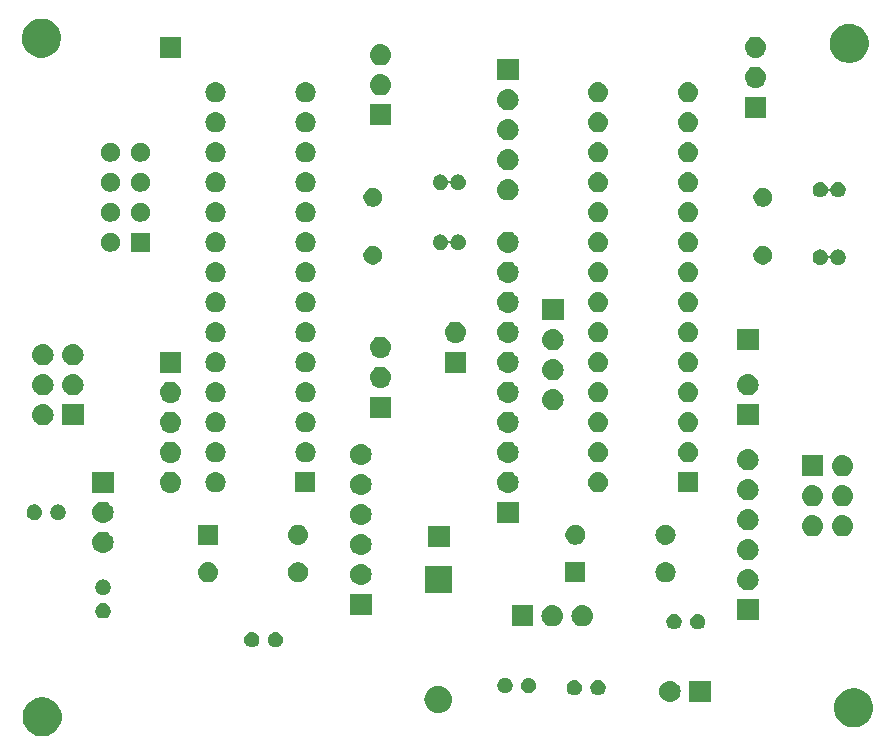
<source format=gts>
G04 #@! TF.GenerationSoftware,KiCad,Pcbnew,(5.1.4)-1*
G04 #@! TF.CreationDate,2020-08-26T09:44:50+02:00*
G04 #@! TF.ProjectId,flight_controler,666c6967-6874-45f6-936f-6e74726f6c65,rev?*
G04 #@! TF.SameCoordinates,Original*
G04 #@! TF.FileFunction,Soldermask,Top*
G04 #@! TF.FilePolarity,Negative*
%FSLAX46Y46*%
G04 Gerber Fmt 4.6, Leading zero omitted, Abs format (unit mm)*
G04 Created by KiCad (PCBNEW (5.1.4)-1) date 2020-08-26 09:44:50*
%MOMM*%
%LPD*%
G04 APERTURE LIST*
%ADD10C,0.100000*%
G04 APERTURE END LIST*
D10*
G36*
X168586756Y-135106798D02*
G01*
X168693079Y-135127947D01*
X168993542Y-135252403D01*
X169263951Y-135433085D01*
X169493915Y-135663049D01*
X169674597Y-135933458D01*
X169799053Y-136233921D01*
X169862500Y-136552891D01*
X169862500Y-136878109D01*
X169799053Y-137197079D01*
X169674597Y-137497542D01*
X169493915Y-137767951D01*
X169263951Y-137997915D01*
X168993542Y-138178597D01*
X168693079Y-138303053D01*
X168586756Y-138324202D01*
X168374111Y-138366500D01*
X168048889Y-138366500D01*
X167836244Y-138324202D01*
X167729921Y-138303053D01*
X167429458Y-138178597D01*
X167159049Y-137997915D01*
X166929085Y-137767951D01*
X166748403Y-137497542D01*
X166623947Y-137197079D01*
X166560500Y-136878109D01*
X166560500Y-136552891D01*
X166623947Y-136233921D01*
X166748403Y-135933458D01*
X166929085Y-135663049D01*
X167159049Y-135433085D01*
X167429458Y-135252403D01*
X167729921Y-135127947D01*
X167836244Y-135106798D01*
X168048889Y-135064500D01*
X168374111Y-135064500D01*
X168586756Y-135106798D01*
X168586756Y-135106798D01*
G37*
G36*
X237293756Y-134344798D02*
G01*
X237400079Y-134365947D01*
X237700542Y-134490403D01*
X237970951Y-134671085D01*
X238200915Y-134901049D01*
X238381597Y-135171458D01*
X238381598Y-135171460D01*
X238392047Y-135196686D01*
X238500080Y-135457500D01*
X238506053Y-135471922D01*
X238550944Y-135697600D01*
X238569500Y-135790891D01*
X238569500Y-136116109D01*
X238506053Y-136435079D01*
X238381597Y-136735542D01*
X238200915Y-137005951D01*
X237970951Y-137235915D01*
X237700542Y-137416597D01*
X237400079Y-137541053D01*
X237293756Y-137562202D01*
X237081111Y-137604500D01*
X236755889Y-137604500D01*
X236543244Y-137562202D01*
X236436921Y-137541053D01*
X236136458Y-137416597D01*
X235866049Y-137235915D01*
X235636085Y-137005951D01*
X235455403Y-136735542D01*
X235330947Y-136435079D01*
X235267500Y-136116109D01*
X235267500Y-135790891D01*
X235286057Y-135697600D01*
X235330947Y-135471922D01*
X235336921Y-135457500D01*
X235444953Y-135196686D01*
X235455402Y-135171460D01*
X235455403Y-135171458D01*
X235636085Y-134901049D01*
X235866049Y-134671085D01*
X236136458Y-134490403D01*
X236436921Y-134365947D01*
X236543244Y-134344798D01*
X236755889Y-134302500D01*
X237081111Y-134302500D01*
X237293756Y-134344798D01*
X237293756Y-134344798D01*
G37*
G36*
X201883544Y-134112618D02*
G01*
X201965135Y-134120654D01*
X202182100Y-134186470D01*
X202182102Y-134186471D01*
X202382055Y-134293347D01*
X202557318Y-134437182D01*
X202701153Y-134612445D01*
X202747684Y-134699500D01*
X202808030Y-134812400D01*
X202873846Y-135029365D01*
X202896069Y-135255000D01*
X202876125Y-135457500D01*
X202873846Y-135480634D01*
X202808029Y-135697602D01*
X202701153Y-135897555D01*
X202557318Y-136072818D01*
X202382055Y-136216653D01*
X202182102Y-136323529D01*
X202182100Y-136323530D01*
X201965135Y-136389346D01*
X201908771Y-136394897D01*
X201796045Y-136406000D01*
X201682955Y-136406000D01*
X201570229Y-136394897D01*
X201513865Y-136389346D01*
X201296900Y-136323530D01*
X201296898Y-136323529D01*
X201096945Y-136216653D01*
X200921682Y-136072818D01*
X200777847Y-135897555D01*
X200670971Y-135697602D01*
X200605154Y-135480634D01*
X200602876Y-135457500D01*
X200582931Y-135255000D01*
X200605154Y-135029365D01*
X200670970Y-134812400D01*
X200731316Y-134699500D01*
X200777847Y-134612445D01*
X200921682Y-134437182D01*
X201096945Y-134293347D01*
X201296898Y-134186471D01*
X201296900Y-134186470D01*
X201513865Y-134120654D01*
X201595456Y-134112618D01*
X201682955Y-134104000D01*
X201796045Y-134104000D01*
X201883544Y-134112618D01*
X201883544Y-134112618D01*
G37*
G36*
X221471442Y-133662018D02*
G01*
X221537627Y-133668537D01*
X221707466Y-133720057D01*
X221863991Y-133803722D01*
X221888714Y-133824012D01*
X222001186Y-133916314D01*
X222057046Y-133984381D01*
X222113778Y-134053509D01*
X222197443Y-134210034D01*
X222248963Y-134379873D01*
X222266359Y-134556500D01*
X222248963Y-134733127D01*
X222197443Y-134902966D01*
X222113778Y-135059491D01*
X222109667Y-135064500D01*
X222001186Y-135196686D01*
X221899729Y-135279948D01*
X221863991Y-135309278D01*
X221707466Y-135392943D01*
X221537627Y-135444463D01*
X221471442Y-135450982D01*
X221405260Y-135457500D01*
X221316740Y-135457500D01*
X221250558Y-135450982D01*
X221184373Y-135444463D01*
X221014534Y-135392943D01*
X220858009Y-135309278D01*
X220822271Y-135279948D01*
X220720814Y-135196686D01*
X220612333Y-135064500D01*
X220608222Y-135059491D01*
X220524557Y-134902966D01*
X220473037Y-134733127D01*
X220455641Y-134556500D01*
X220473037Y-134379873D01*
X220524557Y-134210034D01*
X220608222Y-134053509D01*
X220664954Y-133984381D01*
X220720814Y-133916314D01*
X220833286Y-133824012D01*
X220858009Y-133803722D01*
X221014534Y-133720057D01*
X221184373Y-133668537D01*
X221250558Y-133662018D01*
X221316740Y-133655500D01*
X221405260Y-133655500D01*
X221471442Y-133662018D01*
X221471442Y-133662018D01*
G37*
G36*
X224802000Y-135457500D02*
G01*
X223000000Y-135457500D01*
X223000000Y-133655500D01*
X224802000Y-133655500D01*
X224802000Y-135457500D01*
X224802000Y-135457500D01*
G37*
G36*
X215454890Y-133613017D02*
G01*
X215573364Y-133662091D01*
X215583011Y-133668537D01*
X215679988Y-133733335D01*
X215770665Y-133824012D01*
X215841910Y-133930638D01*
X215890983Y-134049110D01*
X215916000Y-134174881D01*
X215916000Y-134303119D01*
X215890983Y-134428890D01*
X215841909Y-134547364D01*
X215770665Y-134653988D01*
X215679988Y-134744665D01*
X215573364Y-134815909D01*
X215573363Y-134815910D01*
X215573362Y-134815910D01*
X215454890Y-134864983D01*
X215329119Y-134890000D01*
X215200881Y-134890000D01*
X215075110Y-134864983D01*
X214956638Y-134815910D01*
X214956637Y-134815910D01*
X214956636Y-134815909D01*
X214850012Y-134744665D01*
X214759335Y-134653988D01*
X214688091Y-134547364D01*
X214639017Y-134428890D01*
X214614000Y-134303119D01*
X214614000Y-134174881D01*
X214639017Y-134049110D01*
X214688090Y-133930638D01*
X214759335Y-133824012D01*
X214850012Y-133733335D01*
X214946989Y-133668537D01*
X214956636Y-133662091D01*
X215075110Y-133613017D01*
X215200881Y-133588000D01*
X215329119Y-133588000D01*
X215454890Y-133613017D01*
X215454890Y-133613017D01*
G37*
G36*
X213454890Y-133613017D02*
G01*
X213573364Y-133662091D01*
X213583011Y-133668537D01*
X213679988Y-133733335D01*
X213770665Y-133824012D01*
X213841910Y-133930638D01*
X213890983Y-134049110D01*
X213916000Y-134174881D01*
X213916000Y-134303119D01*
X213890983Y-134428890D01*
X213841909Y-134547364D01*
X213770665Y-134653988D01*
X213679988Y-134744665D01*
X213573364Y-134815909D01*
X213573363Y-134815910D01*
X213573362Y-134815910D01*
X213454890Y-134864983D01*
X213329119Y-134890000D01*
X213200881Y-134890000D01*
X213075110Y-134864983D01*
X212956638Y-134815910D01*
X212956637Y-134815910D01*
X212956636Y-134815909D01*
X212850012Y-134744665D01*
X212759335Y-134653988D01*
X212688091Y-134547364D01*
X212639017Y-134428890D01*
X212614000Y-134303119D01*
X212614000Y-134174881D01*
X212639017Y-134049110D01*
X212688090Y-133930638D01*
X212759335Y-133824012D01*
X212850012Y-133733335D01*
X212946989Y-133668537D01*
X212956636Y-133662091D01*
X213075110Y-133613017D01*
X213200881Y-133588000D01*
X213329119Y-133588000D01*
X213454890Y-133613017D01*
X213454890Y-133613017D01*
G37*
G36*
X207580890Y-133422517D02*
G01*
X207699364Y-133471591D01*
X207805988Y-133542835D01*
X207896665Y-133633512D01*
X207963365Y-133733335D01*
X207967910Y-133740138D01*
X208016983Y-133858610D01*
X208042000Y-133984381D01*
X208042000Y-134112619D01*
X208016983Y-134238390D01*
X207994219Y-134293348D01*
X207967909Y-134356864D01*
X207896665Y-134463488D01*
X207805988Y-134554165D01*
X207699364Y-134625409D01*
X207699363Y-134625410D01*
X207699362Y-134625410D01*
X207580890Y-134674483D01*
X207455119Y-134699500D01*
X207326881Y-134699500D01*
X207201110Y-134674483D01*
X207082638Y-134625410D01*
X207082637Y-134625410D01*
X207082636Y-134625409D01*
X206976012Y-134554165D01*
X206885335Y-134463488D01*
X206814091Y-134356864D01*
X206787782Y-134293348D01*
X206765017Y-134238390D01*
X206740000Y-134112619D01*
X206740000Y-133984381D01*
X206765017Y-133858610D01*
X206814090Y-133740138D01*
X206818636Y-133733335D01*
X206885335Y-133633512D01*
X206976012Y-133542835D01*
X207082636Y-133471591D01*
X207201110Y-133422517D01*
X207326881Y-133397500D01*
X207455119Y-133397500D01*
X207580890Y-133422517D01*
X207580890Y-133422517D01*
G37*
G36*
X209580890Y-133422517D02*
G01*
X209699364Y-133471591D01*
X209805988Y-133542835D01*
X209896665Y-133633512D01*
X209963365Y-133733335D01*
X209967910Y-133740138D01*
X210016983Y-133858610D01*
X210042000Y-133984381D01*
X210042000Y-134112619D01*
X210016983Y-134238390D01*
X209994219Y-134293348D01*
X209967909Y-134356864D01*
X209896665Y-134463488D01*
X209805988Y-134554165D01*
X209699364Y-134625409D01*
X209699363Y-134625410D01*
X209699362Y-134625410D01*
X209580890Y-134674483D01*
X209455119Y-134699500D01*
X209326881Y-134699500D01*
X209201110Y-134674483D01*
X209082638Y-134625410D01*
X209082637Y-134625410D01*
X209082636Y-134625409D01*
X208976012Y-134554165D01*
X208885335Y-134463488D01*
X208814091Y-134356864D01*
X208787782Y-134293348D01*
X208765017Y-134238390D01*
X208740000Y-134112619D01*
X208740000Y-133984381D01*
X208765017Y-133858610D01*
X208814090Y-133740138D01*
X208818636Y-133733335D01*
X208885335Y-133633512D01*
X208976012Y-133542835D01*
X209082636Y-133471591D01*
X209201110Y-133422517D01*
X209326881Y-133397500D01*
X209455119Y-133397500D01*
X209580890Y-133422517D01*
X209580890Y-133422517D01*
G37*
G36*
X186149890Y-129549017D02*
G01*
X186268364Y-129598091D01*
X186374988Y-129669335D01*
X186465665Y-129760012D01*
X186536909Y-129866636D01*
X186585983Y-129985110D01*
X186611000Y-130110882D01*
X186611000Y-130239118D01*
X186585983Y-130364890D01*
X186536909Y-130483364D01*
X186465665Y-130589988D01*
X186374988Y-130680665D01*
X186268364Y-130751909D01*
X186268363Y-130751910D01*
X186268362Y-130751910D01*
X186149890Y-130800983D01*
X186024119Y-130826000D01*
X185895881Y-130826000D01*
X185770110Y-130800983D01*
X185651638Y-130751910D01*
X185651637Y-130751910D01*
X185651636Y-130751909D01*
X185545012Y-130680665D01*
X185454335Y-130589988D01*
X185383091Y-130483364D01*
X185334017Y-130364890D01*
X185309000Y-130239118D01*
X185309000Y-130110882D01*
X185334017Y-129985110D01*
X185383091Y-129866636D01*
X185454335Y-129760012D01*
X185545012Y-129669335D01*
X185651636Y-129598091D01*
X185770110Y-129549017D01*
X185895881Y-129524000D01*
X186024119Y-129524000D01*
X186149890Y-129549017D01*
X186149890Y-129549017D01*
G37*
G36*
X188149890Y-129549017D02*
G01*
X188268364Y-129598091D01*
X188374988Y-129669335D01*
X188465665Y-129760012D01*
X188536909Y-129866636D01*
X188585983Y-129985110D01*
X188611000Y-130110882D01*
X188611000Y-130239118D01*
X188585983Y-130364890D01*
X188536909Y-130483364D01*
X188465665Y-130589988D01*
X188374988Y-130680665D01*
X188268364Y-130751909D01*
X188268363Y-130751910D01*
X188268362Y-130751910D01*
X188149890Y-130800983D01*
X188024119Y-130826000D01*
X187895881Y-130826000D01*
X187770110Y-130800983D01*
X187651638Y-130751910D01*
X187651637Y-130751910D01*
X187651636Y-130751909D01*
X187545012Y-130680665D01*
X187454335Y-130589988D01*
X187383091Y-130483364D01*
X187334017Y-130364890D01*
X187309000Y-130239118D01*
X187309000Y-130110882D01*
X187334017Y-129985110D01*
X187383091Y-129866636D01*
X187454335Y-129760012D01*
X187545012Y-129669335D01*
X187651636Y-129598091D01*
X187770110Y-129549017D01*
X187895881Y-129524000D01*
X188024119Y-129524000D01*
X188149890Y-129549017D01*
X188149890Y-129549017D01*
G37*
G36*
X221900390Y-128025017D02*
G01*
X222018864Y-128074091D01*
X222125488Y-128145335D01*
X222216165Y-128236012D01*
X222272034Y-128319625D01*
X222287410Y-128342638D01*
X222336483Y-128461110D01*
X222361500Y-128586881D01*
X222361500Y-128715119D01*
X222336483Y-128840890D01*
X222313748Y-128895778D01*
X222287409Y-128959364D01*
X222216165Y-129065988D01*
X222125488Y-129156665D01*
X222018864Y-129227909D01*
X222018863Y-129227910D01*
X222018862Y-129227910D01*
X221900390Y-129276983D01*
X221774619Y-129302000D01*
X221646381Y-129302000D01*
X221520610Y-129276983D01*
X221402138Y-129227910D01*
X221402137Y-129227910D01*
X221402136Y-129227909D01*
X221295512Y-129156665D01*
X221204835Y-129065988D01*
X221133591Y-128959364D01*
X221107253Y-128895778D01*
X221084517Y-128840890D01*
X221059500Y-128715119D01*
X221059500Y-128586881D01*
X221084517Y-128461110D01*
X221133590Y-128342638D01*
X221148967Y-128319625D01*
X221204835Y-128236012D01*
X221295512Y-128145335D01*
X221402136Y-128074091D01*
X221520610Y-128025017D01*
X221646381Y-128000000D01*
X221774619Y-128000000D01*
X221900390Y-128025017D01*
X221900390Y-128025017D01*
G37*
G36*
X223900390Y-128025017D02*
G01*
X224018864Y-128074091D01*
X224125488Y-128145335D01*
X224216165Y-128236012D01*
X224272034Y-128319625D01*
X224287410Y-128342638D01*
X224336483Y-128461110D01*
X224361500Y-128586881D01*
X224361500Y-128715119D01*
X224336483Y-128840890D01*
X224313748Y-128895778D01*
X224287409Y-128959364D01*
X224216165Y-129065988D01*
X224125488Y-129156665D01*
X224018864Y-129227909D01*
X224018863Y-129227910D01*
X224018862Y-129227910D01*
X223900390Y-129276983D01*
X223774619Y-129302000D01*
X223646381Y-129302000D01*
X223520610Y-129276983D01*
X223402138Y-129227910D01*
X223402137Y-129227910D01*
X223402136Y-129227909D01*
X223295512Y-129156665D01*
X223204835Y-129065988D01*
X223133591Y-128959364D01*
X223107253Y-128895778D01*
X223084517Y-128840890D01*
X223059500Y-128715119D01*
X223059500Y-128586881D01*
X223084517Y-128461110D01*
X223133590Y-128342638D01*
X223148967Y-128319625D01*
X223204835Y-128236012D01*
X223295512Y-128145335D01*
X223402136Y-128074091D01*
X223520610Y-128025017D01*
X223646381Y-128000000D01*
X223774619Y-128000000D01*
X223900390Y-128025017D01*
X223900390Y-128025017D01*
G37*
G36*
X209752500Y-129044000D02*
G01*
X207950500Y-129044000D01*
X207950500Y-127242000D01*
X209752500Y-127242000D01*
X209752500Y-129044000D01*
X209752500Y-129044000D01*
G37*
G36*
X214041943Y-127248519D02*
G01*
X214108127Y-127255037D01*
X214277966Y-127306557D01*
X214434491Y-127390222D01*
X214470229Y-127419552D01*
X214571686Y-127502814D01*
X214654948Y-127604271D01*
X214684278Y-127640009D01*
X214767943Y-127796534D01*
X214819463Y-127966373D01*
X214836859Y-128143000D01*
X214819463Y-128319627D01*
X214767943Y-128489466D01*
X214684278Y-128645991D01*
X214654948Y-128681729D01*
X214571686Y-128783186D01*
X214501372Y-128840890D01*
X214434491Y-128895778D01*
X214277966Y-128979443D01*
X214108127Y-129030963D01*
X214041942Y-129037482D01*
X213975760Y-129044000D01*
X213887240Y-129044000D01*
X213821058Y-129037482D01*
X213754873Y-129030963D01*
X213585034Y-128979443D01*
X213428509Y-128895778D01*
X213361628Y-128840890D01*
X213291314Y-128783186D01*
X213208052Y-128681729D01*
X213178722Y-128645991D01*
X213095057Y-128489466D01*
X213043537Y-128319627D01*
X213026141Y-128143000D01*
X213043537Y-127966373D01*
X213095057Y-127796534D01*
X213178722Y-127640009D01*
X213208052Y-127604271D01*
X213291314Y-127502814D01*
X213392771Y-127419552D01*
X213428509Y-127390222D01*
X213585034Y-127306557D01*
X213754873Y-127255037D01*
X213821057Y-127248519D01*
X213887240Y-127242000D01*
X213975760Y-127242000D01*
X214041943Y-127248519D01*
X214041943Y-127248519D01*
G37*
G36*
X211501943Y-127248519D02*
G01*
X211568127Y-127255037D01*
X211737966Y-127306557D01*
X211894491Y-127390222D01*
X211930229Y-127419552D01*
X212031686Y-127502814D01*
X212114948Y-127604271D01*
X212144278Y-127640009D01*
X212227943Y-127796534D01*
X212279463Y-127966373D01*
X212296859Y-128143000D01*
X212279463Y-128319627D01*
X212227943Y-128489466D01*
X212144278Y-128645991D01*
X212114948Y-128681729D01*
X212031686Y-128783186D01*
X211961372Y-128840890D01*
X211894491Y-128895778D01*
X211737966Y-128979443D01*
X211568127Y-129030963D01*
X211501942Y-129037482D01*
X211435760Y-129044000D01*
X211347240Y-129044000D01*
X211281058Y-129037482D01*
X211214873Y-129030963D01*
X211045034Y-128979443D01*
X210888509Y-128895778D01*
X210821628Y-128840890D01*
X210751314Y-128783186D01*
X210668052Y-128681729D01*
X210638722Y-128645991D01*
X210555057Y-128489466D01*
X210503537Y-128319627D01*
X210486141Y-128143000D01*
X210503537Y-127966373D01*
X210555057Y-127796534D01*
X210638722Y-127640009D01*
X210668052Y-127604271D01*
X210751314Y-127502814D01*
X210852771Y-127419552D01*
X210888509Y-127390222D01*
X211045034Y-127306557D01*
X211214873Y-127255037D01*
X211281057Y-127248519D01*
X211347240Y-127242000D01*
X211435760Y-127242000D01*
X211501943Y-127248519D01*
X211501943Y-127248519D01*
G37*
G36*
X228866000Y-128536000D02*
G01*
X227064000Y-128536000D01*
X227064000Y-126734000D01*
X228866000Y-126734000D01*
X228866000Y-128536000D01*
X228866000Y-128536000D01*
G37*
G36*
X173544890Y-127104017D02*
G01*
X173663364Y-127153091D01*
X173769988Y-127224335D01*
X173860665Y-127315012D01*
X173931910Y-127421638D01*
X173980983Y-127540110D01*
X174006000Y-127665881D01*
X174006000Y-127794119D01*
X173980983Y-127919890D01*
X173931909Y-128038364D01*
X173860665Y-128144988D01*
X173769988Y-128235665D01*
X173663364Y-128306909D01*
X173663363Y-128306910D01*
X173663362Y-128306910D01*
X173544890Y-128355983D01*
X173419119Y-128381000D01*
X173290881Y-128381000D01*
X173165110Y-128355983D01*
X173046638Y-128306910D01*
X173046637Y-128306910D01*
X173046636Y-128306909D01*
X172940012Y-128235665D01*
X172849335Y-128144988D01*
X172778091Y-128038364D01*
X172729017Y-127919890D01*
X172704000Y-127794119D01*
X172704000Y-127665881D01*
X172729017Y-127540110D01*
X172778090Y-127421638D01*
X172849335Y-127315012D01*
X172940012Y-127224335D01*
X173046636Y-127153091D01*
X173165110Y-127104017D01*
X173290881Y-127079000D01*
X173419119Y-127079000D01*
X173544890Y-127104017D01*
X173544890Y-127104017D01*
G37*
G36*
X196100000Y-128091500D02*
G01*
X194298000Y-128091500D01*
X194298000Y-126289500D01*
X196100000Y-126289500D01*
X196100000Y-128091500D01*
X196100000Y-128091500D01*
G37*
G36*
X173544890Y-125104017D02*
G01*
X173585927Y-125121015D01*
X173663364Y-125153091D01*
X173769988Y-125224335D01*
X173860665Y-125315012D01*
X173919643Y-125403278D01*
X173931910Y-125421638D01*
X173980983Y-125540110D01*
X174006000Y-125665881D01*
X174006000Y-125794119D01*
X173980983Y-125919890D01*
X173931909Y-126038364D01*
X173860665Y-126144988D01*
X173769988Y-126235665D01*
X173663364Y-126306909D01*
X173663363Y-126306910D01*
X173663362Y-126306910D01*
X173544890Y-126355983D01*
X173419119Y-126381000D01*
X173290881Y-126381000D01*
X173165110Y-126355983D01*
X173046638Y-126306910D01*
X173046637Y-126306910D01*
X173046636Y-126306909D01*
X172940012Y-126235665D01*
X172849335Y-126144988D01*
X172778091Y-126038364D01*
X172729017Y-125919890D01*
X172704000Y-125794119D01*
X172704000Y-125665881D01*
X172729017Y-125540110D01*
X172778090Y-125421638D01*
X172790358Y-125403278D01*
X172849335Y-125315012D01*
X172940012Y-125224335D01*
X173046636Y-125153091D01*
X173124074Y-125121015D01*
X173165110Y-125104017D01*
X173290881Y-125079000D01*
X173419119Y-125079000D01*
X173544890Y-125104017D01*
X173544890Y-125104017D01*
G37*
G36*
X202890500Y-126246000D02*
G01*
X200588500Y-126246000D01*
X200588500Y-123944000D01*
X202890500Y-123944000D01*
X202890500Y-126246000D01*
X202890500Y-126246000D01*
G37*
G36*
X228075442Y-124200518D02*
G01*
X228141627Y-124207037D01*
X228311466Y-124258557D01*
X228467991Y-124342222D01*
X228503729Y-124371552D01*
X228605186Y-124454814D01*
X228678226Y-124543815D01*
X228717778Y-124592009D01*
X228801443Y-124748534D01*
X228852963Y-124918373D01*
X228870359Y-125095000D01*
X228852963Y-125271627D01*
X228801443Y-125441466D01*
X228717778Y-125597991D01*
X228688448Y-125633729D01*
X228605186Y-125735186D01*
X228503729Y-125818448D01*
X228467991Y-125847778D01*
X228311466Y-125931443D01*
X228141627Y-125982963D01*
X228075442Y-125989482D01*
X228009260Y-125996000D01*
X227920740Y-125996000D01*
X227854558Y-125989482D01*
X227788373Y-125982963D01*
X227618534Y-125931443D01*
X227462009Y-125847778D01*
X227426271Y-125818448D01*
X227324814Y-125735186D01*
X227241552Y-125633729D01*
X227212222Y-125597991D01*
X227128557Y-125441466D01*
X227077037Y-125271627D01*
X227059641Y-125095000D01*
X227077037Y-124918373D01*
X227128557Y-124748534D01*
X227212222Y-124592009D01*
X227251774Y-124543815D01*
X227324814Y-124454814D01*
X227426271Y-124371552D01*
X227462009Y-124342222D01*
X227618534Y-124258557D01*
X227788373Y-124207037D01*
X227854558Y-124200518D01*
X227920740Y-124194000D01*
X228009260Y-124194000D01*
X228075442Y-124200518D01*
X228075442Y-124200518D01*
G37*
G36*
X195309442Y-123756018D02*
G01*
X195375627Y-123762537D01*
X195545466Y-123814057D01*
X195701991Y-123897722D01*
X195726115Y-123917520D01*
X195839186Y-124010314D01*
X195922448Y-124111771D01*
X195951778Y-124147509D01*
X196035443Y-124304034D01*
X196086963Y-124473873D01*
X196104359Y-124650500D01*
X196086963Y-124827127D01*
X196035443Y-124996966D01*
X195951778Y-125153491D01*
X195922448Y-125189229D01*
X195839186Y-125290686D01*
X195737729Y-125373948D01*
X195701991Y-125403278D01*
X195545466Y-125486943D01*
X195375627Y-125538463D01*
X195309443Y-125544981D01*
X195243260Y-125551500D01*
X195154740Y-125551500D01*
X195088557Y-125544981D01*
X195022373Y-125538463D01*
X194852534Y-125486943D01*
X194696009Y-125403278D01*
X194660271Y-125373948D01*
X194558814Y-125290686D01*
X194475552Y-125189229D01*
X194446222Y-125153491D01*
X194362557Y-124996966D01*
X194311037Y-124827127D01*
X194293641Y-124650500D01*
X194311037Y-124473873D01*
X194362557Y-124304034D01*
X194446222Y-124147509D01*
X194475552Y-124111771D01*
X194558814Y-124010314D01*
X194671885Y-123917520D01*
X194696009Y-123897722D01*
X194852534Y-123814057D01*
X195022373Y-123762537D01*
X195088558Y-123756018D01*
X195154740Y-123749500D01*
X195243260Y-123749500D01*
X195309442Y-123756018D01*
X195309442Y-123756018D01*
G37*
G36*
X190113228Y-123641703D02*
G01*
X190268100Y-123705853D01*
X190407481Y-123798985D01*
X190526015Y-123917519D01*
X190619147Y-124056900D01*
X190683297Y-124211772D01*
X190716000Y-124376184D01*
X190716000Y-124543816D01*
X190683297Y-124708228D01*
X190619147Y-124863100D01*
X190526015Y-125002481D01*
X190407481Y-125121015D01*
X190268100Y-125214147D01*
X190113228Y-125278297D01*
X189948816Y-125311000D01*
X189781184Y-125311000D01*
X189616772Y-125278297D01*
X189461900Y-125214147D01*
X189322519Y-125121015D01*
X189203985Y-125002481D01*
X189110853Y-124863100D01*
X189046703Y-124708228D01*
X189014000Y-124543816D01*
X189014000Y-124376184D01*
X189046703Y-124211772D01*
X189110853Y-124056900D01*
X189203985Y-123917519D01*
X189322519Y-123798985D01*
X189461900Y-123705853D01*
X189616772Y-123641703D01*
X189781184Y-123609000D01*
X189948816Y-123609000D01*
X190113228Y-123641703D01*
X190113228Y-123641703D01*
G37*
G36*
X182411823Y-123621313D02*
G01*
X182572242Y-123669976D01*
X182639361Y-123705852D01*
X182720078Y-123748996D01*
X182849659Y-123855341D01*
X182956004Y-123984922D01*
X182956005Y-123984924D01*
X183035024Y-124132758D01*
X183083687Y-124293177D01*
X183100117Y-124460000D01*
X183083687Y-124626823D01*
X183035024Y-124787242D01*
X182994477Y-124863100D01*
X182956004Y-124935078D01*
X182849659Y-125064659D01*
X182720078Y-125171004D01*
X182720076Y-125171005D01*
X182572242Y-125250024D01*
X182411823Y-125298687D01*
X182286804Y-125311000D01*
X182203196Y-125311000D01*
X182078177Y-125298687D01*
X181917758Y-125250024D01*
X181769924Y-125171005D01*
X181769922Y-125171004D01*
X181640341Y-125064659D01*
X181533996Y-124935078D01*
X181495523Y-124863100D01*
X181454976Y-124787242D01*
X181406313Y-124626823D01*
X181389883Y-124460000D01*
X181406313Y-124293177D01*
X181454976Y-124132758D01*
X181533995Y-123984924D01*
X181533996Y-123984922D01*
X181640341Y-123855341D01*
X181769922Y-123748996D01*
X181850639Y-123705852D01*
X181917758Y-123669976D01*
X182078177Y-123621313D01*
X182203196Y-123609000D01*
X182286804Y-123609000D01*
X182411823Y-123621313D01*
X182411823Y-123621313D01*
G37*
G36*
X221146823Y-123621313D02*
G01*
X221307242Y-123669976D01*
X221374361Y-123705852D01*
X221455078Y-123748996D01*
X221584659Y-123855341D01*
X221691004Y-123984922D01*
X221691005Y-123984924D01*
X221770024Y-124132758D01*
X221818687Y-124293177D01*
X221835117Y-124460000D01*
X221818687Y-124626823D01*
X221770024Y-124787242D01*
X221729477Y-124863100D01*
X221691004Y-124935078D01*
X221584659Y-125064659D01*
X221455078Y-125171004D01*
X221455076Y-125171005D01*
X221307242Y-125250024D01*
X221146823Y-125298687D01*
X221021804Y-125311000D01*
X220938196Y-125311000D01*
X220813177Y-125298687D01*
X220652758Y-125250024D01*
X220504924Y-125171005D01*
X220504922Y-125171004D01*
X220375341Y-125064659D01*
X220268996Y-124935078D01*
X220230523Y-124863100D01*
X220189976Y-124787242D01*
X220141313Y-124626823D01*
X220124883Y-124460000D01*
X220141313Y-124293177D01*
X220189976Y-124132758D01*
X220268995Y-123984924D01*
X220268996Y-123984922D01*
X220375341Y-123855341D01*
X220504922Y-123748996D01*
X220585639Y-123705852D01*
X220652758Y-123669976D01*
X220813177Y-123621313D01*
X220938196Y-123609000D01*
X221021804Y-123609000D01*
X221146823Y-123621313D01*
X221146823Y-123621313D01*
G37*
G36*
X214211000Y-125311000D02*
G01*
X212509000Y-125311000D01*
X212509000Y-123609000D01*
X214211000Y-123609000D01*
X214211000Y-125311000D01*
X214211000Y-125311000D01*
G37*
G36*
X228075442Y-121660518D02*
G01*
X228141627Y-121667037D01*
X228311466Y-121718557D01*
X228467991Y-121802222D01*
X228498768Y-121827480D01*
X228605186Y-121914814D01*
X228688448Y-122016271D01*
X228717778Y-122052009D01*
X228801443Y-122208534D01*
X228852963Y-122378373D01*
X228870359Y-122555000D01*
X228852963Y-122731627D01*
X228801443Y-122901466D01*
X228717778Y-123057991D01*
X228688448Y-123093729D01*
X228605186Y-123195186D01*
X228503729Y-123278448D01*
X228467991Y-123307778D01*
X228311466Y-123391443D01*
X228141627Y-123442963D01*
X228075442Y-123449482D01*
X228009260Y-123456000D01*
X227920740Y-123456000D01*
X227854558Y-123449482D01*
X227788373Y-123442963D01*
X227618534Y-123391443D01*
X227462009Y-123307778D01*
X227426271Y-123278448D01*
X227324814Y-123195186D01*
X227241552Y-123093729D01*
X227212222Y-123057991D01*
X227128557Y-122901466D01*
X227077037Y-122731627D01*
X227059641Y-122555000D01*
X227077037Y-122378373D01*
X227128557Y-122208534D01*
X227212222Y-122052009D01*
X227241552Y-122016271D01*
X227324814Y-121914814D01*
X227431232Y-121827480D01*
X227462009Y-121802222D01*
X227618534Y-121718557D01*
X227788373Y-121667037D01*
X227854558Y-121660518D01*
X227920740Y-121654000D01*
X228009260Y-121654000D01*
X228075442Y-121660518D01*
X228075442Y-121660518D01*
G37*
G36*
X195309443Y-121216019D02*
G01*
X195375627Y-121222537D01*
X195545466Y-121274057D01*
X195701991Y-121357722D01*
X195737729Y-121387052D01*
X195839186Y-121470314D01*
X195890817Y-121533228D01*
X195951778Y-121607509D01*
X195951779Y-121607511D01*
X196033329Y-121760078D01*
X196035443Y-121764034D01*
X196086963Y-121933873D01*
X196104359Y-122110500D01*
X196086963Y-122287127D01*
X196035443Y-122456966D01*
X195951778Y-122613491D01*
X195922448Y-122649229D01*
X195839186Y-122750686D01*
X195753507Y-122821000D01*
X195701991Y-122863278D01*
X195545466Y-122946943D01*
X195375627Y-122998463D01*
X195309443Y-123004981D01*
X195243260Y-123011500D01*
X195154740Y-123011500D01*
X195088557Y-123004981D01*
X195022373Y-122998463D01*
X194852534Y-122946943D01*
X194696009Y-122863278D01*
X194644493Y-122821000D01*
X194558814Y-122750686D01*
X194475552Y-122649229D01*
X194446222Y-122613491D01*
X194362557Y-122456966D01*
X194311037Y-122287127D01*
X194293641Y-122110500D01*
X194311037Y-121933873D01*
X194362557Y-121764034D01*
X194364672Y-121760078D01*
X194446221Y-121607511D01*
X194446222Y-121607509D01*
X194507183Y-121533228D01*
X194558814Y-121470314D01*
X194660271Y-121387052D01*
X194696009Y-121357722D01*
X194852534Y-121274057D01*
X195022373Y-121222537D01*
X195088557Y-121216019D01*
X195154740Y-121209500D01*
X195243260Y-121209500D01*
X195309443Y-121216019D01*
X195309443Y-121216019D01*
G37*
G36*
X173465442Y-121025518D02*
G01*
X173531627Y-121032037D01*
X173701466Y-121083557D01*
X173857991Y-121167222D01*
X173893729Y-121196552D01*
X173995186Y-121279814D01*
X174068226Y-121368815D01*
X174107778Y-121417009D01*
X174191443Y-121573534D01*
X174242963Y-121743373D01*
X174260359Y-121920000D01*
X174242963Y-122096627D01*
X174234754Y-122123687D01*
X174191442Y-122266468D01*
X174180399Y-122287127D01*
X174107778Y-122422991D01*
X174079895Y-122456966D01*
X173995186Y-122560186D01*
X173893729Y-122643448D01*
X173857991Y-122672778D01*
X173701466Y-122756443D01*
X173531627Y-122807963D01*
X173465443Y-122814481D01*
X173399260Y-122821000D01*
X173310740Y-122821000D01*
X173244557Y-122814481D01*
X173178373Y-122807963D01*
X173008534Y-122756443D01*
X172852009Y-122672778D01*
X172816271Y-122643448D01*
X172714814Y-122560186D01*
X172630105Y-122456966D01*
X172602222Y-122422991D01*
X172529601Y-122287127D01*
X172518558Y-122266468D01*
X172475246Y-122123687D01*
X172467037Y-122096627D01*
X172449641Y-121920000D01*
X172467037Y-121743373D01*
X172518557Y-121573534D01*
X172602222Y-121417009D01*
X172641774Y-121368815D01*
X172714814Y-121279814D01*
X172816271Y-121196552D01*
X172852009Y-121167222D01*
X173008534Y-121083557D01*
X173178373Y-121032037D01*
X173244558Y-121025518D01*
X173310740Y-121019000D01*
X173399260Y-121019000D01*
X173465442Y-121025518D01*
X173465442Y-121025518D01*
G37*
G36*
X202704000Y-122313000D02*
G01*
X200902000Y-122313000D01*
X200902000Y-120511000D01*
X202704000Y-120511000D01*
X202704000Y-122313000D01*
X202704000Y-122313000D01*
G37*
G36*
X190031823Y-120446313D02*
G01*
X190192242Y-120494976D01*
X190259361Y-120530852D01*
X190340078Y-120573996D01*
X190469659Y-120680341D01*
X190576004Y-120809922D01*
X190576005Y-120809924D01*
X190655024Y-120957758D01*
X190703687Y-121118177D01*
X190720117Y-121285000D01*
X190703687Y-121451823D01*
X190655024Y-121612242D01*
X190614477Y-121688100D01*
X190576004Y-121760078D01*
X190469659Y-121889659D01*
X190340078Y-121996004D01*
X190340076Y-121996005D01*
X190192242Y-122075024D01*
X190031823Y-122123687D01*
X189906804Y-122136000D01*
X189823196Y-122136000D01*
X189698177Y-122123687D01*
X189537758Y-122075024D01*
X189389924Y-121996005D01*
X189389922Y-121996004D01*
X189260341Y-121889659D01*
X189153996Y-121760078D01*
X189115523Y-121688100D01*
X189074976Y-121612242D01*
X189026313Y-121451823D01*
X189009883Y-121285000D01*
X189026313Y-121118177D01*
X189074976Y-120957758D01*
X189153995Y-120809924D01*
X189153996Y-120809922D01*
X189260341Y-120680341D01*
X189389922Y-120573996D01*
X189470639Y-120530852D01*
X189537758Y-120494976D01*
X189698177Y-120446313D01*
X189823196Y-120434000D01*
X189906804Y-120434000D01*
X190031823Y-120446313D01*
X190031823Y-120446313D01*
G37*
G36*
X213608228Y-120466703D02*
G01*
X213763100Y-120530853D01*
X213902481Y-120623985D01*
X214021015Y-120742519D01*
X214114147Y-120881900D01*
X214178297Y-121036772D01*
X214211000Y-121201184D01*
X214211000Y-121368816D01*
X214178297Y-121533228D01*
X214114147Y-121688100D01*
X214021015Y-121827481D01*
X213902481Y-121946015D01*
X213763100Y-122039147D01*
X213608228Y-122103297D01*
X213443816Y-122136000D01*
X213276184Y-122136000D01*
X213111772Y-122103297D01*
X212956900Y-122039147D01*
X212817519Y-121946015D01*
X212698985Y-121827481D01*
X212605853Y-121688100D01*
X212541703Y-121533228D01*
X212509000Y-121368816D01*
X212509000Y-121201184D01*
X212541703Y-121036772D01*
X212605853Y-120881900D01*
X212698985Y-120742519D01*
X212817519Y-120623985D01*
X212956900Y-120530853D01*
X213111772Y-120466703D01*
X213276184Y-120434000D01*
X213443816Y-120434000D01*
X213608228Y-120466703D01*
X213608228Y-120466703D01*
G37*
G36*
X221146823Y-120446313D02*
G01*
X221307242Y-120494976D01*
X221374361Y-120530852D01*
X221455078Y-120573996D01*
X221584659Y-120680341D01*
X221691004Y-120809922D01*
X221691005Y-120809924D01*
X221770024Y-120957758D01*
X221818687Y-121118177D01*
X221835117Y-121285000D01*
X221818687Y-121451823D01*
X221770024Y-121612242D01*
X221729477Y-121688100D01*
X221691004Y-121760078D01*
X221584659Y-121889659D01*
X221455078Y-121996004D01*
X221455076Y-121996005D01*
X221307242Y-122075024D01*
X221146823Y-122123687D01*
X221021804Y-122136000D01*
X220938196Y-122136000D01*
X220813177Y-122123687D01*
X220652758Y-122075024D01*
X220504924Y-121996005D01*
X220504922Y-121996004D01*
X220375341Y-121889659D01*
X220268996Y-121760078D01*
X220230523Y-121688100D01*
X220189976Y-121612242D01*
X220141313Y-121451823D01*
X220124883Y-121285000D01*
X220141313Y-121118177D01*
X220189976Y-120957758D01*
X220268995Y-120809924D01*
X220268996Y-120809922D01*
X220375341Y-120680341D01*
X220504922Y-120573996D01*
X220585639Y-120530852D01*
X220652758Y-120494976D01*
X220813177Y-120446313D01*
X220938196Y-120434000D01*
X221021804Y-120434000D01*
X221146823Y-120446313D01*
X221146823Y-120446313D01*
G37*
G36*
X183096000Y-122136000D02*
G01*
X181394000Y-122136000D01*
X181394000Y-120434000D01*
X183096000Y-120434000D01*
X183096000Y-122136000D01*
X183096000Y-122136000D01*
G37*
G36*
X236076442Y-119628518D02*
G01*
X236142627Y-119635037D01*
X236312466Y-119686557D01*
X236468991Y-119770222D01*
X236499168Y-119794988D01*
X236606186Y-119882814D01*
X236666993Y-119956909D01*
X236718778Y-120020009D01*
X236802443Y-120176534D01*
X236853963Y-120346373D01*
X236871359Y-120523000D01*
X236853963Y-120699627D01*
X236802443Y-120869466D01*
X236718778Y-121025991D01*
X236713816Y-121032037D01*
X236606186Y-121163186D01*
X236504729Y-121246448D01*
X236468991Y-121275778D01*
X236312466Y-121359443D01*
X236142627Y-121410963D01*
X236076442Y-121417482D01*
X236010260Y-121424000D01*
X235921740Y-121424000D01*
X235855558Y-121417482D01*
X235789373Y-121410963D01*
X235619534Y-121359443D01*
X235463009Y-121275778D01*
X235427271Y-121246448D01*
X235325814Y-121163186D01*
X235218184Y-121032037D01*
X235213222Y-121025991D01*
X235129557Y-120869466D01*
X235078037Y-120699627D01*
X235060641Y-120523000D01*
X235078037Y-120346373D01*
X235129557Y-120176534D01*
X235213222Y-120020009D01*
X235265007Y-119956909D01*
X235325814Y-119882814D01*
X235432832Y-119794988D01*
X235463009Y-119770222D01*
X235619534Y-119686557D01*
X235789373Y-119635037D01*
X235855558Y-119628518D01*
X235921740Y-119622000D01*
X236010260Y-119622000D01*
X236076442Y-119628518D01*
X236076442Y-119628518D01*
G37*
G36*
X233536442Y-119628518D02*
G01*
X233602627Y-119635037D01*
X233772466Y-119686557D01*
X233928991Y-119770222D01*
X233959168Y-119794988D01*
X234066186Y-119882814D01*
X234126993Y-119956909D01*
X234178778Y-120020009D01*
X234262443Y-120176534D01*
X234313963Y-120346373D01*
X234331359Y-120523000D01*
X234313963Y-120699627D01*
X234262443Y-120869466D01*
X234178778Y-121025991D01*
X234173816Y-121032037D01*
X234066186Y-121163186D01*
X233964729Y-121246448D01*
X233928991Y-121275778D01*
X233772466Y-121359443D01*
X233602627Y-121410963D01*
X233536442Y-121417482D01*
X233470260Y-121424000D01*
X233381740Y-121424000D01*
X233315558Y-121417482D01*
X233249373Y-121410963D01*
X233079534Y-121359443D01*
X232923009Y-121275778D01*
X232887271Y-121246448D01*
X232785814Y-121163186D01*
X232678184Y-121032037D01*
X232673222Y-121025991D01*
X232589557Y-120869466D01*
X232538037Y-120699627D01*
X232520641Y-120523000D01*
X232538037Y-120346373D01*
X232589557Y-120176534D01*
X232673222Y-120020009D01*
X232725007Y-119956909D01*
X232785814Y-119882814D01*
X232892832Y-119794988D01*
X232923009Y-119770222D01*
X233079534Y-119686557D01*
X233249373Y-119635037D01*
X233315558Y-119628518D01*
X233381740Y-119622000D01*
X233470260Y-119622000D01*
X233536442Y-119628518D01*
X233536442Y-119628518D01*
G37*
G36*
X228075443Y-119120519D02*
G01*
X228141627Y-119127037D01*
X228311466Y-119178557D01*
X228467991Y-119262222D01*
X228503729Y-119291552D01*
X228605186Y-119374814D01*
X228662061Y-119444118D01*
X228717778Y-119512009D01*
X228801443Y-119668534D01*
X228852963Y-119838373D01*
X228870359Y-120015000D01*
X228852963Y-120191627D01*
X228801443Y-120361466D01*
X228717778Y-120517991D01*
X228713667Y-120523000D01*
X228605186Y-120655186D01*
X228503729Y-120738448D01*
X228467991Y-120767778D01*
X228311466Y-120851443D01*
X228141627Y-120902963D01*
X228075442Y-120909482D01*
X228009260Y-120916000D01*
X227920740Y-120916000D01*
X227854558Y-120909482D01*
X227788373Y-120902963D01*
X227618534Y-120851443D01*
X227462009Y-120767778D01*
X227426271Y-120738448D01*
X227324814Y-120655186D01*
X227216333Y-120523000D01*
X227212222Y-120517991D01*
X227128557Y-120361466D01*
X227077037Y-120191627D01*
X227059641Y-120015000D01*
X227077037Y-119838373D01*
X227128557Y-119668534D01*
X227212222Y-119512009D01*
X227267939Y-119444118D01*
X227324814Y-119374814D01*
X227426271Y-119291552D01*
X227462009Y-119262222D01*
X227618534Y-119178557D01*
X227788373Y-119127037D01*
X227854557Y-119120519D01*
X227920740Y-119114000D01*
X228009260Y-119114000D01*
X228075443Y-119120519D01*
X228075443Y-119120519D01*
G37*
G36*
X195309443Y-118676019D02*
G01*
X195375627Y-118682537D01*
X195545466Y-118734057D01*
X195701991Y-118817722D01*
X195737729Y-118847052D01*
X195839186Y-118930314D01*
X195922448Y-119031771D01*
X195951778Y-119067509D01*
X195951779Y-119067511D01*
X196024401Y-119203375D01*
X196035443Y-119224034D01*
X196086963Y-119393873D01*
X196104359Y-119570500D01*
X196086963Y-119747127D01*
X196035443Y-119916966D01*
X195951778Y-120073491D01*
X195922448Y-120109229D01*
X195839186Y-120210686D01*
X195753507Y-120281000D01*
X195701991Y-120323278D01*
X195545466Y-120406943D01*
X195375627Y-120458463D01*
X195309442Y-120464982D01*
X195243260Y-120471500D01*
X195154740Y-120471500D01*
X195088558Y-120464982D01*
X195022373Y-120458463D01*
X194852534Y-120406943D01*
X194696009Y-120323278D01*
X194644493Y-120281000D01*
X194558814Y-120210686D01*
X194475552Y-120109229D01*
X194446222Y-120073491D01*
X194362557Y-119916966D01*
X194311037Y-119747127D01*
X194293641Y-119570500D01*
X194311037Y-119393873D01*
X194362557Y-119224034D01*
X194373600Y-119203375D01*
X194446221Y-119067511D01*
X194446222Y-119067509D01*
X194475552Y-119031771D01*
X194558814Y-118930314D01*
X194660271Y-118847052D01*
X194696009Y-118817722D01*
X194852534Y-118734057D01*
X195022373Y-118682537D01*
X195088557Y-118676019D01*
X195154740Y-118669500D01*
X195243260Y-118669500D01*
X195309443Y-118676019D01*
X195309443Y-118676019D01*
G37*
G36*
X208546000Y-120281000D02*
G01*
X206744000Y-120281000D01*
X206744000Y-118479000D01*
X208546000Y-118479000D01*
X208546000Y-120281000D01*
X208546000Y-120281000D01*
G37*
G36*
X173465442Y-118485518D02*
G01*
X173531627Y-118492037D01*
X173701466Y-118543557D01*
X173857991Y-118627222D01*
X173893729Y-118656552D01*
X173995186Y-118739814D01*
X174078448Y-118841271D01*
X174107778Y-118877009D01*
X174191443Y-119033534D01*
X174242963Y-119203373D01*
X174260359Y-119380000D01*
X174242963Y-119556627D01*
X174203001Y-119688364D01*
X174191442Y-119726468D01*
X174180399Y-119747127D01*
X174107778Y-119882991D01*
X174105583Y-119885665D01*
X173995186Y-120020186D01*
X173893729Y-120103448D01*
X173857991Y-120132778D01*
X173701466Y-120216443D01*
X173531627Y-120267963D01*
X173465442Y-120274482D01*
X173399260Y-120281000D01*
X173310740Y-120281000D01*
X173244558Y-120274482D01*
X173178373Y-120267963D01*
X173008534Y-120216443D01*
X172852009Y-120132778D01*
X172816271Y-120103448D01*
X172714814Y-120020186D01*
X172604417Y-119885665D01*
X172602222Y-119882991D01*
X172529601Y-119747127D01*
X172518558Y-119726468D01*
X172506999Y-119688364D01*
X172467037Y-119556627D01*
X172449641Y-119380000D01*
X172467037Y-119203373D01*
X172518557Y-119033534D01*
X172602222Y-118877009D01*
X172631552Y-118841271D01*
X172714814Y-118739814D01*
X172816271Y-118656552D01*
X172852009Y-118627222D01*
X173008534Y-118543557D01*
X173178373Y-118492037D01*
X173244558Y-118485518D01*
X173310740Y-118479000D01*
X173399260Y-118479000D01*
X173465442Y-118485518D01*
X173465442Y-118485518D01*
G37*
G36*
X167734890Y-118754017D02*
G01*
X167853364Y-118803091D01*
X167959988Y-118874335D01*
X168050665Y-118965012D01*
X168119153Y-119067511D01*
X168121910Y-119071638D01*
X168170983Y-119190110D01*
X168196000Y-119315881D01*
X168196000Y-119444119D01*
X168170983Y-119569890D01*
X168122658Y-119686557D01*
X168121909Y-119688364D01*
X168050665Y-119794988D01*
X167959988Y-119885665D01*
X167853364Y-119956909D01*
X167853363Y-119956910D01*
X167853362Y-119956910D01*
X167734890Y-120005983D01*
X167609119Y-120031000D01*
X167480881Y-120031000D01*
X167355110Y-120005983D01*
X167236638Y-119956910D01*
X167236637Y-119956910D01*
X167236636Y-119956909D01*
X167130012Y-119885665D01*
X167039335Y-119794988D01*
X166968091Y-119688364D01*
X166967343Y-119686557D01*
X166919017Y-119569890D01*
X166894000Y-119444119D01*
X166894000Y-119315881D01*
X166919017Y-119190110D01*
X166968090Y-119071638D01*
X166970848Y-119067511D01*
X167039335Y-118965012D01*
X167130012Y-118874335D01*
X167236636Y-118803091D01*
X167355110Y-118754017D01*
X167480881Y-118729000D01*
X167609119Y-118729000D01*
X167734890Y-118754017D01*
X167734890Y-118754017D01*
G37*
G36*
X169734890Y-118754017D02*
G01*
X169853364Y-118803091D01*
X169959988Y-118874335D01*
X170050665Y-118965012D01*
X170119153Y-119067511D01*
X170121910Y-119071638D01*
X170170983Y-119190110D01*
X170196000Y-119315881D01*
X170196000Y-119444119D01*
X170170983Y-119569890D01*
X170122658Y-119686557D01*
X170121909Y-119688364D01*
X170050665Y-119794988D01*
X169959988Y-119885665D01*
X169853364Y-119956909D01*
X169853363Y-119956910D01*
X169853362Y-119956910D01*
X169734890Y-120005983D01*
X169609119Y-120031000D01*
X169480881Y-120031000D01*
X169355110Y-120005983D01*
X169236638Y-119956910D01*
X169236637Y-119956910D01*
X169236636Y-119956909D01*
X169130012Y-119885665D01*
X169039335Y-119794988D01*
X168968091Y-119688364D01*
X168967343Y-119686557D01*
X168919017Y-119569890D01*
X168894000Y-119444119D01*
X168894000Y-119315881D01*
X168919017Y-119190110D01*
X168968090Y-119071638D01*
X168970848Y-119067511D01*
X169039335Y-118965012D01*
X169130012Y-118874335D01*
X169236636Y-118803091D01*
X169355110Y-118754017D01*
X169480881Y-118729000D01*
X169609119Y-118729000D01*
X169734890Y-118754017D01*
X169734890Y-118754017D01*
G37*
G36*
X233536442Y-117088518D02*
G01*
X233602627Y-117095037D01*
X233772466Y-117146557D01*
X233928991Y-117230222D01*
X233964729Y-117259552D01*
X234066186Y-117342814D01*
X234149448Y-117444271D01*
X234178778Y-117480009D01*
X234262443Y-117636534D01*
X234313963Y-117806373D01*
X234331359Y-117983000D01*
X234313963Y-118159627D01*
X234262443Y-118329466D01*
X234178778Y-118485991D01*
X234173816Y-118492037D01*
X234066186Y-118623186D01*
X233964729Y-118706448D01*
X233928991Y-118735778D01*
X233772466Y-118819443D01*
X233602627Y-118870963D01*
X233536442Y-118877482D01*
X233470260Y-118884000D01*
X233381740Y-118884000D01*
X233315558Y-118877482D01*
X233249373Y-118870963D01*
X233079534Y-118819443D01*
X232923009Y-118735778D01*
X232887271Y-118706448D01*
X232785814Y-118623186D01*
X232678184Y-118492037D01*
X232673222Y-118485991D01*
X232589557Y-118329466D01*
X232538037Y-118159627D01*
X232520641Y-117983000D01*
X232538037Y-117806373D01*
X232589557Y-117636534D01*
X232673222Y-117480009D01*
X232702552Y-117444271D01*
X232785814Y-117342814D01*
X232887271Y-117259552D01*
X232923009Y-117230222D01*
X233079534Y-117146557D01*
X233249373Y-117095037D01*
X233315558Y-117088518D01*
X233381740Y-117082000D01*
X233470260Y-117082000D01*
X233536442Y-117088518D01*
X233536442Y-117088518D01*
G37*
G36*
X236076442Y-117088518D02*
G01*
X236142627Y-117095037D01*
X236312466Y-117146557D01*
X236468991Y-117230222D01*
X236504729Y-117259552D01*
X236606186Y-117342814D01*
X236689448Y-117444271D01*
X236718778Y-117480009D01*
X236802443Y-117636534D01*
X236853963Y-117806373D01*
X236871359Y-117983000D01*
X236853963Y-118159627D01*
X236802443Y-118329466D01*
X236718778Y-118485991D01*
X236713816Y-118492037D01*
X236606186Y-118623186D01*
X236504729Y-118706448D01*
X236468991Y-118735778D01*
X236312466Y-118819443D01*
X236142627Y-118870963D01*
X236076442Y-118877482D01*
X236010260Y-118884000D01*
X235921740Y-118884000D01*
X235855558Y-118877482D01*
X235789373Y-118870963D01*
X235619534Y-118819443D01*
X235463009Y-118735778D01*
X235427271Y-118706448D01*
X235325814Y-118623186D01*
X235218184Y-118492037D01*
X235213222Y-118485991D01*
X235129557Y-118329466D01*
X235078037Y-118159627D01*
X235060641Y-117983000D01*
X235078037Y-117806373D01*
X235129557Y-117636534D01*
X235213222Y-117480009D01*
X235242552Y-117444271D01*
X235325814Y-117342814D01*
X235427271Y-117259552D01*
X235463009Y-117230222D01*
X235619534Y-117146557D01*
X235789373Y-117095037D01*
X235855558Y-117088518D01*
X235921740Y-117082000D01*
X236010260Y-117082000D01*
X236076442Y-117088518D01*
X236076442Y-117088518D01*
G37*
G36*
X228075443Y-116580519D02*
G01*
X228141627Y-116587037D01*
X228311466Y-116638557D01*
X228467991Y-116722222D01*
X228503729Y-116751552D01*
X228605186Y-116834814D01*
X228688448Y-116936271D01*
X228717778Y-116972009D01*
X228801443Y-117128534D01*
X228852963Y-117298373D01*
X228870359Y-117475000D01*
X228852963Y-117651627D01*
X228801443Y-117821466D01*
X228717778Y-117977991D01*
X228713667Y-117983000D01*
X228605186Y-118115186D01*
X228503729Y-118198448D01*
X228467991Y-118227778D01*
X228311466Y-118311443D01*
X228141627Y-118362963D01*
X228075442Y-118369482D01*
X228009260Y-118376000D01*
X227920740Y-118376000D01*
X227854558Y-118369482D01*
X227788373Y-118362963D01*
X227618534Y-118311443D01*
X227462009Y-118227778D01*
X227426271Y-118198448D01*
X227324814Y-118115186D01*
X227216333Y-117983000D01*
X227212222Y-117977991D01*
X227128557Y-117821466D01*
X227077037Y-117651627D01*
X227059641Y-117475000D01*
X227077037Y-117298373D01*
X227128557Y-117128534D01*
X227212222Y-116972009D01*
X227241552Y-116936271D01*
X227324814Y-116834814D01*
X227426271Y-116751552D01*
X227462009Y-116722222D01*
X227618534Y-116638557D01*
X227788373Y-116587037D01*
X227854557Y-116580519D01*
X227920740Y-116574000D01*
X228009260Y-116574000D01*
X228075443Y-116580519D01*
X228075443Y-116580519D01*
G37*
G36*
X195309442Y-116136018D02*
G01*
X195375627Y-116142537D01*
X195545466Y-116194057D01*
X195701991Y-116277722D01*
X195737729Y-116307052D01*
X195839186Y-116390314D01*
X195922448Y-116491771D01*
X195951778Y-116527509D01*
X195951779Y-116527511D01*
X196024401Y-116663375D01*
X196035443Y-116684034D01*
X196086963Y-116853873D01*
X196104359Y-117030500D01*
X196086963Y-117207127D01*
X196035443Y-117376966D01*
X195951778Y-117533491D01*
X195922448Y-117569229D01*
X195839186Y-117670686D01*
X195753507Y-117741000D01*
X195701991Y-117783278D01*
X195545466Y-117866943D01*
X195375627Y-117918463D01*
X195309443Y-117924981D01*
X195243260Y-117931500D01*
X195154740Y-117931500D01*
X195088557Y-117924981D01*
X195022373Y-117918463D01*
X194852534Y-117866943D01*
X194696009Y-117783278D01*
X194644493Y-117741000D01*
X194558814Y-117670686D01*
X194475552Y-117569229D01*
X194446222Y-117533491D01*
X194362557Y-117376966D01*
X194311037Y-117207127D01*
X194293641Y-117030500D01*
X194311037Y-116853873D01*
X194362557Y-116684034D01*
X194373600Y-116663375D01*
X194446221Y-116527511D01*
X194446222Y-116527509D01*
X194475552Y-116491771D01*
X194558814Y-116390314D01*
X194660271Y-116307052D01*
X194696009Y-116277722D01*
X194852534Y-116194057D01*
X195022373Y-116142537D01*
X195088558Y-116136018D01*
X195154740Y-116129500D01*
X195243260Y-116129500D01*
X195309442Y-116136018D01*
X195309442Y-116136018D01*
G37*
G36*
X207755442Y-115945518D02*
G01*
X207821627Y-115952037D01*
X207991466Y-116003557D01*
X208147991Y-116087222D01*
X208183729Y-116116552D01*
X208285186Y-116199814D01*
X208368448Y-116301271D01*
X208397778Y-116337009D01*
X208481443Y-116493534D01*
X208532963Y-116663373D01*
X208550359Y-116840000D01*
X208532963Y-117016627D01*
X208481443Y-117186466D01*
X208481442Y-117186468D01*
X208470399Y-117207127D01*
X208397778Y-117342991D01*
X208369895Y-117376966D01*
X208285186Y-117480186D01*
X208183729Y-117563448D01*
X208147991Y-117592778D01*
X207991466Y-117676443D01*
X207821627Y-117727963D01*
X207755442Y-117734482D01*
X207689260Y-117741000D01*
X207600740Y-117741000D01*
X207534558Y-117734482D01*
X207468373Y-117727963D01*
X207298534Y-117676443D01*
X207142009Y-117592778D01*
X207106271Y-117563448D01*
X207004814Y-117480186D01*
X206920105Y-117376966D01*
X206892222Y-117342991D01*
X206819601Y-117207127D01*
X206808558Y-117186468D01*
X206808557Y-117186466D01*
X206757037Y-117016627D01*
X206739641Y-116840000D01*
X206757037Y-116663373D01*
X206808557Y-116493534D01*
X206892222Y-116337009D01*
X206921552Y-116301271D01*
X207004814Y-116199814D01*
X207106271Y-116116552D01*
X207142009Y-116087222D01*
X207298534Y-116003557D01*
X207468373Y-115952037D01*
X207534558Y-115945518D01*
X207600740Y-115939000D01*
X207689260Y-115939000D01*
X207755442Y-115945518D01*
X207755442Y-115945518D01*
G37*
G36*
X174256000Y-117741000D02*
G01*
X172454000Y-117741000D01*
X172454000Y-115939000D01*
X174256000Y-115939000D01*
X174256000Y-117741000D01*
X174256000Y-117741000D01*
G37*
G36*
X179180442Y-115945518D02*
G01*
X179246627Y-115952037D01*
X179416466Y-116003557D01*
X179572991Y-116087222D01*
X179608729Y-116116552D01*
X179710186Y-116199814D01*
X179793448Y-116301271D01*
X179822778Y-116337009D01*
X179906443Y-116493534D01*
X179957963Y-116663373D01*
X179975359Y-116840000D01*
X179957963Y-117016627D01*
X179906443Y-117186466D01*
X179906442Y-117186468D01*
X179895399Y-117207127D01*
X179822778Y-117342991D01*
X179794895Y-117376966D01*
X179710186Y-117480186D01*
X179608729Y-117563448D01*
X179572991Y-117592778D01*
X179416466Y-117676443D01*
X179246627Y-117727963D01*
X179180442Y-117734482D01*
X179114260Y-117741000D01*
X179025740Y-117741000D01*
X178959558Y-117734482D01*
X178893373Y-117727963D01*
X178723534Y-117676443D01*
X178567009Y-117592778D01*
X178531271Y-117563448D01*
X178429814Y-117480186D01*
X178345105Y-117376966D01*
X178317222Y-117342991D01*
X178244601Y-117207127D01*
X178233558Y-117186468D01*
X178233557Y-117186466D01*
X178182037Y-117016627D01*
X178164641Y-116840000D01*
X178182037Y-116663373D01*
X178233557Y-116493534D01*
X178317222Y-116337009D01*
X178346552Y-116301271D01*
X178429814Y-116199814D01*
X178531271Y-116116552D01*
X178567009Y-116087222D01*
X178723534Y-116003557D01*
X178893373Y-115952037D01*
X178959558Y-115945518D01*
X179025740Y-115939000D01*
X179114260Y-115939000D01*
X179180442Y-115945518D01*
X179180442Y-115945518D01*
G37*
G36*
X223736000Y-117691000D02*
G01*
X222034000Y-117691000D01*
X222034000Y-115989000D01*
X223736000Y-115989000D01*
X223736000Y-117691000D01*
X223736000Y-117691000D01*
G37*
G36*
X215431823Y-116001313D02*
G01*
X215592242Y-116049976D01*
X215654373Y-116083186D01*
X215740078Y-116128996D01*
X215869659Y-116235341D01*
X215976004Y-116364922D01*
X215976005Y-116364924D01*
X216055024Y-116512758D01*
X216103687Y-116673177D01*
X216120117Y-116840000D01*
X216103687Y-117006823D01*
X216080882Y-117082000D01*
X216061299Y-117146558D01*
X216055024Y-117167242D01*
X216044747Y-117186468D01*
X215976004Y-117315078D01*
X215869659Y-117444659D01*
X215740078Y-117551004D01*
X215740076Y-117551005D01*
X215592242Y-117630024D01*
X215431823Y-117678687D01*
X215306804Y-117691000D01*
X215223196Y-117691000D01*
X215098177Y-117678687D01*
X214937758Y-117630024D01*
X214789924Y-117551005D01*
X214789922Y-117551004D01*
X214660341Y-117444659D01*
X214553996Y-117315078D01*
X214485253Y-117186468D01*
X214474976Y-117167242D01*
X214468702Y-117146558D01*
X214449118Y-117082000D01*
X214426313Y-117006823D01*
X214409883Y-116840000D01*
X214426313Y-116673177D01*
X214474976Y-116512758D01*
X214553995Y-116364924D01*
X214553996Y-116364922D01*
X214660341Y-116235341D01*
X214789922Y-116128996D01*
X214875627Y-116083186D01*
X214937758Y-116049976D01*
X215098177Y-116001313D01*
X215223196Y-115989000D01*
X215306804Y-115989000D01*
X215431823Y-116001313D01*
X215431823Y-116001313D01*
G37*
G36*
X191351000Y-117691000D02*
G01*
X189649000Y-117691000D01*
X189649000Y-115989000D01*
X191351000Y-115989000D01*
X191351000Y-117691000D01*
X191351000Y-117691000D01*
G37*
G36*
X183046823Y-116001313D02*
G01*
X183207242Y-116049976D01*
X183269373Y-116083186D01*
X183355078Y-116128996D01*
X183484659Y-116235341D01*
X183591004Y-116364922D01*
X183591005Y-116364924D01*
X183670024Y-116512758D01*
X183718687Y-116673177D01*
X183735117Y-116840000D01*
X183718687Y-117006823D01*
X183695882Y-117082000D01*
X183676299Y-117146558D01*
X183670024Y-117167242D01*
X183659747Y-117186468D01*
X183591004Y-117315078D01*
X183484659Y-117444659D01*
X183355078Y-117551004D01*
X183355076Y-117551005D01*
X183207242Y-117630024D01*
X183046823Y-117678687D01*
X182921804Y-117691000D01*
X182838196Y-117691000D01*
X182713177Y-117678687D01*
X182552758Y-117630024D01*
X182404924Y-117551005D01*
X182404922Y-117551004D01*
X182275341Y-117444659D01*
X182168996Y-117315078D01*
X182100253Y-117186468D01*
X182089976Y-117167242D01*
X182083702Y-117146558D01*
X182064118Y-117082000D01*
X182041313Y-117006823D01*
X182024883Y-116840000D01*
X182041313Y-116673177D01*
X182089976Y-116512758D01*
X182168995Y-116364924D01*
X182168996Y-116364922D01*
X182275341Y-116235341D01*
X182404922Y-116128996D01*
X182490627Y-116083186D01*
X182552758Y-116049976D01*
X182713177Y-116001313D01*
X182838196Y-115989000D01*
X182921804Y-115989000D01*
X183046823Y-116001313D01*
X183046823Y-116001313D01*
G37*
G36*
X234327000Y-116344000D02*
G01*
X232525000Y-116344000D01*
X232525000Y-114542000D01*
X234327000Y-114542000D01*
X234327000Y-116344000D01*
X234327000Y-116344000D01*
G37*
G36*
X236076443Y-114548519D02*
G01*
X236142627Y-114555037D01*
X236312466Y-114606557D01*
X236468991Y-114690222D01*
X236504729Y-114719552D01*
X236606186Y-114802814D01*
X236689448Y-114904271D01*
X236718778Y-114940009D01*
X236802443Y-115096534D01*
X236853963Y-115266373D01*
X236871359Y-115443000D01*
X236853963Y-115619627D01*
X236802443Y-115789466D01*
X236718778Y-115945991D01*
X236713816Y-115952037D01*
X236606186Y-116083186D01*
X236504729Y-116166448D01*
X236468991Y-116195778D01*
X236312466Y-116279443D01*
X236142627Y-116330963D01*
X236076442Y-116337482D01*
X236010260Y-116344000D01*
X235921740Y-116344000D01*
X235855558Y-116337482D01*
X235789373Y-116330963D01*
X235619534Y-116279443D01*
X235463009Y-116195778D01*
X235427271Y-116166448D01*
X235325814Y-116083186D01*
X235218184Y-115952037D01*
X235213222Y-115945991D01*
X235129557Y-115789466D01*
X235078037Y-115619627D01*
X235060641Y-115443000D01*
X235078037Y-115266373D01*
X235129557Y-115096534D01*
X235213222Y-114940009D01*
X235242552Y-114904271D01*
X235325814Y-114802814D01*
X235427271Y-114719552D01*
X235463009Y-114690222D01*
X235619534Y-114606557D01*
X235789373Y-114555037D01*
X235855557Y-114548519D01*
X235921740Y-114542000D01*
X236010260Y-114542000D01*
X236076443Y-114548519D01*
X236076443Y-114548519D01*
G37*
G36*
X228075442Y-114040518D02*
G01*
X228141627Y-114047037D01*
X228311466Y-114098557D01*
X228467991Y-114182222D01*
X228503729Y-114211552D01*
X228605186Y-114294814D01*
X228688448Y-114396271D01*
X228717778Y-114432009D01*
X228801443Y-114588534D01*
X228852963Y-114758373D01*
X228870359Y-114935000D01*
X228852963Y-115111627D01*
X228801443Y-115281466D01*
X228717778Y-115437991D01*
X228713667Y-115443000D01*
X228605186Y-115575186D01*
X228503729Y-115658448D01*
X228467991Y-115687778D01*
X228311466Y-115771443D01*
X228141627Y-115822963D01*
X228075443Y-115829481D01*
X228009260Y-115836000D01*
X227920740Y-115836000D01*
X227854557Y-115829481D01*
X227788373Y-115822963D01*
X227618534Y-115771443D01*
X227462009Y-115687778D01*
X227426271Y-115658448D01*
X227324814Y-115575186D01*
X227216333Y-115443000D01*
X227212222Y-115437991D01*
X227128557Y-115281466D01*
X227077037Y-115111627D01*
X227059641Y-114935000D01*
X227077037Y-114758373D01*
X227128557Y-114588534D01*
X227212222Y-114432009D01*
X227241552Y-114396271D01*
X227324814Y-114294814D01*
X227426271Y-114211552D01*
X227462009Y-114182222D01*
X227618534Y-114098557D01*
X227788373Y-114047037D01*
X227854558Y-114040518D01*
X227920740Y-114034000D01*
X228009260Y-114034000D01*
X228075442Y-114040518D01*
X228075442Y-114040518D01*
G37*
G36*
X195309442Y-113596018D02*
G01*
X195375627Y-113602537D01*
X195545466Y-113654057D01*
X195701991Y-113737722D01*
X195737729Y-113767052D01*
X195839186Y-113850314D01*
X195922448Y-113951771D01*
X195951778Y-113987509D01*
X195951779Y-113987511D01*
X196024401Y-114123375D01*
X196035443Y-114144034D01*
X196086963Y-114313873D01*
X196104359Y-114490500D01*
X196086963Y-114667127D01*
X196035443Y-114836966D01*
X195951778Y-114993491D01*
X195922448Y-115029229D01*
X195839186Y-115130686D01*
X195753507Y-115201000D01*
X195701991Y-115243278D01*
X195545466Y-115326943D01*
X195375627Y-115378463D01*
X195309443Y-115384981D01*
X195243260Y-115391500D01*
X195154740Y-115391500D01*
X195088557Y-115384981D01*
X195022373Y-115378463D01*
X194852534Y-115326943D01*
X194696009Y-115243278D01*
X194644493Y-115201000D01*
X194558814Y-115130686D01*
X194475552Y-115029229D01*
X194446222Y-114993491D01*
X194362557Y-114836966D01*
X194311037Y-114667127D01*
X194293641Y-114490500D01*
X194311037Y-114313873D01*
X194362557Y-114144034D01*
X194373600Y-114123375D01*
X194446221Y-113987511D01*
X194446222Y-113987509D01*
X194475552Y-113951771D01*
X194558814Y-113850314D01*
X194660271Y-113767052D01*
X194696009Y-113737722D01*
X194852534Y-113654057D01*
X195022373Y-113602537D01*
X195088558Y-113596018D01*
X195154740Y-113589500D01*
X195243260Y-113589500D01*
X195309442Y-113596018D01*
X195309442Y-113596018D01*
G37*
G36*
X207755443Y-113405519D02*
G01*
X207821627Y-113412037D01*
X207991466Y-113463557D01*
X208147991Y-113547222D01*
X208183729Y-113576552D01*
X208285186Y-113659814D01*
X208349122Y-113737722D01*
X208397778Y-113797009D01*
X208481443Y-113953534D01*
X208532963Y-114123373D01*
X208550359Y-114300000D01*
X208532963Y-114476627D01*
X208481443Y-114646466D01*
X208481442Y-114646468D01*
X208470399Y-114667127D01*
X208397778Y-114802991D01*
X208369895Y-114836966D01*
X208285186Y-114940186D01*
X208183729Y-115023448D01*
X208147991Y-115052778D01*
X207991466Y-115136443D01*
X207821627Y-115187963D01*
X207755442Y-115194482D01*
X207689260Y-115201000D01*
X207600740Y-115201000D01*
X207534558Y-115194482D01*
X207468373Y-115187963D01*
X207298534Y-115136443D01*
X207142009Y-115052778D01*
X207106271Y-115023448D01*
X207004814Y-114940186D01*
X206920105Y-114836966D01*
X206892222Y-114802991D01*
X206819601Y-114667127D01*
X206808558Y-114646468D01*
X206808557Y-114646466D01*
X206757037Y-114476627D01*
X206739641Y-114300000D01*
X206757037Y-114123373D01*
X206808557Y-113953534D01*
X206892222Y-113797009D01*
X206940878Y-113737722D01*
X207004814Y-113659814D01*
X207106271Y-113576552D01*
X207142009Y-113547222D01*
X207298534Y-113463557D01*
X207468373Y-113412037D01*
X207534557Y-113405519D01*
X207600740Y-113399000D01*
X207689260Y-113399000D01*
X207755443Y-113405519D01*
X207755443Y-113405519D01*
G37*
G36*
X179180443Y-113405519D02*
G01*
X179246627Y-113412037D01*
X179416466Y-113463557D01*
X179572991Y-113547222D01*
X179608729Y-113576552D01*
X179710186Y-113659814D01*
X179774122Y-113737722D01*
X179822778Y-113797009D01*
X179906443Y-113953534D01*
X179957963Y-114123373D01*
X179975359Y-114300000D01*
X179957963Y-114476627D01*
X179906443Y-114646466D01*
X179906442Y-114646468D01*
X179895399Y-114667127D01*
X179822778Y-114802991D01*
X179794895Y-114836966D01*
X179710186Y-114940186D01*
X179608729Y-115023448D01*
X179572991Y-115052778D01*
X179416466Y-115136443D01*
X179246627Y-115187963D01*
X179180442Y-115194482D01*
X179114260Y-115201000D01*
X179025740Y-115201000D01*
X178959558Y-115194482D01*
X178893373Y-115187963D01*
X178723534Y-115136443D01*
X178567009Y-115052778D01*
X178531271Y-115023448D01*
X178429814Y-114940186D01*
X178345105Y-114836966D01*
X178317222Y-114802991D01*
X178244601Y-114667127D01*
X178233558Y-114646468D01*
X178233557Y-114646466D01*
X178182037Y-114476627D01*
X178164641Y-114300000D01*
X178182037Y-114123373D01*
X178233557Y-113953534D01*
X178317222Y-113797009D01*
X178365878Y-113737722D01*
X178429814Y-113659814D01*
X178531271Y-113576552D01*
X178567009Y-113547222D01*
X178723534Y-113463557D01*
X178893373Y-113412037D01*
X178959557Y-113405519D01*
X179025740Y-113399000D01*
X179114260Y-113399000D01*
X179180443Y-113405519D01*
X179180443Y-113405519D01*
G37*
G36*
X223051823Y-113461313D02*
G01*
X223212242Y-113509976D01*
X223281922Y-113547221D01*
X223360078Y-113588996D01*
X223489659Y-113695341D01*
X223596004Y-113824922D01*
X223596005Y-113824924D01*
X223675024Y-113972758D01*
X223723687Y-114133177D01*
X223740117Y-114300000D01*
X223723687Y-114466823D01*
X223700882Y-114542000D01*
X223681299Y-114606558D01*
X223675024Y-114627242D01*
X223664747Y-114646468D01*
X223596004Y-114775078D01*
X223489659Y-114904659D01*
X223360078Y-115011004D01*
X223360076Y-115011005D01*
X223212242Y-115090024D01*
X223051823Y-115138687D01*
X222926804Y-115151000D01*
X222843196Y-115151000D01*
X222718177Y-115138687D01*
X222557758Y-115090024D01*
X222409924Y-115011005D01*
X222409922Y-115011004D01*
X222280341Y-114904659D01*
X222173996Y-114775078D01*
X222105253Y-114646468D01*
X222094976Y-114627242D01*
X222088702Y-114606558D01*
X222069118Y-114542000D01*
X222046313Y-114466823D01*
X222029883Y-114300000D01*
X222046313Y-114133177D01*
X222094976Y-113972758D01*
X222173995Y-113824924D01*
X222173996Y-113824922D01*
X222280341Y-113695341D01*
X222409922Y-113588996D01*
X222488078Y-113547221D01*
X222557758Y-113509976D01*
X222718177Y-113461313D01*
X222843196Y-113449000D01*
X222926804Y-113449000D01*
X223051823Y-113461313D01*
X223051823Y-113461313D01*
G37*
G36*
X190666823Y-113461313D02*
G01*
X190827242Y-113509976D01*
X190896922Y-113547221D01*
X190975078Y-113588996D01*
X191104659Y-113695341D01*
X191211004Y-113824922D01*
X191211005Y-113824924D01*
X191290024Y-113972758D01*
X191338687Y-114133177D01*
X191355117Y-114300000D01*
X191338687Y-114466823D01*
X191315882Y-114542000D01*
X191296299Y-114606558D01*
X191290024Y-114627242D01*
X191279747Y-114646468D01*
X191211004Y-114775078D01*
X191104659Y-114904659D01*
X190975078Y-115011004D01*
X190975076Y-115011005D01*
X190827242Y-115090024D01*
X190666823Y-115138687D01*
X190541804Y-115151000D01*
X190458196Y-115151000D01*
X190333177Y-115138687D01*
X190172758Y-115090024D01*
X190024924Y-115011005D01*
X190024922Y-115011004D01*
X189895341Y-114904659D01*
X189788996Y-114775078D01*
X189720253Y-114646468D01*
X189709976Y-114627242D01*
X189703702Y-114606558D01*
X189684118Y-114542000D01*
X189661313Y-114466823D01*
X189644883Y-114300000D01*
X189661313Y-114133177D01*
X189709976Y-113972758D01*
X189788995Y-113824924D01*
X189788996Y-113824922D01*
X189895341Y-113695341D01*
X190024922Y-113588996D01*
X190103078Y-113547221D01*
X190172758Y-113509976D01*
X190333177Y-113461313D01*
X190458196Y-113449000D01*
X190541804Y-113449000D01*
X190666823Y-113461313D01*
X190666823Y-113461313D01*
G37*
G36*
X183046823Y-113461313D02*
G01*
X183207242Y-113509976D01*
X183276922Y-113547221D01*
X183355078Y-113588996D01*
X183484659Y-113695341D01*
X183591004Y-113824922D01*
X183591005Y-113824924D01*
X183670024Y-113972758D01*
X183718687Y-114133177D01*
X183735117Y-114300000D01*
X183718687Y-114466823D01*
X183695882Y-114542000D01*
X183676299Y-114606558D01*
X183670024Y-114627242D01*
X183659747Y-114646468D01*
X183591004Y-114775078D01*
X183484659Y-114904659D01*
X183355078Y-115011004D01*
X183355076Y-115011005D01*
X183207242Y-115090024D01*
X183046823Y-115138687D01*
X182921804Y-115151000D01*
X182838196Y-115151000D01*
X182713177Y-115138687D01*
X182552758Y-115090024D01*
X182404924Y-115011005D01*
X182404922Y-115011004D01*
X182275341Y-114904659D01*
X182168996Y-114775078D01*
X182100253Y-114646468D01*
X182089976Y-114627242D01*
X182083702Y-114606558D01*
X182064118Y-114542000D01*
X182041313Y-114466823D01*
X182024883Y-114300000D01*
X182041313Y-114133177D01*
X182089976Y-113972758D01*
X182168995Y-113824924D01*
X182168996Y-113824922D01*
X182275341Y-113695341D01*
X182404922Y-113588996D01*
X182483078Y-113547221D01*
X182552758Y-113509976D01*
X182713177Y-113461313D01*
X182838196Y-113449000D01*
X182921804Y-113449000D01*
X183046823Y-113461313D01*
X183046823Y-113461313D01*
G37*
G36*
X215431823Y-113461313D02*
G01*
X215592242Y-113509976D01*
X215661922Y-113547221D01*
X215740078Y-113588996D01*
X215869659Y-113695341D01*
X215976004Y-113824922D01*
X215976005Y-113824924D01*
X216055024Y-113972758D01*
X216103687Y-114133177D01*
X216120117Y-114300000D01*
X216103687Y-114466823D01*
X216080882Y-114542000D01*
X216061299Y-114606558D01*
X216055024Y-114627242D01*
X216044747Y-114646468D01*
X215976004Y-114775078D01*
X215869659Y-114904659D01*
X215740078Y-115011004D01*
X215740076Y-115011005D01*
X215592242Y-115090024D01*
X215431823Y-115138687D01*
X215306804Y-115151000D01*
X215223196Y-115151000D01*
X215098177Y-115138687D01*
X214937758Y-115090024D01*
X214789924Y-115011005D01*
X214789922Y-115011004D01*
X214660341Y-114904659D01*
X214553996Y-114775078D01*
X214485253Y-114646468D01*
X214474976Y-114627242D01*
X214468702Y-114606558D01*
X214449118Y-114542000D01*
X214426313Y-114466823D01*
X214409883Y-114300000D01*
X214426313Y-114133177D01*
X214474976Y-113972758D01*
X214553995Y-113824924D01*
X214553996Y-113824922D01*
X214660341Y-113695341D01*
X214789922Y-113588996D01*
X214868078Y-113547221D01*
X214937758Y-113509976D01*
X215098177Y-113461313D01*
X215223196Y-113449000D01*
X215306804Y-113449000D01*
X215431823Y-113461313D01*
X215431823Y-113461313D01*
G37*
G36*
X207755442Y-110865518D02*
G01*
X207821627Y-110872037D01*
X207991466Y-110923557D01*
X208147991Y-111007222D01*
X208183729Y-111036552D01*
X208285186Y-111119814D01*
X208368448Y-111221271D01*
X208397778Y-111257009D01*
X208481443Y-111413534D01*
X208532963Y-111583373D01*
X208550359Y-111760000D01*
X208532963Y-111936627D01*
X208481443Y-112106466D01*
X208397778Y-112262991D01*
X208368448Y-112298729D01*
X208285186Y-112400186D01*
X208183729Y-112483448D01*
X208147991Y-112512778D01*
X207991466Y-112596443D01*
X207821627Y-112647963D01*
X207755442Y-112654482D01*
X207689260Y-112661000D01*
X207600740Y-112661000D01*
X207534558Y-112654482D01*
X207468373Y-112647963D01*
X207298534Y-112596443D01*
X207142009Y-112512778D01*
X207106271Y-112483448D01*
X207004814Y-112400186D01*
X206921552Y-112298729D01*
X206892222Y-112262991D01*
X206808557Y-112106466D01*
X206757037Y-111936627D01*
X206739641Y-111760000D01*
X206757037Y-111583373D01*
X206808557Y-111413534D01*
X206892222Y-111257009D01*
X206921552Y-111221271D01*
X207004814Y-111119814D01*
X207106271Y-111036552D01*
X207142009Y-111007222D01*
X207298534Y-110923557D01*
X207468373Y-110872037D01*
X207534558Y-110865518D01*
X207600740Y-110859000D01*
X207689260Y-110859000D01*
X207755442Y-110865518D01*
X207755442Y-110865518D01*
G37*
G36*
X179180442Y-110865518D02*
G01*
X179246627Y-110872037D01*
X179416466Y-110923557D01*
X179572991Y-111007222D01*
X179608729Y-111036552D01*
X179710186Y-111119814D01*
X179793448Y-111221271D01*
X179822778Y-111257009D01*
X179906443Y-111413534D01*
X179957963Y-111583373D01*
X179975359Y-111760000D01*
X179957963Y-111936627D01*
X179906443Y-112106466D01*
X179822778Y-112262991D01*
X179793448Y-112298729D01*
X179710186Y-112400186D01*
X179608729Y-112483448D01*
X179572991Y-112512778D01*
X179416466Y-112596443D01*
X179246627Y-112647963D01*
X179180442Y-112654482D01*
X179114260Y-112661000D01*
X179025740Y-112661000D01*
X178959558Y-112654482D01*
X178893373Y-112647963D01*
X178723534Y-112596443D01*
X178567009Y-112512778D01*
X178531271Y-112483448D01*
X178429814Y-112400186D01*
X178346552Y-112298729D01*
X178317222Y-112262991D01*
X178233557Y-112106466D01*
X178182037Y-111936627D01*
X178164641Y-111760000D01*
X178182037Y-111583373D01*
X178233557Y-111413534D01*
X178317222Y-111257009D01*
X178346552Y-111221271D01*
X178429814Y-111119814D01*
X178531271Y-111036552D01*
X178567009Y-111007222D01*
X178723534Y-110923557D01*
X178893373Y-110872037D01*
X178959558Y-110865518D01*
X179025740Y-110859000D01*
X179114260Y-110859000D01*
X179180442Y-110865518D01*
X179180442Y-110865518D01*
G37*
G36*
X183046823Y-110921313D02*
G01*
X183207242Y-110969976D01*
X183276922Y-111007221D01*
X183355078Y-111048996D01*
X183484659Y-111155341D01*
X183591004Y-111284922D01*
X183591005Y-111284924D01*
X183670024Y-111432758D01*
X183718687Y-111593177D01*
X183735117Y-111760000D01*
X183718687Y-111926823D01*
X183670024Y-112087242D01*
X183659747Y-112106468D01*
X183591004Y-112235078D01*
X183484659Y-112364659D01*
X183355078Y-112471004D01*
X183355076Y-112471005D01*
X183207242Y-112550024D01*
X183046823Y-112598687D01*
X182921804Y-112611000D01*
X182838196Y-112611000D01*
X182713177Y-112598687D01*
X182552758Y-112550024D01*
X182404924Y-112471005D01*
X182404922Y-112471004D01*
X182275341Y-112364659D01*
X182168996Y-112235078D01*
X182100253Y-112106468D01*
X182089976Y-112087242D01*
X182041313Y-111926823D01*
X182024883Y-111760000D01*
X182041313Y-111593177D01*
X182089976Y-111432758D01*
X182168995Y-111284924D01*
X182168996Y-111284922D01*
X182275341Y-111155341D01*
X182404922Y-111048996D01*
X182483078Y-111007221D01*
X182552758Y-110969976D01*
X182713177Y-110921313D01*
X182838196Y-110909000D01*
X182921804Y-110909000D01*
X183046823Y-110921313D01*
X183046823Y-110921313D01*
G37*
G36*
X190666823Y-110921313D02*
G01*
X190827242Y-110969976D01*
X190896922Y-111007221D01*
X190975078Y-111048996D01*
X191104659Y-111155341D01*
X191211004Y-111284922D01*
X191211005Y-111284924D01*
X191290024Y-111432758D01*
X191338687Y-111593177D01*
X191355117Y-111760000D01*
X191338687Y-111926823D01*
X191290024Y-112087242D01*
X191279747Y-112106468D01*
X191211004Y-112235078D01*
X191104659Y-112364659D01*
X190975078Y-112471004D01*
X190975076Y-112471005D01*
X190827242Y-112550024D01*
X190666823Y-112598687D01*
X190541804Y-112611000D01*
X190458196Y-112611000D01*
X190333177Y-112598687D01*
X190172758Y-112550024D01*
X190024924Y-112471005D01*
X190024922Y-112471004D01*
X189895341Y-112364659D01*
X189788996Y-112235078D01*
X189720253Y-112106468D01*
X189709976Y-112087242D01*
X189661313Y-111926823D01*
X189644883Y-111760000D01*
X189661313Y-111593177D01*
X189709976Y-111432758D01*
X189788995Y-111284924D01*
X189788996Y-111284922D01*
X189895341Y-111155341D01*
X190024922Y-111048996D01*
X190103078Y-111007221D01*
X190172758Y-110969976D01*
X190333177Y-110921313D01*
X190458196Y-110909000D01*
X190541804Y-110909000D01*
X190666823Y-110921313D01*
X190666823Y-110921313D01*
G37*
G36*
X215431823Y-110921313D02*
G01*
X215592242Y-110969976D01*
X215661922Y-111007221D01*
X215740078Y-111048996D01*
X215869659Y-111155341D01*
X215976004Y-111284922D01*
X215976005Y-111284924D01*
X216055024Y-111432758D01*
X216103687Y-111593177D01*
X216120117Y-111760000D01*
X216103687Y-111926823D01*
X216055024Y-112087242D01*
X216044747Y-112106468D01*
X215976004Y-112235078D01*
X215869659Y-112364659D01*
X215740078Y-112471004D01*
X215740076Y-112471005D01*
X215592242Y-112550024D01*
X215431823Y-112598687D01*
X215306804Y-112611000D01*
X215223196Y-112611000D01*
X215098177Y-112598687D01*
X214937758Y-112550024D01*
X214789924Y-112471005D01*
X214789922Y-112471004D01*
X214660341Y-112364659D01*
X214553996Y-112235078D01*
X214485253Y-112106468D01*
X214474976Y-112087242D01*
X214426313Y-111926823D01*
X214409883Y-111760000D01*
X214426313Y-111593177D01*
X214474976Y-111432758D01*
X214553995Y-111284924D01*
X214553996Y-111284922D01*
X214660341Y-111155341D01*
X214789922Y-111048996D01*
X214868078Y-111007221D01*
X214937758Y-110969976D01*
X215098177Y-110921313D01*
X215223196Y-110909000D01*
X215306804Y-110909000D01*
X215431823Y-110921313D01*
X215431823Y-110921313D01*
G37*
G36*
X223051823Y-110921313D02*
G01*
X223212242Y-110969976D01*
X223281922Y-111007221D01*
X223360078Y-111048996D01*
X223489659Y-111155341D01*
X223596004Y-111284922D01*
X223596005Y-111284924D01*
X223675024Y-111432758D01*
X223723687Y-111593177D01*
X223740117Y-111760000D01*
X223723687Y-111926823D01*
X223675024Y-112087242D01*
X223664747Y-112106468D01*
X223596004Y-112235078D01*
X223489659Y-112364659D01*
X223360078Y-112471004D01*
X223360076Y-112471005D01*
X223212242Y-112550024D01*
X223051823Y-112598687D01*
X222926804Y-112611000D01*
X222843196Y-112611000D01*
X222718177Y-112598687D01*
X222557758Y-112550024D01*
X222409924Y-112471005D01*
X222409922Y-112471004D01*
X222280341Y-112364659D01*
X222173996Y-112235078D01*
X222105253Y-112106468D01*
X222094976Y-112087242D01*
X222046313Y-111926823D01*
X222029883Y-111760000D01*
X222046313Y-111593177D01*
X222094976Y-111432758D01*
X222173995Y-111284924D01*
X222173996Y-111284922D01*
X222280341Y-111155341D01*
X222409922Y-111048996D01*
X222488078Y-111007221D01*
X222557758Y-110969976D01*
X222718177Y-110921313D01*
X222843196Y-110909000D01*
X222926804Y-110909000D01*
X223051823Y-110921313D01*
X223051823Y-110921313D01*
G37*
G36*
X228866000Y-112026000D02*
G01*
X227064000Y-112026000D01*
X227064000Y-110224000D01*
X228866000Y-110224000D01*
X228866000Y-112026000D01*
X228866000Y-112026000D01*
G37*
G36*
X171716000Y-112026000D02*
G01*
X169914000Y-112026000D01*
X169914000Y-110224000D01*
X171716000Y-110224000D01*
X171716000Y-112026000D01*
X171716000Y-112026000D01*
G37*
G36*
X168385443Y-110230519D02*
G01*
X168451627Y-110237037D01*
X168621466Y-110288557D01*
X168777991Y-110372222D01*
X168813729Y-110401552D01*
X168915186Y-110484814D01*
X168998448Y-110586271D01*
X169027778Y-110622009D01*
X169111443Y-110778534D01*
X169162963Y-110948373D01*
X169180359Y-111125000D01*
X169162963Y-111301627D01*
X169111443Y-111471466D01*
X169027778Y-111627991D01*
X168998448Y-111663729D01*
X168915186Y-111765186D01*
X168813729Y-111848448D01*
X168777991Y-111877778D01*
X168621466Y-111961443D01*
X168451627Y-112012963D01*
X168385442Y-112019482D01*
X168319260Y-112026000D01*
X168230740Y-112026000D01*
X168164558Y-112019482D01*
X168098373Y-112012963D01*
X167928534Y-111961443D01*
X167772009Y-111877778D01*
X167736271Y-111848448D01*
X167634814Y-111765186D01*
X167551552Y-111663729D01*
X167522222Y-111627991D01*
X167438557Y-111471466D01*
X167387037Y-111301627D01*
X167369641Y-111125000D01*
X167387037Y-110948373D01*
X167438557Y-110778534D01*
X167522222Y-110622009D01*
X167551552Y-110586271D01*
X167634814Y-110484814D01*
X167736271Y-110401552D01*
X167772009Y-110372222D01*
X167928534Y-110288557D01*
X168098373Y-110237037D01*
X168164557Y-110230519D01*
X168230740Y-110224000D01*
X168319260Y-110224000D01*
X168385443Y-110230519D01*
X168385443Y-110230519D01*
G37*
G36*
X197751000Y-111391000D02*
G01*
X195949000Y-111391000D01*
X195949000Y-109589000D01*
X197751000Y-109589000D01*
X197751000Y-111391000D01*
X197751000Y-111391000D01*
G37*
G36*
X211565443Y-108960519D02*
G01*
X211631627Y-108967037D01*
X211801466Y-109018557D01*
X211957991Y-109102222D01*
X211993729Y-109131552D01*
X212095186Y-109214814D01*
X212178448Y-109316271D01*
X212207778Y-109352009D01*
X212291443Y-109508534D01*
X212342963Y-109678373D01*
X212360359Y-109855000D01*
X212342963Y-110031627D01*
X212291443Y-110201466D01*
X212207778Y-110357991D01*
X212178448Y-110393729D01*
X212095186Y-110495186D01*
X211993729Y-110578448D01*
X211957991Y-110607778D01*
X211801466Y-110691443D01*
X211631627Y-110742963D01*
X211565442Y-110749482D01*
X211499260Y-110756000D01*
X211410740Y-110756000D01*
X211344558Y-110749482D01*
X211278373Y-110742963D01*
X211108534Y-110691443D01*
X210952009Y-110607778D01*
X210916271Y-110578448D01*
X210814814Y-110495186D01*
X210731552Y-110393729D01*
X210702222Y-110357991D01*
X210618557Y-110201466D01*
X210567037Y-110031627D01*
X210549641Y-109855000D01*
X210567037Y-109678373D01*
X210618557Y-109508534D01*
X210702222Y-109352009D01*
X210731552Y-109316271D01*
X210814814Y-109214814D01*
X210916271Y-109131552D01*
X210952009Y-109102222D01*
X211108534Y-109018557D01*
X211278373Y-108967037D01*
X211344557Y-108960519D01*
X211410740Y-108954000D01*
X211499260Y-108954000D01*
X211565443Y-108960519D01*
X211565443Y-108960519D01*
G37*
G36*
X207755443Y-108325519D02*
G01*
X207821627Y-108332037D01*
X207991466Y-108383557D01*
X208147991Y-108467222D01*
X208183729Y-108496552D01*
X208285186Y-108579814D01*
X208368448Y-108681271D01*
X208397778Y-108717009D01*
X208481443Y-108873534D01*
X208532963Y-109043373D01*
X208550359Y-109220000D01*
X208532963Y-109396627D01*
X208481443Y-109566466D01*
X208397778Y-109722991D01*
X208368448Y-109758729D01*
X208285186Y-109860186D01*
X208183729Y-109943448D01*
X208147991Y-109972778D01*
X207991466Y-110056443D01*
X207821627Y-110107963D01*
X207755443Y-110114481D01*
X207689260Y-110121000D01*
X207600740Y-110121000D01*
X207534557Y-110114481D01*
X207468373Y-110107963D01*
X207298534Y-110056443D01*
X207142009Y-109972778D01*
X207106271Y-109943448D01*
X207004814Y-109860186D01*
X206921552Y-109758729D01*
X206892222Y-109722991D01*
X206808557Y-109566466D01*
X206757037Y-109396627D01*
X206739641Y-109220000D01*
X206757037Y-109043373D01*
X206808557Y-108873534D01*
X206892222Y-108717009D01*
X206921552Y-108681271D01*
X207004814Y-108579814D01*
X207106271Y-108496552D01*
X207142009Y-108467222D01*
X207298534Y-108383557D01*
X207468373Y-108332037D01*
X207534557Y-108325519D01*
X207600740Y-108319000D01*
X207689260Y-108319000D01*
X207755443Y-108325519D01*
X207755443Y-108325519D01*
G37*
G36*
X179180443Y-108325519D02*
G01*
X179246627Y-108332037D01*
X179416466Y-108383557D01*
X179572991Y-108467222D01*
X179608729Y-108496552D01*
X179710186Y-108579814D01*
X179793448Y-108681271D01*
X179822778Y-108717009D01*
X179906443Y-108873534D01*
X179957963Y-109043373D01*
X179975359Y-109220000D01*
X179957963Y-109396627D01*
X179906443Y-109566466D01*
X179822778Y-109722991D01*
X179793448Y-109758729D01*
X179710186Y-109860186D01*
X179608729Y-109943448D01*
X179572991Y-109972778D01*
X179416466Y-110056443D01*
X179246627Y-110107963D01*
X179180443Y-110114481D01*
X179114260Y-110121000D01*
X179025740Y-110121000D01*
X178959557Y-110114481D01*
X178893373Y-110107963D01*
X178723534Y-110056443D01*
X178567009Y-109972778D01*
X178531271Y-109943448D01*
X178429814Y-109860186D01*
X178346552Y-109758729D01*
X178317222Y-109722991D01*
X178233557Y-109566466D01*
X178182037Y-109396627D01*
X178164641Y-109220000D01*
X178182037Y-109043373D01*
X178233557Y-108873534D01*
X178317222Y-108717009D01*
X178346552Y-108681271D01*
X178429814Y-108579814D01*
X178531271Y-108496552D01*
X178567009Y-108467222D01*
X178723534Y-108383557D01*
X178893373Y-108332037D01*
X178959557Y-108325519D01*
X179025740Y-108319000D01*
X179114260Y-108319000D01*
X179180443Y-108325519D01*
X179180443Y-108325519D01*
G37*
G36*
X223051823Y-108381313D02*
G01*
X223212242Y-108429976D01*
X223281922Y-108467221D01*
X223360078Y-108508996D01*
X223489659Y-108615341D01*
X223596004Y-108744922D01*
X223596005Y-108744924D01*
X223675024Y-108892758D01*
X223723687Y-109053177D01*
X223740117Y-109220000D01*
X223723687Y-109386823D01*
X223675024Y-109547242D01*
X223604933Y-109678373D01*
X223596004Y-109695078D01*
X223489659Y-109824659D01*
X223360078Y-109931004D01*
X223360076Y-109931005D01*
X223212242Y-110010024D01*
X223051823Y-110058687D01*
X222926804Y-110071000D01*
X222843196Y-110071000D01*
X222718177Y-110058687D01*
X222557758Y-110010024D01*
X222409924Y-109931005D01*
X222409922Y-109931004D01*
X222280341Y-109824659D01*
X222173996Y-109695078D01*
X222165067Y-109678373D01*
X222094976Y-109547242D01*
X222046313Y-109386823D01*
X222029883Y-109220000D01*
X222046313Y-109053177D01*
X222094976Y-108892758D01*
X222173995Y-108744924D01*
X222173996Y-108744922D01*
X222280341Y-108615341D01*
X222409922Y-108508996D01*
X222488078Y-108467221D01*
X222557758Y-108429976D01*
X222718177Y-108381313D01*
X222843196Y-108369000D01*
X222926804Y-108369000D01*
X223051823Y-108381313D01*
X223051823Y-108381313D01*
G37*
G36*
X215431823Y-108381313D02*
G01*
X215592242Y-108429976D01*
X215661922Y-108467221D01*
X215740078Y-108508996D01*
X215869659Y-108615341D01*
X215976004Y-108744922D01*
X215976005Y-108744924D01*
X216055024Y-108892758D01*
X216103687Y-109053177D01*
X216120117Y-109220000D01*
X216103687Y-109386823D01*
X216055024Y-109547242D01*
X215984933Y-109678373D01*
X215976004Y-109695078D01*
X215869659Y-109824659D01*
X215740078Y-109931004D01*
X215740076Y-109931005D01*
X215592242Y-110010024D01*
X215431823Y-110058687D01*
X215306804Y-110071000D01*
X215223196Y-110071000D01*
X215098177Y-110058687D01*
X214937758Y-110010024D01*
X214789924Y-109931005D01*
X214789922Y-109931004D01*
X214660341Y-109824659D01*
X214553996Y-109695078D01*
X214545067Y-109678373D01*
X214474976Y-109547242D01*
X214426313Y-109386823D01*
X214409883Y-109220000D01*
X214426313Y-109053177D01*
X214474976Y-108892758D01*
X214553995Y-108744924D01*
X214553996Y-108744922D01*
X214660341Y-108615341D01*
X214789922Y-108508996D01*
X214868078Y-108467221D01*
X214937758Y-108429976D01*
X215098177Y-108381313D01*
X215223196Y-108369000D01*
X215306804Y-108369000D01*
X215431823Y-108381313D01*
X215431823Y-108381313D01*
G37*
G36*
X190666823Y-108381313D02*
G01*
X190827242Y-108429976D01*
X190896922Y-108467221D01*
X190975078Y-108508996D01*
X191104659Y-108615341D01*
X191211004Y-108744922D01*
X191211005Y-108744924D01*
X191290024Y-108892758D01*
X191338687Y-109053177D01*
X191355117Y-109220000D01*
X191338687Y-109386823D01*
X191290024Y-109547242D01*
X191219933Y-109678373D01*
X191211004Y-109695078D01*
X191104659Y-109824659D01*
X190975078Y-109931004D01*
X190975076Y-109931005D01*
X190827242Y-110010024D01*
X190666823Y-110058687D01*
X190541804Y-110071000D01*
X190458196Y-110071000D01*
X190333177Y-110058687D01*
X190172758Y-110010024D01*
X190024924Y-109931005D01*
X190024922Y-109931004D01*
X189895341Y-109824659D01*
X189788996Y-109695078D01*
X189780067Y-109678373D01*
X189709976Y-109547242D01*
X189661313Y-109386823D01*
X189644883Y-109220000D01*
X189661313Y-109053177D01*
X189709976Y-108892758D01*
X189788995Y-108744924D01*
X189788996Y-108744922D01*
X189895341Y-108615341D01*
X190024922Y-108508996D01*
X190103078Y-108467221D01*
X190172758Y-108429976D01*
X190333177Y-108381313D01*
X190458196Y-108369000D01*
X190541804Y-108369000D01*
X190666823Y-108381313D01*
X190666823Y-108381313D01*
G37*
G36*
X183046823Y-108381313D02*
G01*
X183207242Y-108429976D01*
X183276922Y-108467221D01*
X183355078Y-108508996D01*
X183484659Y-108615341D01*
X183591004Y-108744922D01*
X183591005Y-108744924D01*
X183670024Y-108892758D01*
X183718687Y-109053177D01*
X183735117Y-109220000D01*
X183718687Y-109386823D01*
X183670024Y-109547242D01*
X183599933Y-109678373D01*
X183591004Y-109695078D01*
X183484659Y-109824659D01*
X183355078Y-109931004D01*
X183355076Y-109931005D01*
X183207242Y-110010024D01*
X183046823Y-110058687D01*
X182921804Y-110071000D01*
X182838196Y-110071000D01*
X182713177Y-110058687D01*
X182552758Y-110010024D01*
X182404924Y-109931005D01*
X182404922Y-109931004D01*
X182275341Y-109824659D01*
X182168996Y-109695078D01*
X182160067Y-109678373D01*
X182089976Y-109547242D01*
X182041313Y-109386823D01*
X182024883Y-109220000D01*
X182041313Y-109053177D01*
X182089976Y-108892758D01*
X182168995Y-108744924D01*
X182168996Y-108744922D01*
X182275341Y-108615341D01*
X182404922Y-108508996D01*
X182483078Y-108467221D01*
X182552758Y-108429976D01*
X182713177Y-108381313D01*
X182838196Y-108369000D01*
X182921804Y-108369000D01*
X183046823Y-108381313D01*
X183046823Y-108381313D01*
G37*
G36*
X168385443Y-107690519D02*
G01*
X168451627Y-107697037D01*
X168621466Y-107748557D01*
X168777991Y-107832222D01*
X168813729Y-107861552D01*
X168915186Y-107944814D01*
X168998448Y-108046271D01*
X169027778Y-108082009D01*
X169111443Y-108238534D01*
X169162963Y-108408373D01*
X169180359Y-108585000D01*
X169162963Y-108761627D01*
X169111443Y-108931466D01*
X169027778Y-109087991D01*
X168998448Y-109123729D01*
X168915186Y-109225186D01*
X168813729Y-109308448D01*
X168777991Y-109337778D01*
X168621466Y-109421443D01*
X168451627Y-109472963D01*
X168385442Y-109479482D01*
X168319260Y-109486000D01*
X168230740Y-109486000D01*
X168164558Y-109479482D01*
X168098373Y-109472963D01*
X167928534Y-109421443D01*
X167772009Y-109337778D01*
X167736271Y-109308448D01*
X167634814Y-109225186D01*
X167551552Y-109123729D01*
X167522222Y-109087991D01*
X167438557Y-108931466D01*
X167387037Y-108761627D01*
X167369641Y-108585000D01*
X167387037Y-108408373D01*
X167438557Y-108238534D01*
X167522222Y-108082009D01*
X167551552Y-108046271D01*
X167634814Y-107944814D01*
X167736271Y-107861552D01*
X167772009Y-107832222D01*
X167928534Y-107748557D01*
X168098373Y-107697037D01*
X168164557Y-107690519D01*
X168230740Y-107684000D01*
X168319260Y-107684000D01*
X168385443Y-107690519D01*
X168385443Y-107690519D01*
G37*
G36*
X170925443Y-107690519D02*
G01*
X170991627Y-107697037D01*
X171161466Y-107748557D01*
X171317991Y-107832222D01*
X171353729Y-107861552D01*
X171455186Y-107944814D01*
X171538448Y-108046271D01*
X171567778Y-108082009D01*
X171651443Y-108238534D01*
X171702963Y-108408373D01*
X171720359Y-108585000D01*
X171702963Y-108761627D01*
X171651443Y-108931466D01*
X171567778Y-109087991D01*
X171538448Y-109123729D01*
X171455186Y-109225186D01*
X171353729Y-109308448D01*
X171317991Y-109337778D01*
X171161466Y-109421443D01*
X170991627Y-109472963D01*
X170925442Y-109479482D01*
X170859260Y-109486000D01*
X170770740Y-109486000D01*
X170704558Y-109479482D01*
X170638373Y-109472963D01*
X170468534Y-109421443D01*
X170312009Y-109337778D01*
X170276271Y-109308448D01*
X170174814Y-109225186D01*
X170091552Y-109123729D01*
X170062222Y-109087991D01*
X169978557Y-108931466D01*
X169927037Y-108761627D01*
X169909641Y-108585000D01*
X169927037Y-108408373D01*
X169978557Y-108238534D01*
X170062222Y-108082009D01*
X170091552Y-108046271D01*
X170174814Y-107944814D01*
X170276271Y-107861552D01*
X170312009Y-107832222D01*
X170468534Y-107748557D01*
X170638373Y-107697037D01*
X170704557Y-107690519D01*
X170770740Y-107684000D01*
X170859260Y-107684000D01*
X170925443Y-107690519D01*
X170925443Y-107690519D01*
G37*
G36*
X228075443Y-107690519D02*
G01*
X228141627Y-107697037D01*
X228311466Y-107748557D01*
X228467991Y-107832222D01*
X228503729Y-107861552D01*
X228605186Y-107944814D01*
X228688448Y-108046271D01*
X228717778Y-108082009D01*
X228801443Y-108238534D01*
X228852963Y-108408373D01*
X228870359Y-108585000D01*
X228852963Y-108761627D01*
X228801443Y-108931466D01*
X228717778Y-109087991D01*
X228688448Y-109123729D01*
X228605186Y-109225186D01*
X228503729Y-109308448D01*
X228467991Y-109337778D01*
X228311466Y-109421443D01*
X228141627Y-109472963D01*
X228075442Y-109479482D01*
X228009260Y-109486000D01*
X227920740Y-109486000D01*
X227854558Y-109479482D01*
X227788373Y-109472963D01*
X227618534Y-109421443D01*
X227462009Y-109337778D01*
X227426271Y-109308448D01*
X227324814Y-109225186D01*
X227241552Y-109123729D01*
X227212222Y-109087991D01*
X227128557Y-108931466D01*
X227077037Y-108761627D01*
X227059641Y-108585000D01*
X227077037Y-108408373D01*
X227128557Y-108238534D01*
X227212222Y-108082009D01*
X227241552Y-108046271D01*
X227324814Y-107944814D01*
X227426271Y-107861552D01*
X227462009Y-107832222D01*
X227618534Y-107748557D01*
X227788373Y-107697037D01*
X227854557Y-107690519D01*
X227920740Y-107684000D01*
X228009260Y-107684000D01*
X228075443Y-107690519D01*
X228075443Y-107690519D01*
G37*
G36*
X196960442Y-107055518D02*
G01*
X197026627Y-107062037D01*
X197196466Y-107113557D01*
X197352991Y-107197222D01*
X197388729Y-107226552D01*
X197490186Y-107309814D01*
X197573448Y-107411271D01*
X197602778Y-107447009D01*
X197686443Y-107603534D01*
X197737963Y-107773373D01*
X197755359Y-107950000D01*
X197737963Y-108126627D01*
X197686443Y-108296466D01*
X197602778Y-108452991D01*
X197573448Y-108488729D01*
X197490186Y-108590186D01*
X197388729Y-108673448D01*
X197352991Y-108702778D01*
X197196466Y-108786443D01*
X197026627Y-108837963D01*
X196960442Y-108844482D01*
X196894260Y-108851000D01*
X196805740Y-108851000D01*
X196739558Y-108844482D01*
X196673373Y-108837963D01*
X196503534Y-108786443D01*
X196347009Y-108702778D01*
X196311271Y-108673448D01*
X196209814Y-108590186D01*
X196126552Y-108488729D01*
X196097222Y-108452991D01*
X196013557Y-108296466D01*
X195962037Y-108126627D01*
X195944641Y-107950000D01*
X195962037Y-107773373D01*
X196013557Y-107603534D01*
X196097222Y-107447009D01*
X196126552Y-107411271D01*
X196209814Y-107309814D01*
X196311271Y-107226552D01*
X196347009Y-107197222D01*
X196503534Y-107113557D01*
X196673373Y-107062037D01*
X196739558Y-107055518D01*
X196805740Y-107049000D01*
X196894260Y-107049000D01*
X196960442Y-107055518D01*
X196960442Y-107055518D01*
G37*
G36*
X211565443Y-106420519D02*
G01*
X211631627Y-106427037D01*
X211801466Y-106478557D01*
X211957991Y-106562222D01*
X211993729Y-106591552D01*
X212095186Y-106674814D01*
X212178448Y-106776271D01*
X212207778Y-106812009D01*
X212291443Y-106968534D01*
X212342963Y-107138373D01*
X212360359Y-107315000D01*
X212342963Y-107491627D01*
X212291443Y-107661466D01*
X212207778Y-107817991D01*
X212178448Y-107853729D01*
X212095186Y-107955186D01*
X211993729Y-108038448D01*
X211957991Y-108067778D01*
X211801466Y-108151443D01*
X211631627Y-108202963D01*
X211565443Y-108209481D01*
X211499260Y-108216000D01*
X211410740Y-108216000D01*
X211344557Y-108209481D01*
X211278373Y-108202963D01*
X211108534Y-108151443D01*
X210952009Y-108067778D01*
X210916271Y-108038448D01*
X210814814Y-107955186D01*
X210731552Y-107853729D01*
X210702222Y-107817991D01*
X210618557Y-107661466D01*
X210567037Y-107491627D01*
X210549641Y-107315000D01*
X210567037Y-107138373D01*
X210618557Y-106968534D01*
X210702222Y-106812009D01*
X210731552Y-106776271D01*
X210814814Y-106674814D01*
X210916271Y-106591552D01*
X210952009Y-106562222D01*
X211108534Y-106478557D01*
X211278373Y-106427037D01*
X211344557Y-106420519D01*
X211410740Y-106414000D01*
X211499260Y-106414000D01*
X211565443Y-106420519D01*
X211565443Y-106420519D01*
G37*
G36*
X179971000Y-107581000D02*
G01*
X178169000Y-107581000D01*
X178169000Y-105779000D01*
X179971000Y-105779000D01*
X179971000Y-107581000D01*
X179971000Y-107581000D01*
G37*
G36*
X207755443Y-105785519D02*
G01*
X207821627Y-105792037D01*
X207991466Y-105843557D01*
X208147991Y-105927222D01*
X208183729Y-105956552D01*
X208285186Y-106039814D01*
X208368448Y-106141271D01*
X208397778Y-106177009D01*
X208481443Y-106333534D01*
X208532963Y-106503373D01*
X208550359Y-106680000D01*
X208532963Y-106856627D01*
X208481443Y-107026466D01*
X208397778Y-107182991D01*
X208368448Y-107218729D01*
X208285186Y-107320186D01*
X208183729Y-107403448D01*
X208147991Y-107432778D01*
X207991466Y-107516443D01*
X207821627Y-107567963D01*
X207755443Y-107574481D01*
X207689260Y-107581000D01*
X207600740Y-107581000D01*
X207534557Y-107574481D01*
X207468373Y-107567963D01*
X207298534Y-107516443D01*
X207142009Y-107432778D01*
X207106271Y-107403448D01*
X207004814Y-107320186D01*
X206921552Y-107218729D01*
X206892222Y-107182991D01*
X206808557Y-107026466D01*
X206757037Y-106856627D01*
X206739641Y-106680000D01*
X206757037Y-106503373D01*
X206808557Y-106333534D01*
X206892222Y-106177009D01*
X206921552Y-106141271D01*
X207004814Y-106039814D01*
X207106271Y-105956552D01*
X207142009Y-105927222D01*
X207298534Y-105843557D01*
X207468373Y-105792037D01*
X207534557Y-105785519D01*
X207600740Y-105779000D01*
X207689260Y-105779000D01*
X207755443Y-105785519D01*
X207755443Y-105785519D01*
G37*
G36*
X204101000Y-107581000D02*
G01*
X202299000Y-107581000D01*
X202299000Y-105779000D01*
X204101000Y-105779000D01*
X204101000Y-107581000D01*
X204101000Y-107581000D01*
G37*
G36*
X223051823Y-105841313D02*
G01*
X223212242Y-105889976D01*
X223281922Y-105927221D01*
X223360078Y-105968996D01*
X223489659Y-106075341D01*
X223596004Y-106204922D01*
X223596005Y-106204924D01*
X223675024Y-106352758D01*
X223723687Y-106513177D01*
X223740117Y-106680000D01*
X223723687Y-106846823D01*
X223675024Y-107007242D01*
X223645735Y-107062037D01*
X223596004Y-107155078D01*
X223489659Y-107284659D01*
X223360078Y-107391004D01*
X223360076Y-107391005D01*
X223212242Y-107470024D01*
X223051823Y-107518687D01*
X222926804Y-107531000D01*
X222843196Y-107531000D01*
X222718177Y-107518687D01*
X222557758Y-107470024D01*
X222409924Y-107391005D01*
X222409922Y-107391004D01*
X222280341Y-107284659D01*
X222173996Y-107155078D01*
X222124265Y-107062037D01*
X222094976Y-107007242D01*
X222046313Y-106846823D01*
X222029883Y-106680000D01*
X222046313Y-106513177D01*
X222094976Y-106352758D01*
X222173995Y-106204924D01*
X222173996Y-106204922D01*
X222280341Y-106075341D01*
X222409922Y-105968996D01*
X222488078Y-105927221D01*
X222557758Y-105889976D01*
X222718177Y-105841313D01*
X222843196Y-105829000D01*
X222926804Y-105829000D01*
X223051823Y-105841313D01*
X223051823Y-105841313D01*
G37*
G36*
X183046823Y-105841313D02*
G01*
X183207242Y-105889976D01*
X183276922Y-105927221D01*
X183355078Y-105968996D01*
X183484659Y-106075341D01*
X183591004Y-106204922D01*
X183591005Y-106204924D01*
X183670024Y-106352758D01*
X183718687Y-106513177D01*
X183735117Y-106680000D01*
X183718687Y-106846823D01*
X183670024Y-107007242D01*
X183640735Y-107062037D01*
X183591004Y-107155078D01*
X183484659Y-107284659D01*
X183355078Y-107391004D01*
X183355076Y-107391005D01*
X183207242Y-107470024D01*
X183046823Y-107518687D01*
X182921804Y-107531000D01*
X182838196Y-107531000D01*
X182713177Y-107518687D01*
X182552758Y-107470024D01*
X182404924Y-107391005D01*
X182404922Y-107391004D01*
X182275341Y-107284659D01*
X182168996Y-107155078D01*
X182119265Y-107062037D01*
X182089976Y-107007242D01*
X182041313Y-106846823D01*
X182024883Y-106680000D01*
X182041313Y-106513177D01*
X182089976Y-106352758D01*
X182168995Y-106204924D01*
X182168996Y-106204922D01*
X182275341Y-106075341D01*
X182404922Y-105968996D01*
X182483078Y-105927221D01*
X182552758Y-105889976D01*
X182713177Y-105841313D01*
X182838196Y-105829000D01*
X182921804Y-105829000D01*
X183046823Y-105841313D01*
X183046823Y-105841313D01*
G37*
G36*
X215431823Y-105841313D02*
G01*
X215592242Y-105889976D01*
X215661922Y-105927221D01*
X215740078Y-105968996D01*
X215869659Y-106075341D01*
X215976004Y-106204922D01*
X215976005Y-106204924D01*
X216055024Y-106352758D01*
X216103687Y-106513177D01*
X216120117Y-106680000D01*
X216103687Y-106846823D01*
X216055024Y-107007242D01*
X216025735Y-107062037D01*
X215976004Y-107155078D01*
X215869659Y-107284659D01*
X215740078Y-107391004D01*
X215740076Y-107391005D01*
X215592242Y-107470024D01*
X215431823Y-107518687D01*
X215306804Y-107531000D01*
X215223196Y-107531000D01*
X215098177Y-107518687D01*
X214937758Y-107470024D01*
X214789924Y-107391005D01*
X214789922Y-107391004D01*
X214660341Y-107284659D01*
X214553996Y-107155078D01*
X214504265Y-107062037D01*
X214474976Y-107007242D01*
X214426313Y-106846823D01*
X214409883Y-106680000D01*
X214426313Y-106513177D01*
X214474976Y-106352758D01*
X214553995Y-106204924D01*
X214553996Y-106204922D01*
X214660341Y-106075341D01*
X214789922Y-105968996D01*
X214868078Y-105927221D01*
X214937758Y-105889976D01*
X215098177Y-105841313D01*
X215223196Y-105829000D01*
X215306804Y-105829000D01*
X215431823Y-105841313D01*
X215431823Y-105841313D01*
G37*
G36*
X190666823Y-105841313D02*
G01*
X190827242Y-105889976D01*
X190896922Y-105927221D01*
X190975078Y-105968996D01*
X191104659Y-106075341D01*
X191211004Y-106204922D01*
X191211005Y-106204924D01*
X191290024Y-106352758D01*
X191338687Y-106513177D01*
X191355117Y-106680000D01*
X191338687Y-106846823D01*
X191290024Y-107007242D01*
X191260735Y-107062037D01*
X191211004Y-107155078D01*
X191104659Y-107284659D01*
X190975078Y-107391004D01*
X190975076Y-107391005D01*
X190827242Y-107470024D01*
X190666823Y-107518687D01*
X190541804Y-107531000D01*
X190458196Y-107531000D01*
X190333177Y-107518687D01*
X190172758Y-107470024D01*
X190024924Y-107391005D01*
X190024922Y-107391004D01*
X189895341Y-107284659D01*
X189788996Y-107155078D01*
X189739265Y-107062037D01*
X189709976Y-107007242D01*
X189661313Y-106846823D01*
X189644883Y-106680000D01*
X189661313Y-106513177D01*
X189709976Y-106352758D01*
X189788995Y-106204924D01*
X189788996Y-106204922D01*
X189895341Y-106075341D01*
X190024922Y-105968996D01*
X190103078Y-105927221D01*
X190172758Y-105889976D01*
X190333177Y-105841313D01*
X190458196Y-105829000D01*
X190541804Y-105829000D01*
X190666823Y-105841313D01*
X190666823Y-105841313D01*
G37*
G36*
X170925443Y-105150519D02*
G01*
X170991627Y-105157037D01*
X171161466Y-105208557D01*
X171317991Y-105292222D01*
X171353729Y-105321552D01*
X171455186Y-105404814D01*
X171538448Y-105506271D01*
X171567778Y-105542009D01*
X171651443Y-105698534D01*
X171702963Y-105868373D01*
X171720359Y-106045000D01*
X171702963Y-106221627D01*
X171651443Y-106391466D01*
X171567778Y-106547991D01*
X171538448Y-106583729D01*
X171455186Y-106685186D01*
X171353729Y-106768448D01*
X171317991Y-106797778D01*
X171161466Y-106881443D01*
X170991627Y-106932963D01*
X170925442Y-106939482D01*
X170859260Y-106946000D01*
X170770740Y-106946000D01*
X170704558Y-106939482D01*
X170638373Y-106932963D01*
X170468534Y-106881443D01*
X170312009Y-106797778D01*
X170276271Y-106768448D01*
X170174814Y-106685186D01*
X170091552Y-106583729D01*
X170062222Y-106547991D01*
X169978557Y-106391466D01*
X169927037Y-106221627D01*
X169909641Y-106045000D01*
X169927037Y-105868373D01*
X169978557Y-105698534D01*
X170062222Y-105542009D01*
X170091552Y-105506271D01*
X170174814Y-105404814D01*
X170276271Y-105321552D01*
X170312009Y-105292222D01*
X170468534Y-105208557D01*
X170638373Y-105157037D01*
X170704558Y-105150518D01*
X170770740Y-105144000D01*
X170859260Y-105144000D01*
X170925443Y-105150519D01*
X170925443Y-105150519D01*
G37*
G36*
X168385443Y-105150519D02*
G01*
X168451627Y-105157037D01*
X168621466Y-105208557D01*
X168777991Y-105292222D01*
X168813729Y-105321552D01*
X168915186Y-105404814D01*
X168998448Y-105506271D01*
X169027778Y-105542009D01*
X169111443Y-105698534D01*
X169162963Y-105868373D01*
X169180359Y-106045000D01*
X169162963Y-106221627D01*
X169111443Y-106391466D01*
X169027778Y-106547991D01*
X168998448Y-106583729D01*
X168915186Y-106685186D01*
X168813729Y-106768448D01*
X168777991Y-106797778D01*
X168621466Y-106881443D01*
X168451627Y-106932963D01*
X168385442Y-106939482D01*
X168319260Y-106946000D01*
X168230740Y-106946000D01*
X168164558Y-106939482D01*
X168098373Y-106932963D01*
X167928534Y-106881443D01*
X167772009Y-106797778D01*
X167736271Y-106768448D01*
X167634814Y-106685186D01*
X167551552Y-106583729D01*
X167522222Y-106547991D01*
X167438557Y-106391466D01*
X167387037Y-106221627D01*
X167369641Y-106045000D01*
X167387037Y-105868373D01*
X167438557Y-105698534D01*
X167522222Y-105542009D01*
X167551552Y-105506271D01*
X167634814Y-105404814D01*
X167736271Y-105321552D01*
X167772009Y-105292222D01*
X167928534Y-105208557D01*
X168098373Y-105157037D01*
X168164558Y-105150518D01*
X168230740Y-105144000D01*
X168319260Y-105144000D01*
X168385443Y-105150519D01*
X168385443Y-105150519D01*
G37*
G36*
X196960443Y-104515519D02*
G01*
X197026627Y-104522037D01*
X197196466Y-104573557D01*
X197352991Y-104657222D01*
X197388729Y-104686552D01*
X197490186Y-104769814D01*
X197573448Y-104871271D01*
X197602778Y-104907009D01*
X197686443Y-105063534D01*
X197737963Y-105233373D01*
X197755359Y-105410000D01*
X197737963Y-105586627D01*
X197686443Y-105756466D01*
X197602778Y-105912991D01*
X197573448Y-105948729D01*
X197490186Y-106050186D01*
X197388729Y-106133448D01*
X197352991Y-106162778D01*
X197196466Y-106246443D01*
X197026627Y-106297963D01*
X196960442Y-106304482D01*
X196894260Y-106311000D01*
X196805740Y-106311000D01*
X196739558Y-106304482D01*
X196673373Y-106297963D01*
X196503534Y-106246443D01*
X196347009Y-106162778D01*
X196311271Y-106133448D01*
X196209814Y-106050186D01*
X196126552Y-105948729D01*
X196097222Y-105912991D01*
X196013557Y-105756466D01*
X195962037Y-105586627D01*
X195944641Y-105410000D01*
X195962037Y-105233373D01*
X196013557Y-105063534D01*
X196097222Y-104907009D01*
X196126552Y-104871271D01*
X196209814Y-104769814D01*
X196311271Y-104686552D01*
X196347009Y-104657222D01*
X196503534Y-104573557D01*
X196673373Y-104522037D01*
X196739557Y-104515519D01*
X196805740Y-104509000D01*
X196894260Y-104509000D01*
X196960443Y-104515519D01*
X196960443Y-104515519D01*
G37*
G36*
X211565443Y-103880519D02*
G01*
X211631627Y-103887037D01*
X211801466Y-103938557D01*
X211957991Y-104022222D01*
X211993729Y-104051552D01*
X212095186Y-104134814D01*
X212178448Y-104236271D01*
X212207778Y-104272009D01*
X212291443Y-104428534D01*
X212342963Y-104598373D01*
X212360359Y-104775000D01*
X212342963Y-104951627D01*
X212291443Y-105121466D01*
X212207778Y-105277991D01*
X212178448Y-105313729D01*
X212095186Y-105415186D01*
X211993729Y-105498448D01*
X211957991Y-105527778D01*
X211801466Y-105611443D01*
X211631627Y-105662963D01*
X211565443Y-105669481D01*
X211499260Y-105676000D01*
X211410740Y-105676000D01*
X211344557Y-105669481D01*
X211278373Y-105662963D01*
X211108534Y-105611443D01*
X210952009Y-105527778D01*
X210916271Y-105498448D01*
X210814814Y-105415186D01*
X210731552Y-105313729D01*
X210702222Y-105277991D01*
X210618557Y-105121466D01*
X210567037Y-104951627D01*
X210549641Y-104775000D01*
X210567037Y-104598373D01*
X210618557Y-104428534D01*
X210702222Y-104272009D01*
X210731552Y-104236271D01*
X210814814Y-104134814D01*
X210916271Y-104051552D01*
X210952009Y-104022222D01*
X211108534Y-103938557D01*
X211278373Y-103887037D01*
X211344557Y-103880519D01*
X211410740Y-103874000D01*
X211499260Y-103874000D01*
X211565443Y-103880519D01*
X211565443Y-103880519D01*
G37*
G36*
X228866000Y-105676000D02*
G01*
X227064000Y-105676000D01*
X227064000Y-103874000D01*
X228866000Y-103874000D01*
X228866000Y-105676000D01*
X228866000Y-105676000D01*
G37*
G36*
X203310443Y-103245519D02*
G01*
X203376627Y-103252037D01*
X203546466Y-103303557D01*
X203702991Y-103387222D01*
X203738729Y-103416552D01*
X203840186Y-103499814D01*
X203923448Y-103601271D01*
X203952778Y-103637009D01*
X204036443Y-103793534D01*
X204087963Y-103963373D01*
X204105359Y-104140000D01*
X204087963Y-104316627D01*
X204036443Y-104486466D01*
X203952778Y-104642991D01*
X203923448Y-104678729D01*
X203840186Y-104780186D01*
X203738729Y-104863448D01*
X203702991Y-104892778D01*
X203546466Y-104976443D01*
X203376627Y-105027963D01*
X203310442Y-105034482D01*
X203244260Y-105041000D01*
X203155740Y-105041000D01*
X203089557Y-105034481D01*
X203023373Y-105027963D01*
X202853534Y-104976443D01*
X202697009Y-104892778D01*
X202661271Y-104863448D01*
X202559814Y-104780186D01*
X202476552Y-104678729D01*
X202447222Y-104642991D01*
X202363557Y-104486466D01*
X202312037Y-104316627D01*
X202294641Y-104140000D01*
X202312037Y-103963373D01*
X202363557Y-103793534D01*
X202447222Y-103637009D01*
X202476552Y-103601271D01*
X202559814Y-103499814D01*
X202661271Y-103416552D01*
X202697009Y-103387222D01*
X202853534Y-103303557D01*
X203023373Y-103252037D01*
X203089558Y-103245518D01*
X203155740Y-103239000D01*
X203244260Y-103239000D01*
X203310443Y-103245519D01*
X203310443Y-103245519D01*
G37*
G36*
X207755443Y-103245519D02*
G01*
X207821627Y-103252037D01*
X207991466Y-103303557D01*
X208147991Y-103387222D01*
X208183729Y-103416552D01*
X208285186Y-103499814D01*
X208368448Y-103601271D01*
X208397778Y-103637009D01*
X208481443Y-103793534D01*
X208532963Y-103963373D01*
X208550359Y-104140000D01*
X208532963Y-104316627D01*
X208481443Y-104486466D01*
X208397778Y-104642991D01*
X208368448Y-104678729D01*
X208285186Y-104780186D01*
X208183729Y-104863448D01*
X208147991Y-104892778D01*
X207991466Y-104976443D01*
X207821627Y-105027963D01*
X207755442Y-105034482D01*
X207689260Y-105041000D01*
X207600740Y-105041000D01*
X207534557Y-105034481D01*
X207468373Y-105027963D01*
X207298534Y-104976443D01*
X207142009Y-104892778D01*
X207106271Y-104863448D01*
X207004814Y-104780186D01*
X206921552Y-104678729D01*
X206892222Y-104642991D01*
X206808557Y-104486466D01*
X206757037Y-104316627D01*
X206739641Y-104140000D01*
X206757037Y-103963373D01*
X206808557Y-103793534D01*
X206892222Y-103637009D01*
X206921552Y-103601271D01*
X207004814Y-103499814D01*
X207106271Y-103416552D01*
X207142009Y-103387222D01*
X207298534Y-103303557D01*
X207468373Y-103252037D01*
X207534558Y-103245518D01*
X207600740Y-103239000D01*
X207689260Y-103239000D01*
X207755443Y-103245519D01*
X207755443Y-103245519D01*
G37*
G36*
X223051823Y-103301313D02*
G01*
X223212242Y-103349976D01*
X223281922Y-103387221D01*
X223360078Y-103428996D01*
X223489659Y-103535341D01*
X223596004Y-103664922D01*
X223596005Y-103664924D01*
X223675024Y-103812758D01*
X223723687Y-103973177D01*
X223740117Y-104140000D01*
X223723687Y-104306823D01*
X223675024Y-104467242D01*
X223645735Y-104522037D01*
X223596004Y-104615078D01*
X223489659Y-104744659D01*
X223360078Y-104851004D01*
X223360076Y-104851005D01*
X223212242Y-104930024D01*
X223051823Y-104978687D01*
X222926804Y-104991000D01*
X222843196Y-104991000D01*
X222718177Y-104978687D01*
X222557758Y-104930024D01*
X222409924Y-104851005D01*
X222409922Y-104851004D01*
X222280341Y-104744659D01*
X222173996Y-104615078D01*
X222124265Y-104522037D01*
X222094976Y-104467242D01*
X222046313Y-104306823D01*
X222029883Y-104140000D01*
X222046313Y-103973177D01*
X222094976Y-103812758D01*
X222173995Y-103664924D01*
X222173996Y-103664922D01*
X222280341Y-103535341D01*
X222409922Y-103428996D01*
X222488078Y-103387221D01*
X222557758Y-103349976D01*
X222718177Y-103301313D01*
X222843196Y-103289000D01*
X222926804Y-103289000D01*
X223051823Y-103301313D01*
X223051823Y-103301313D01*
G37*
G36*
X215431823Y-103301313D02*
G01*
X215592242Y-103349976D01*
X215661922Y-103387221D01*
X215740078Y-103428996D01*
X215869659Y-103535341D01*
X215976004Y-103664922D01*
X215976005Y-103664924D01*
X216055024Y-103812758D01*
X216103687Y-103973177D01*
X216120117Y-104140000D01*
X216103687Y-104306823D01*
X216055024Y-104467242D01*
X216025735Y-104522037D01*
X215976004Y-104615078D01*
X215869659Y-104744659D01*
X215740078Y-104851004D01*
X215740076Y-104851005D01*
X215592242Y-104930024D01*
X215431823Y-104978687D01*
X215306804Y-104991000D01*
X215223196Y-104991000D01*
X215098177Y-104978687D01*
X214937758Y-104930024D01*
X214789924Y-104851005D01*
X214789922Y-104851004D01*
X214660341Y-104744659D01*
X214553996Y-104615078D01*
X214504265Y-104522037D01*
X214474976Y-104467242D01*
X214426313Y-104306823D01*
X214409883Y-104140000D01*
X214426313Y-103973177D01*
X214474976Y-103812758D01*
X214553995Y-103664924D01*
X214553996Y-103664922D01*
X214660341Y-103535341D01*
X214789922Y-103428996D01*
X214868078Y-103387221D01*
X214937758Y-103349976D01*
X215098177Y-103301313D01*
X215223196Y-103289000D01*
X215306804Y-103289000D01*
X215431823Y-103301313D01*
X215431823Y-103301313D01*
G37*
G36*
X190666823Y-103301313D02*
G01*
X190827242Y-103349976D01*
X190896922Y-103387221D01*
X190975078Y-103428996D01*
X191104659Y-103535341D01*
X191211004Y-103664922D01*
X191211005Y-103664924D01*
X191290024Y-103812758D01*
X191338687Y-103973177D01*
X191355117Y-104140000D01*
X191338687Y-104306823D01*
X191290024Y-104467242D01*
X191260735Y-104522037D01*
X191211004Y-104615078D01*
X191104659Y-104744659D01*
X190975078Y-104851004D01*
X190975076Y-104851005D01*
X190827242Y-104930024D01*
X190666823Y-104978687D01*
X190541804Y-104991000D01*
X190458196Y-104991000D01*
X190333177Y-104978687D01*
X190172758Y-104930024D01*
X190024924Y-104851005D01*
X190024922Y-104851004D01*
X189895341Y-104744659D01*
X189788996Y-104615078D01*
X189739265Y-104522037D01*
X189709976Y-104467242D01*
X189661313Y-104306823D01*
X189644883Y-104140000D01*
X189661313Y-103973177D01*
X189709976Y-103812758D01*
X189788995Y-103664924D01*
X189788996Y-103664922D01*
X189895341Y-103535341D01*
X190024922Y-103428996D01*
X190103078Y-103387221D01*
X190172758Y-103349976D01*
X190333177Y-103301313D01*
X190458196Y-103289000D01*
X190541804Y-103289000D01*
X190666823Y-103301313D01*
X190666823Y-103301313D01*
G37*
G36*
X183046823Y-103301313D02*
G01*
X183207242Y-103349976D01*
X183276922Y-103387221D01*
X183355078Y-103428996D01*
X183484659Y-103535341D01*
X183591004Y-103664922D01*
X183591005Y-103664924D01*
X183670024Y-103812758D01*
X183718687Y-103973177D01*
X183735117Y-104140000D01*
X183718687Y-104306823D01*
X183670024Y-104467242D01*
X183640735Y-104522037D01*
X183591004Y-104615078D01*
X183484659Y-104744659D01*
X183355078Y-104851004D01*
X183355076Y-104851005D01*
X183207242Y-104930024D01*
X183046823Y-104978687D01*
X182921804Y-104991000D01*
X182838196Y-104991000D01*
X182713177Y-104978687D01*
X182552758Y-104930024D01*
X182404924Y-104851005D01*
X182404922Y-104851004D01*
X182275341Y-104744659D01*
X182168996Y-104615078D01*
X182119265Y-104522037D01*
X182089976Y-104467242D01*
X182041313Y-104306823D01*
X182024883Y-104140000D01*
X182041313Y-103973177D01*
X182089976Y-103812758D01*
X182168995Y-103664924D01*
X182168996Y-103664922D01*
X182275341Y-103535341D01*
X182404922Y-103428996D01*
X182483078Y-103387221D01*
X182552758Y-103349976D01*
X182713177Y-103301313D01*
X182838196Y-103289000D01*
X182921804Y-103289000D01*
X183046823Y-103301313D01*
X183046823Y-103301313D01*
G37*
G36*
X212356000Y-103136000D02*
G01*
X210554000Y-103136000D01*
X210554000Y-101334000D01*
X212356000Y-101334000D01*
X212356000Y-103136000D01*
X212356000Y-103136000D01*
G37*
G36*
X207755443Y-100705519D02*
G01*
X207821627Y-100712037D01*
X207991466Y-100763557D01*
X208147991Y-100847222D01*
X208183729Y-100876552D01*
X208285186Y-100959814D01*
X208368448Y-101061271D01*
X208397778Y-101097009D01*
X208481443Y-101253534D01*
X208532963Y-101423373D01*
X208550359Y-101600000D01*
X208532963Y-101776627D01*
X208481443Y-101946466D01*
X208397778Y-102102991D01*
X208368448Y-102138729D01*
X208285186Y-102240186D01*
X208183729Y-102323448D01*
X208147991Y-102352778D01*
X207991466Y-102436443D01*
X207821627Y-102487963D01*
X207755442Y-102494482D01*
X207689260Y-102501000D01*
X207600740Y-102501000D01*
X207534558Y-102494482D01*
X207468373Y-102487963D01*
X207298534Y-102436443D01*
X207142009Y-102352778D01*
X207106271Y-102323448D01*
X207004814Y-102240186D01*
X206921552Y-102138729D01*
X206892222Y-102102991D01*
X206808557Y-101946466D01*
X206757037Y-101776627D01*
X206739641Y-101600000D01*
X206757037Y-101423373D01*
X206808557Y-101253534D01*
X206892222Y-101097009D01*
X206921552Y-101061271D01*
X207004814Y-100959814D01*
X207106271Y-100876552D01*
X207142009Y-100847222D01*
X207298534Y-100763557D01*
X207468373Y-100712037D01*
X207534557Y-100705519D01*
X207600740Y-100699000D01*
X207689260Y-100699000D01*
X207755443Y-100705519D01*
X207755443Y-100705519D01*
G37*
G36*
X190666823Y-100761313D02*
G01*
X190827242Y-100809976D01*
X190896922Y-100847221D01*
X190975078Y-100888996D01*
X191104659Y-100995341D01*
X191211004Y-101124922D01*
X191211005Y-101124924D01*
X191290024Y-101272758D01*
X191338687Y-101433177D01*
X191355117Y-101600000D01*
X191338687Y-101766823D01*
X191290024Y-101927242D01*
X191279747Y-101946468D01*
X191211004Y-102075078D01*
X191104659Y-102204659D01*
X190975078Y-102311004D01*
X190975076Y-102311005D01*
X190827242Y-102390024D01*
X190666823Y-102438687D01*
X190541804Y-102451000D01*
X190458196Y-102451000D01*
X190333177Y-102438687D01*
X190172758Y-102390024D01*
X190024924Y-102311005D01*
X190024922Y-102311004D01*
X189895341Y-102204659D01*
X189788996Y-102075078D01*
X189720253Y-101946468D01*
X189709976Y-101927242D01*
X189661313Y-101766823D01*
X189644883Y-101600000D01*
X189661313Y-101433177D01*
X189709976Y-101272758D01*
X189788995Y-101124924D01*
X189788996Y-101124922D01*
X189895341Y-100995341D01*
X190024922Y-100888996D01*
X190103078Y-100847221D01*
X190172758Y-100809976D01*
X190333177Y-100761313D01*
X190458196Y-100749000D01*
X190541804Y-100749000D01*
X190666823Y-100761313D01*
X190666823Y-100761313D01*
G37*
G36*
X223051823Y-100761313D02*
G01*
X223212242Y-100809976D01*
X223281922Y-100847221D01*
X223360078Y-100888996D01*
X223489659Y-100995341D01*
X223596004Y-101124922D01*
X223596005Y-101124924D01*
X223675024Y-101272758D01*
X223723687Y-101433177D01*
X223740117Y-101600000D01*
X223723687Y-101766823D01*
X223675024Y-101927242D01*
X223664747Y-101946468D01*
X223596004Y-102075078D01*
X223489659Y-102204659D01*
X223360078Y-102311004D01*
X223360076Y-102311005D01*
X223212242Y-102390024D01*
X223051823Y-102438687D01*
X222926804Y-102451000D01*
X222843196Y-102451000D01*
X222718177Y-102438687D01*
X222557758Y-102390024D01*
X222409924Y-102311005D01*
X222409922Y-102311004D01*
X222280341Y-102204659D01*
X222173996Y-102075078D01*
X222105253Y-101946468D01*
X222094976Y-101927242D01*
X222046313Y-101766823D01*
X222029883Y-101600000D01*
X222046313Y-101433177D01*
X222094976Y-101272758D01*
X222173995Y-101124924D01*
X222173996Y-101124922D01*
X222280341Y-100995341D01*
X222409922Y-100888996D01*
X222488078Y-100847221D01*
X222557758Y-100809976D01*
X222718177Y-100761313D01*
X222843196Y-100749000D01*
X222926804Y-100749000D01*
X223051823Y-100761313D01*
X223051823Y-100761313D01*
G37*
G36*
X183046823Y-100761313D02*
G01*
X183207242Y-100809976D01*
X183276922Y-100847221D01*
X183355078Y-100888996D01*
X183484659Y-100995341D01*
X183591004Y-101124922D01*
X183591005Y-101124924D01*
X183670024Y-101272758D01*
X183718687Y-101433177D01*
X183735117Y-101600000D01*
X183718687Y-101766823D01*
X183670024Y-101927242D01*
X183659747Y-101946468D01*
X183591004Y-102075078D01*
X183484659Y-102204659D01*
X183355078Y-102311004D01*
X183355076Y-102311005D01*
X183207242Y-102390024D01*
X183046823Y-102438687D01*
X182921804Y-102451000D01*
X182838196Y-102451000D01*
X182713177Y-102438687D01*
X182552758Y-102390024D01*
X182404924Y-102311005D01*
X182404922Y-102311004D01*
X182275341Y-102204659D01*
X182168996Y-102075078D01*
X182100253Y-101946468D01*
X182089976Y-101927242D01*
X182041313Y-101766823D01*
X182024883Y-101600000D01*
X182041313Y-101433177D01*
X182089976Y-101272758D01*
X182168995Y-101124924D01*
X182168996Y-101124922D01*
X182275341Y-100995341D01*
X182404922Y-100888996D01*
X182483078Y-100847221D01*
X182552758Y-100809976D01*
X182713177Y-100761313D01*
X182838196Y-100749000D01*
X182921804Y-100749000D01*
X183046823Y-100761313D01*
X183046823Y-100761313D01*
G37*
G36*
X215431823Y-100761313D02*
G01*
X215592242Y-100809976D01*
X215661922Y-100847221D01*
X215740078Y-100888996D01*
X215869659Y-100995341D01*
X215976004Y-101124922D01*
X215976005Y-101124924D01*
X216055024Y-101272758D01*
X216103687Y-101433177D01*
X216120117Y-101600000D01*
X216103687Y-101766823D01*
X216055024Y-101927242D01*
X216044747Y-101946468D01*
X215976004Y-102075078D01*
X215869659Y-102204659D01*
X215740078Y-102311004D01*
X215740076Y-102311005D01*
X215592242Y-102390024D01*
X215431823Y-102438687D01*
X215306804Y-102451000D01*
X215223196Y-102451000D01*
X215098177Y-102438687D01*
X214937758Y-102390024D01*
X214789924Y-102311005D01*
X214789922Y-102311004D01*
X214660341Y-102204659D01*
X214553996Y-102075078D01*
X214485253Y-101946468D01*
X214474976Y-101927242D01*
X214426313Y-101766823D01*
X214409883Y-101600000D01*
X214426313Y-101433177D01*
X214474976Y-101272758D01*
X214553995Y-101124924D01*
X214553996Y-101124922D01*
X214660341Y-100995341D01*
X214789922Y-100888996D01*
X214868078Y-100847221D01*
X214937758Y-100809976D01*
X215098177Y-100761313D01*
X215223196Y-100749000D01*
X215306804Y-100749000D01*
X215431823Y-100761313D01*
X215431823Y-100761313D01*
G37*
G36*
X207755443Y-98165519D02*
G01*
X207821627Y-98172037D01*
X207991466Y-98223557D01*
X208147991Y-98307222D01*
X208183729Y-98336552D01*
X208285186Y-98419814D01*
X208368448Y-98521271D01*
X208397778Y-98557009D01*
X208481443Y-98713534D01*
X208532963Y-98883373D01*
X208550359Y-99060000D01*
X208532963Y-99236627D01*
X208481443Y-99406466D01*
X208397778Y-99562991D01*
X208368448Y-99598729D01*
X208285186Y-99700186D01*
X208183729Y-99783448D01*
X208147991Y-99812778D01*
X207991466Y-99896443D01*
X207821627Y-99947963D01*
X207755443Y-99954481D01*
X207689260Y-99961000D01*
X207600740Y-99961000D01*
X207534557Y-99954481D01*
X207468373Y-99947963D01*
X207298534Y-99896443D01*
X207142009Y-99812778D01*
X207106271Y-99783448D01*
X207004814Y-99700186D01*
X206921552Y-99598729D01*
X206892222Y-99562991D01*
X206808557Y-99406466D01*
X206757037Y-99236627D01*
X206739641Y-99060000D01*
X206757037Y-98883373D01*
X206808557Y-98713534D01*
X206892222Y-98557009D01*
X206921552Y-98521271D01*
X207004814Y-98419814D01*
X207106271Y-98336552D01*
X207142009Y-98307222D01*
X207298534Y-98223557D01*
X207468373Y-98172037D01*
X207534557Y-98165519D01*
X207600740Y-98159000D01*
X207689260Y-98159000D01*
X207755443Y-98165519D01*
X207755443Y-98165519D01*
G37*
G36*
X190666823Y-98221313D02*
G01*
X190827242Y-98269976D01*
X190896922Y-98307221D01*
X190975078Y-98348996D01*
X191104659Y-98455341D01*
X191211004Y-98584922D01*
X191211005Y-98584924D01*
X191290024Y-98732758D01*
X191338687Y-98893177D01*
X191355117Y-99060000D01*
X191338687Y-99226823D01*
X191290024Y-99387242D01*
X191279747Y-99406468D01*
X191211004Y-99535078D01*
X191104659Y-99664659D01*
X190975078Y-99771004D01*
X190975076Y-99771005D01*
X190827242Y-99850024D01*
X190666823Y-99898687D01*
X190541804Y-99911000D01*
X190458196Y-99911000D01*
X190333177Y-99898687D01*
X190172758Y-99850024D01*
X190024924Y-99771005D01*
X190024922Y-99771004D01*
X189895341Y-99664659D01*
X189788996Y-99535078D01*
X189720253Y-99406468D01*
X189709976Y-99387242D01*
X189661313Y-99226823D01*
X189644883Y-99060000D01*
X189661313Y-98893177D01*
X189709976Y-98732758D01*
X189788995Y-98584924D01*
X189788996Y-98584922D01*
X189895341Y-98455341D01*
X190024922Y-98348996D01*
X190103078Y-98307221D01*
X190172758Y-98269976D01*
X190333177Y-98221313D01*
X190458196Y-98209000D01*
X190541804Y-98209000D01*
X190666823Y-98221313D01*
X190666823Y-98221313D01*
G37*
G36*
X223051823Y-98221313D02*
G01*
X223212242Y-98269976D01*
X223281922Y-98307221D01*
X223360078Y-98348996D01*
X223489659Y-98455341D01*
X223596004Y-98584922D01*
X223596005Y-98584924D01*
X223675024Y-98732758D01*
X223723687Y-98893177D01*
X223740117Y-99060000D01*
X223723687Y-99226823D01*
X223675024Y-99387242D01*
X223664747Y-99406468D01*
X223596004Y-99535078D01*
X223489659Y-99664659D01*
X223360078Y-99771004D01*
X223360076Y-99771005D01*
X223212242Y-99850024D01*
X223051823Y-99898687D01*
X222926804Y-99911000D01*
X222843196Y-99911000D01*
X222718177Y-99898687D01*
X222557758Y-99850024D01*
X222409924Y-99771005D01*
X222409922Y-99771004D01*
X222280341Y-99664659D01*
X222173996Y-99535078D01*
X222105253Y-99406468D01*
X222094976Y-99387242D01*
X222046313Y-99226823D01*
X222029883Y-99060000D01*
X222046313Y-98893177D01*
X222094976Y-98732758D01*
X222173995Y-98584924D01*
X222173996Y-98584922D01*
X222280341Y-98455341D01*
X222409922Y-98348996D01*
X222488078Y-98307221D01*
X222557758Y-98269976D01*
X222718177Y-98221313D01*
X222843196Y-98209000D01*
X222926804Y-98209000D01*
X223051823Y-98221313D01*
X223051823Y-98221313D01*
G37*
G36*
X215431823Y-98221313D02*
G01*
X215592242Y-98269976D01*
X215661922Y-98307221D01*
X215740078Y-98348996D01*
X215869659Y-98455341D01*
X215976004Y-98584922D01*
X215976005Y-98584924D01*
X216055024Y-98732758D01*
X216103687Y-98893177D01*
X216120117Y-99060000D01*
X216103687Y-99226823D01*
X216055024Y-99387242D01*
X216044747Y-99406468D01*
X215976004Y-99535078D01*
X215869659Y-99664659D01*
X215740078Y-99771004D01*
X215740076Y-99771005D01*
X215592242Y-99850024D01*
X215431823Y-99898687D01*
X215306804Y-99911000D01*
X215223196Y-99911000D01*
X215098177Y-99898687D01*
X214937758Y-99850024D01*
X214789924Y-99771005D01*
X214789922Y-99771004D01*
X214660341Y-99664659D01*
X214553996Y-99535078D01*
X214485253Y-99406468D01*
X214474976Y-99387242D01*
X214426313Y-99226823D01*
X214409883Y-99060000D01*
X214426313Y-98893177D01*
X214474976Y-98732758D01*
X214553995Y-98584924D01*
X214553996Y-98584922D01*
X214660341Y-98455341D01*
X214789922Y-98348996D01*
X214868078Y-98307221D01*
X214937758Y-98269976D01*
X215098177Y-98221313D01*
X215223196Y-98209000D01*
X215306804Y-98209000D01*
X215431823Y-98221313D01*
X215431823Y-98221313D01*
G37*
G36*
X183046823Y-98221313D02*
G01*
X183207242Y-98269976D01*
X183276922Y-98307221D01*
X183355078Y-98348996D01*
X183484659Y-98455341D01*
X183591004Y-98584922D01*
X183591005Y-98584924D01*
X183670024Y-98732758D01*
X183718687Y-98893177D01*
X183735117Y-99060000D01*
X183718687Y-99226823D01*
X183670024Y-99387242D01*
X183659747Y-99406468D01*
X183591004Y-99535078D01*
X183484659Y-99664659D01*
X183355078Y-99771004D01*
X183355076Y-99771005D01*
X183207242Y-99850024D01*
X183046823Y-99898687D01*
X182921804Y-99911000D01*
X182838196Y-99911000D01*
X182713177Y-99898687D01*
X182552758Y-99850024D01*
X182404924Y-99771005D01*
X182404922Y-99771004D01*
X182275341Y-99664659D01*
X182168996Y-99535078D01*
X182100253Y-99406468D01*
X182089976Y-99387242D01*
X182041313Y-99226823D01*
X182024883Y-99060000D01*
X182041313Y-98893177D01*
X182089976Y-98732758D01*
X182168995Y-98584924D01*
X182168996Y-98584922D01*
X182275341Y-98455341D01*
X182404922Y-98348996D01*
X182483078Y-98307221D01*
X182552758Y-98269976D01*
X182713177Y-98221313D01*
X182838196Y-98209000D01*
X182921804Y-98209000D01*
X183046823Y-98221313D01*
X183046823Y-98221313D01*
G37*
G36*
X234255625Y-97160185D02*
G01*
X234274890Y-97164017D01*
X234393364Y-97213091D01*
X234420174Y-97231005D01*
X234499988Y-97284335D01*
X234590665Y-97375012D01*
X234661910Y-97481638D01*
X234710983Y-97600111D01*
X234712403Y-97607249D01*
X234719516Y-97630698D01*
X234731067Y-97652309D01*
X234746612Y-97671251D01*
X234765554Y-97686797D01*
X234787164Y-97698348D01*
X234810613Y-97705461D01*
X234834999Y-97707863D01*
X234859385Y-97705461D01*
X234882834Y-97698348D01*
X234904445Y-97686797D01*
X234923387Y-97671252D01*
X234938933Y-97652310D01*
X234950484Y-97630700D01*
X234957597Y-97607249D01*
X234959017Y-97600111D01*
X235008090Y-97481638D01*
X235079335Y-97375012D01*
X235170012Y-97284335D01*
X235249826Y-97231005D01*
X235276636Y-97213091D01*
X235395110Y-97164017D01*
X235414375Y-97160185D01*
X235520881Y-97139000D01*
X235649119Y-97139000D01*
X235755625Y-97160185D01*
X235774890Y-97164017D01*
X235893364Y-97213091D01*
X235920174Y-97231005D01*
X235999988Y-97284335D01*
X236090665Y-97375012D01*
X236161910Y-97481638D01*
X236210983Y-97600110D01*
X236236000Y-97725881D01*
X236236000Y-97854119D01*
X236221366Y-97927690D01*
X236210983Y-97979890D01*
X236161909Y-98098364D01*
X236090665Y-98204988D01*
X235999988Y-98295665D01*
X235893364Y-98366909D01*
X235893363Y-98366910D01*
X235893362Y-98366910D01*
X235774890Y-98415983D01*
X235649119Y-98441000D01*
X235520881Y-98441000D01*
X235395110Y-98415983D01*
X235276638Y-98366910D01*
X235276637Y-98366910D01*
X235276636Y-98366909D01*
X235170012Y-98295665D01*
X235079335Y-98204988D01*
X235008091Y-98098364D01*
X234959017Y-97979890D01*
X234957597Y-97972751D01*
X234950484Y-97949302D01*
X234938933Y-97927691D01*
X234923388Y-97908749D01*
X234904446Y-97893203D01*
X234882836Y-97881652D01*
X234859387Y-97874539D01*
X234835001Y-97872137D01*
X234810615Y-97874539D01*
X234787166Y-97881652D01*
X234765555Y-97893203D01*
X234746613Y-97908748D01*
X234731067Y-97927690D01*
X234719516Y-97949300D01*
X234712403Y-97972751D01*
X234710983Y-97979890D01*
X234661909Y-98098364D01*
X234590665Y-98204988D01*
X234499988Y-98295665D01*
X234393364Y-98366909D01*
X234393363Y-98366910D01*
X234393362Y-98366910D01*
X234274890Y-98415983D01*
X234149119Y-98441000D01*
X234020881Y-98441000D01*
X233895110Y-98415983D01*
X233776638Y-98366910D01*
X233776637Y-98366910D01*
X233776636Y-98366909D01*
X233670012Y-98295665D01*
X233579335Y-98204988D01*
X233508091Y-98098364D01*
X233459017Y-97979890D01*
X233448634Y-97927690D01*
X233434000Y-97854119D01*
X233434000Y-97725881D01*
X233459017Y-97600110D01*
X233508090Y-97481638D01*
X233579335Y-97375012D01*
X233670012Y-97284335D01*
X233749826Y-97231005D01*
X233776636Y-97213091D01*
X233895110Y-97164017D01*
X233914375Y-97160185D01*
X234020881Y-97139000D01*
X234149119Y-97139000D01*
X234255625Y-97160185D01*
X234255625Y-97160185D01*
G37*
G36*
X229468642Y-96839781D02*
G01*
X229614414Y-96900162D01*
X229614416Y-96900163D01*
X229745608Y-96987822D01*
X229857178Y-97099392D01*
X229944837Y-97230584D01*
X229944838Y-97230586D01*
X230005219Y-97376358D01*
X230036000Y-97531107D01*
X230036000Y-97688893D01*
X230005219Y-97843642D01*
X229961454Y-97949300D01*
X229944837Y-97989416D01*
X229857178Y-98120608D01*
X229745608Y-98232178D01*
X229614416Y-98319837D01*
X229614415Y-98319838D01*
X229614414Y-98319838D01*
X229468642Y-98380219D01*
X229313893Y-98411000D01*
X229156107Y-98411000D01*
X229001358Y-98380219D01*
X228855586Y-98319838D01*
X228855585Y-98319838D01*
X228855584Y-98319837D01*
X228724392Y-98232178D01*
X228612822Y-98120608D01*
X228525163Y-97989416D01*
X228508546Y-97949300D01*
X228464781Y-97843642D01*
X228434000Y-97688893D01*
X228434000Y-97531107D01*
X228464781Y-97376358D01*
X228525162Y-97230586D01*
X228525163Y-97230584D01*
X228612822Y-97099392D01*
X228724392Y-96987822D01*
X228855584Y-96900163D01*
X228855586Y-96900162D01*
X229001358Y-96839781D01*
X229156107Y-96809000D01*
X229313893Y-96809000D01*
X229468642Y-96839781D01*
X229468642Y-96839781D01*
G37*
G36*
X196448642Y-96839781D02*
G01*
X196594414Y-96900162D01*
X196594416Y-96900163D01*
X196725608Y-96987822D01*
X196837178Y-97099392D01*
X196924837Y-97230584D01*
X196924838Y-97230586D01*
X196985219Y-97376358D01*
X197016000Y-97531107D01*
X197016000Y-97688893D01*
X196985219Y-97843642D01*
X196941454Y-97949300D01*
X196924837Y-97989416D01*
X196837178Y-98120608D01*
X196725608Y-98232178D01*
X196594416Y-98319837D01*
X196594415Y-98319838D01*
X196594414Y-98319838D01*
X196448642Y-98380219D01*
X196293893Y-98411000D01*
X196136107Y-98411000D01*
X195981358Y-98380219D01*
X195835586Y-98319838D01*
X195835585Y-98319838D01*
X195835584Y-98319837D01*
X195704392Y-98232178D01*
X195592822Y-98120608D01*
X195505163Y-97989416D01*
X195488546Y-97949300D01*
X195444781Y-97843642D01*
X195414000Y-97688893D01*
X195414000Y-97531107D01*
X195444781Y-97376358D01*
X195505162Y-97230586D01*
X195505163Y-97230584D01*
X195592822Y-97099392D01*
X195704392Y-96987822D01*
X195835584Y-96900163D01*
X195835586Y-96900162D01*
X195981358Y-96839781D01*
X196136107Y-96809000D01*
X196293893Y-96809000D01*
X196448642Y-96839781D01*
X196448642Y-96839781D01*
G37*
G36*
X207755442Y-95625518D02*
G01*
X207821627Y-95632037D01*
X207991466Y-95683557D01*
X208147991Y-95767222D01*
X208183729Y-95796552D01*
X208285186Y-95879814D01*
X208337115Y-95943091D01*
X208397778Y-96017009D01*
X208481443Y-96173534D01*
X208532963Y-96343373D01*
X208550359Y-96520000D01*
X208532963Y-96696627D01*
X208481443Y-96866466D01*
X208397778Y-97022991D01*
X208395583Y-97025665D01*
X208285186Y-97160186D01*
X208187357Y-97240471D01*
X208147991Y-97272778D01*
X207991466Y-97356443D01*
X207821627Y-97407963D01*
X207755442Y-97414482D01*
X207689260Y-97421000D01*
X207600740Y-97421000D01*
X207534558Y-97414482D01*
X207468373Y-97407963D01*
X207298534Y-97356443D01*
X207142009Y-97272778D01*
X207102643Y-97240471D01*
X207004814Y-97160186D01*
X206894417Y-97025665D01*
X206892222Y-97022991D01*
X206808557Y-96866466D01*
X206757037Y-96696627D01*
X206739641Y-96520000D01*
X206757037Y-96343373D01*
X206808557Y-96173534D01*
X206892222Y-96017009D01*
X206952885Y-95943091D01*
X207004814Y-95879814D01*
X207106271Y-95796552D01*
X207142009Y-95767222D01*
X207298534Y-95683557D01*
X207468373Y-95632037D01*
X207534558Y-95625518D01*
X207600740Y-95619000D01*
X207689260Y-95619000D01*
X207755442Y-95625518D01*
X207755442Y-95625518D01*
G37*
G36*
X190666823Y-95681313D02*
G01*
X190827242Y-95729976D01*
X190896922Y-95767221D01*
X190975078Y-95808996D01*
X191104659Y-95915341D01*
X191211004Y-96044922D01*
X191211005Y-96044924D01*
X191290024Y-96192758D01*
X191338687Y-96353177D01*
X191355117Y-96520000D01*
X191338687Y-96686823D01*
X191290024Y-96847242D01*
X191243123Y-96934988D01*
X191211004Y-96995078D01*
X191104659Y-97124659D01*
X190975078Y-97231004D01*
X190975076Y-97231005D01*
X190827242Y-97310024D01*
X190666823Y-97358687D01*
X190541804Y-97371000D01*
X190458196Y-97371000D01*
X190333177Y-97358687D01*
X190172758Y-97310024D01*
X190024924Y-97231005D01*
X190024922Y-97231004D01*
X189895341Y-97124659D01*
X189788996Y-96995078D01*
X189756877Y-96934988D01*
X189709976Y-96847242D01*
X189661313Y-96686823D01*
X189644883Y-96520000D01*
X189661313Y-96353177D01*
X189709976Y-96192758D01*
X189788995Y-96044924D01*
X189788996Y-96044922D01*
X189895341Y-95915341D01*
X190024922Y-95808996D01*
X190103078Y-95767221D01*
X190172758Y-95729976D01*
X190333177Y-95681313D01*
X190458196Y-95669000D01*
X190541804Y-95669000D01*
X190666823Y-95681313D01*
X190666823Y-95681313D01*
G37*
G36*
X223051823Y-95681313D02*
G01*
X223212242Y-95729976D01*
X223281922Y-95767221D01*
X223360078Y-95808996D01*
X223489659Y-95915341D01*
X223596004Y-96044922D01*
X223596005Y-96044924D01*
X223675024Y-96192758D01*
X223723687Y-96353177D01*
X223740117Y-96520000D01*
X223723687Y-96686823D01*
X223675024Y-96847242D01*
X223628123Y-96934988D01*
X223596004Y-96995078D01*
X223489659Y-97124659D01*
X223360078Y-97231004D01*
X223360076Y-97231005D01*
X223212242Y-97310024D01*
X223051823Y-97358687D01*
X222926804Y-97371000D01*
X222843196Y-97371000D01*
X222718177Y-97358687D01*
X222557758Y-97310024D01*
X222409924Y-97231005D01*
X222409922Y-97231004D01*
X222280341Y-97124659D01*
X222173996Y-96995078D01*
X222141877Y-96934988D01*
X222094976Y-96847242D01*
X222046313Y-96686823D01*
X222029883Y-96520000D01*
X222046313Y-96353177D01*
X222094976Y-96192758D01*
X222173995Y-96044924D01*
X222173996Y-96044922D01*
X222280341Y-95915341D01*
X222409922Y-95808996D01*
X222488078Y-95767221D01*
X222557758Y-95729976D01*
X222718177Y-95681313D01*
X222843196Y-95669000D01*
X222926804Y-95669000D01*
X223051823Y-95681313D01*
X223051823Y-95681313D01*
G37*
G36*
X215431823Y-95681313D02*
G01*
X215592242Y-95729976D01*
X215661922Y-95767221D01*
X215740078Y-95808996D01*
X215869659Y-95915341D01*
X215976004Y-96044922D01*
X215976005Y-96044924D01*
X216055024Y-96192758D01*
X216103687Y-96353177D01*
X216120117Y-96520000D01*
X216103687Y-96686823D01*
X216055024Y-96847242D01*
X216008123Y-96934988D01*
X215976004Y-96995078D01*
X215869659Y-97124659D01*
X215740078Y-97231004D01*
X215740076Y-97231005D01*
X215592242Y-97310024D01*
X215431823Y-97358687D01*
X215306804Y-97371000D01*
X215223196Y-97371000D01*
X215098177Y-97358687D01*
X214937758Y-97310024D01*
X214789924Y-97231005D01*
X214789922Y-97231004D01*
X214660341Y-97124659D01*
X214553996Y-96995078D01*
X214521877Y-96934988D01*
X214474976Y-96847242D01*
X214426313Y-96686823D01*
X214409883Y-96520000D01*
X214426313Y-96353177D01*
X214474976Y-96192758D01*
X214553995Y-96044924D01*
X214553996Y-96044922D01*
X214660341Y-95915341D01*
X214789922Y-95808996D01*
X214868078Y-95767221D01*
X214937758Y-95729976D01*
X215098177Y-95681313D01*
X215223196Y-95669000D01*
X215306804Y-95669000D01*
X215431823Y-95681313D01*
X215431823Y-95681313D01*
G37*
G36*
X183046823Y-95681313D02*
G01*
X183207242Y-95729976D01*
X183276922Y-95767221D01*
X183355078Y-95808996D01*
X183484659Y-95915341D01*
X183591004Y-96044922D01*
X183591005Y-96044924D01*
X183670024Y-96192758D01*
X183718687Y-96353177D01*
X183735117Y-96520000D01*
X183718687Y-96686823D01*
X183670024Y-96847242D01*
X183623123Y-96934988D01*
X183591004Y-96995078D01*
X183484659Y-97124659D01*
X183355078Y-97231004D01*
X183355076Y-97231005D01*
X183207242Y-97310024D01*
X183046823Y-97358687D01*
X182921804Y-97371000D01*
X182838196Y-97371000D01*
X182713177Y-97358687D01*
X182552758Y-97310024D01*
X182404924Y-97231005D01*
X182404922Y-97231004D01*
X182275341Y-97124659D01*
X182168996Y-96995078D01*
X182136877Y-96934988D01*
X182089976Y-96847242D01*
X182041313Y-96686823D01*
X182024883Y-96520000D01*
X182041313Y-96353177D01*
X182089976Y-96192758D01*
X182168995Y-96044924D01*
X182168996Y-96044922D01*
X182275341Y-95915341D01*
X182404922Y-95808996D01*
X182483078Y-95767221D01*
X182552758Y-95729976D01*
X182713177Y-95681313D01*
X182838196Y-95669000D01*
X182921804Y-95669000D01*
X183046823Y-95681313D01*
X183046823Y-95681313D01*
G37*
G36*
X177343000Y-97333000D02*
G01*
X175717000Y-97333000D01*
X175717000Y-95707000D01*
X177343000Y-95707000D01*
X177343000Y-97333000D01*
X177343000Y-97333000D01*
G37*
G36*
X174227142Y-95738242D02*
G01*
X174375101Y-95799529D01*
X174508255Y-95888499D01*
X174621501Y-96001745D01*
X174710471Y-96134899D01*
X174771758Y-96282858D01*
X174803000Y-96439925D01*
X174803000Y-96600075D01*
X174771758Y-96757142D01*
X174710471Y-96905101D01*
X174621501Y-97038255D01*
X174508255Y-97151501D01*
X174375101Y-97240471D01*
X174227142Y-97301758D01*
X174070075Y-97333000D01*
X173909925Y-97333000D01*
X173752858Y-97301758D01*
X173604899Y-97240471D01*
X173471745Y-97151501D01*
X173358499Y-97038255D01*
X173269529Y-96905101D01*
X173208242Y-96757142D01*
X173177000Y-96600075D01*
X173177000Y-96439925D01*
X173208242Y-96282858D01*
X173269529Y-96134899D01*
X173358499Y-96001745D01*
X173471745Y-95888499D01*
X173604899Y-95799529D01*
X173752858Y-95738242D01*
X173909925Y-95707000D01*
X174070075Y-95707000D01*
X174227142Y-95738242D01*
X174227142Y-95738242D01*
G37*
G36*
X202092159Y-95888501D02*
G01*
X202119890Y-95894017D01*
X202238364Y-95943091D01*
X202344988Y-96014335D01*
X202435665Y-96105012D01*
X202481449Y-96173532D01*
X202506910Y-96211638D01*
X202555983Y-96330111D01*
X202557403Y-96337249D01*
X202564516Y-96360698D01*
X202576067Y-96382309D01*
X202591612Y-96401251D01*
X202610554Y-96416797D01*
X202632164Y-96428348D01*
X202655613Y-96435461D01*
X202679999Y-96437863D01*
X202704385Y-96435461D01*
X202727834Y-96428348D01*
X202749445Y-96416797D01*
X202768387Y-96401252D01*
X202783933Y-96382310D01*
X202795484Y-96360700D01*
X202802597Y-96337249D01*
X202804017Y-96330111D01*
X202853090Y-96211638D01*
X202878552Y-96173532D01*
X202924335Y-96105012D01*
X203015012Y-96014335D01*
X203121636Y-95943091D01*
X203240110Y-95894017D01*
X203267841Y-95888501D01*
X203365881Y-95869000D01*
X203494119Y-95869000D01*
X203592159Y-95888501D01*
X203619890Y-95894017D01*
X203738364Y-95943091D01*
X203844988Y-96014335D01*
X203935665Y-96105012D01*
X203981449Y-96173532D01*
X204006910Y-96211638D01*
X204055983Y-96330110D01*
X204081000Y-96455881D01*
X204081000Y-96584119D01*
X204066366Y-96657690D01*
X204055983Y-96709890D01*
X204006909Y-96828364D01*
X203935665Y-96934988D01*
X203844988Y-97025665D01*
X203738364Y-97096909D01*
X203738363Y-97096910D01*
X203738362Y-97096910D01*
X203619890Y-97145983D01*
X203494119Y-97171000D01*
X203365881Y-97171000D01*
X203240110Y-97145983D01*
X203121638Y-97096910D01*
X203121637Y-97096910D01*
X203121636Y-97096909D01*
X203015012Y-97025665D01*
X202924335Y-96934988D01*
X202853091Y-96828364D01*
X202804017Y-96709890D01*
X202802597Y-96702751D01*
X202795484Y-96679302D01*
X202783933Y-96657691D01*
X202768388Y-96638749D01*
X202749446Y-96623203D01*
X202727836Y-96611652D01*
X202704387Y-96604539D01*
X202680001Y-96602137D01*
X202655615Y-96604539D01*
X202632166Y-96611652D01*
X202610555Y-96623203D01*
X202591613Y-96638748D01*
X202576067Y-96657690D01*
X202564516Y-96679300D01*
X202557403Y-96702751D01*
X202555983Y-96709890D01*
X202506909Y-96828364D01*
X202435665Y-96934988D01*
X202344988Y-97025665D01*
X202238364Y-97096909D01*
X202238363Y-97096910D01*
X202238362Y-97096910D01*
X202119890Y-97145983D01*
X201994119Y-97171000D01*
X201865881Y-97171000D01*
X201740110Y-97145983D01*
X201621638Y-97096910D01*
X201621637Y-97096910D01*
X201621636Y-97096909D01*
X201515012Y-97025665D01*
X201424335Y-96934988D01*
X201353091Y-96828364D01*
X201304017Y-96709890D01*
X201293634Y-96657690D01*
X201279000Y-96584119D01*
X201279000Y-96455881D01*
X201304017Y-96330110D01*
X201353090Y-96211638D01*
X201378552Y-96173532D01*
X201424335Y-96105012D01*
X201515012Y-96014335D01*
X201621636Y-95943091D01*
X201740110Y-95894017D01*
X201767841Y-95888501D01*
X201865881Y-95869000D01*
X201994119Y-95869000D01*
X202092159Y-95888501D01*
X202092159Y-95888501D01*
G37*
G36*
X223051823Y-93141313D02*
G01*
X223212242Y-93189976D01*
X223269550Y-93220608D01*
X223360078Y-93268996D01*
X223489659Y-93375341D01*
X223596004Y-93504922D01*
X223596005Y-93504924D01*
X223675024Y-93652758D01*
X223723687Y-93813177D01*
X223740117Y-93980000D01*
X223723687Y-94146823D01*
X223675024Y-94307242D01*
X223604114Y-94439906D01*
X223596004Y-94455078D01*
X223489659Y-94584659D01*
X223360078Y-94691004D01*
X223360076Y-94691005D01*
X223212242Y-94770024D01*
X223051823Y-94818687D01*
X222926804Y-94831000D01*
X222843196Y-94831000D01*
X222718177Y-94818687D01*
X222557758Y-94770024D01*
X222409924Y-94691005D01*
X222409922Y-94691004D01*
X222280341Y-94584659D01*
X222173996Y-94455078D01*
X222165886Y-94439906D01*
X222094976Y-94307242D01*
X222046313Y-94146823D01*
X222029883Y-93980000D01*
X222046313Y-93813177D01*
X222094976Y-93652758D01*
X222173995Y-93504924D01*
X222173996Y-93504922D01*
X222280341Y-93375341D01*
X222409922Y-93268996D01*
X222500450Y-93220608D01*
X222557758Y-93189976D01*
X222718177Y-93141313D01*
X222843196Y-93129000D01*
X222926804Y-93129000D01*
X223051823Y-93141313D01*
X223051823Y-93141313D01*
G37*
G36*
X215431823Y-93141313D02*
G01*
X215592242Y-93189976D01*
X215649550Y-93220608D01*
X215740078Y-93268996D01*
X215869659Y-93375341D01*
X215976004Y-93504922D01*
X215976005Y-93504924D01*
X216055024Y-93652758D01*
X216103687Y-93813177D01*
X216120117Y-93980000D01*
X216103687Y-94146823D01*
X216055024Y-94307242D01*
X215984114Y-94439906D01*
X215976004Y-94455078D01*
X215869659Y-94584659D01*
X215740078Y-94691004D01*
X215740076Y-94691005D01*
X215592242Y-94770024D01*
X215431823Y-94818687D01*
X215306804Y-94831000D01*
X215223196Y-94831000D01*
X215098177Y-94818687D01*
X214937758Y-94770024D01*
X214789924Y-94691005D01*
X214789922Y-94691004D01*
X214660341Y-94584659D01*
X214553996Y-94455078D01*
X214545886Y-94439906D01*
X214474976Y-94307242D01*
X214426313Y-94146823D01*
X214409883Y-93980000D01*
X214426313Y-93813177D01*
X214474976Y-93652758D01*
X214553995Y-93504924D01*
X214553996Y-93504922D01*
X214660341Y-93375341D01*
X214789922Y-93268996D01*
X214880450Y-93220608D01*
X214937758Y-93189976D01*
X215098177Y-93141313D01*
X215223196Y-93129000D01*
X215306804Y-93129000D01*
X215431823Y-93141313D01*
X215431823Y-93141313D01*
G37*
G36*
X190666823Y-93141313D02*
G01*
X190827242Y-93189976D01*
X190884550Y-93220608D01*
X190975078Y-93268996D01*
X191104659Y-93375341D01*
X191211004Y-93504922D01*
X191211005Y-93504924D01*
X191290024Y-93652758D01*
X191338687Y-93813177D01*
X191355117Y-93980000D01*
X191338687Y-94146823D01*
X191290024Y-94307242D01*
X191219114Y-94439906D01*
X191211004Y-94455078D01*
X191104659Y-94584659D01*
X190975078Y-94691004D01*
X190975076Y-94691005D01*
X190827242Y-94770024D01*
X190666823Y-94818687D01*
X190541804Y-94831000D01*
X190458196Y-94831000D01*
X190333177Y-94818687D01*
X190172758Y-94770024D01*
X190024924Y-94691005D01*
X190024922Y-94691004D01*
X189895341Y-94584659D01*
X189788996Y-94455078D01*
X189780886Y-94439906D01*
X189709976Y-94307242D01*
X189661313Y-94146823D01*
X189644883Y-93980000D01*
X189661313Y-93813177D01*
X189709976Y-93652758D01*
X189788995Y-93504924D01*
X189788996Y-93504922D01*
X189895341Y-93375341D01*
X190024922Y-93268996D01*
X190115450Y-93220608D01*
X190172758Y-93189976D01*
X190333177Y-93141313D01*
X190458196Y-93129000D01*
X190541804Y-93129000D01*
X190666823Y-93141313D01*
X190666823Y-93141313D01*
G37*
G36*
X183046823Y-93141313D02*
G01*
X183207242Y-93189976D01*
X183264550Y-93220608D01*
X183355078Y-93268996D01*
X183484659Y-93375341D01*
X183591004Y-93504922D01*
X183591005Y-93504924D01*
X183670024Y-93652758D01*
X183718687Y-93813177D01*
X183735117Y-93980000D01*
X183718687Y-94146823D01*
X183670024Y-94307242D01*
X183599114Y-94439906D01*
X183591004Y-94455078D01*
X183484659Y-94584659D01*
X183355078Y-94691004D01*
X183355076Y-94691005D01*
X183207242Y-94770024D01*
X183046823Y-94818687D01*
X182921804Y-94831000D01*
X182838196Y-94831000D01*
X182713177Y-94818687D01*
X182552758Y-94770024D01*
X182404924Y-94691005D01*
X182404922Y-94691004D01*
X182275341Y-94584659D01*
X182168996Y-94455078D01*
X182160886Y-94439906D01*
X182089976Y-94307242D01*
X182041313Y-94146823D01*
X182024883Y-93980000D01*
X182041313Y-93813177D01*
X182089976Y-93652758D01*
X182168995Y-93504924D01*
X182168996Y-93504922D01*
X182275341Y-93375341D01*
X182404922Y-93268996D01*
X182495450Y-93220608D01*
X182552758Y-93189976D01*
X182713177Y-93141313D01*
X182838196Y-93129000D01*
X182921804Y-93129000D01*
X183046823Y-93141313D01*
X183046823Y-93141313D01*
G37*
G36*
X174227142Y-93198242D02*
G01*
X174375101Y-93259529D01*
X174508255Y-93348499D01*
X174621501Y-93461745D01*
X174710471Y-93594899D01*
X174771758Y-93742858D01*
X174803000Y-93899925D01*
X174803000Y-94060075D01*
X174771758Y-94217142D01*
X174710471Y-94365101D01*
X174621501Y-94498255D01*
X174508255Y-94611501D01*
X174375101Y-94700471D01*
X174227142Y-94761758D01*
X174070075Y-94793000D01*
X173909925Y-94793000D01*
X173752858Y-94761758D01*
X173604899Y-94700471D01*
X173471745Y-94611501D01*
X173358499Y-94498255D01*
X173269529Y-94365101D01*
X173208242Y-94217142D01*
X173177000Y-94060075D01*
X173177000Y-93899925D01*
X173208242Y-93742858D01*
X173269529Y-93594899D01*
X173358499Y-93461745D01*
X173471745Y-93348499D01*
X173604899Y-93259529D01*
X173752858Y-93198242D01*
X173909925Y-93167000D01*
X174070075Y-93167000D01*
X174227142Y-93198242D01*
X174227142Y-93198242D01*
G37*
G36*
X176767142Y-93198242D02*
G01*
X176915101Y-93259529D01*
X177048255Y-93348499D01*
X177161501Y-93461745D01*
X177250471Y-93594899D01*
X177311758Y-93742858D01*
X177343000Y-93899925D01*
X177343000Y-94060075D01*
X177311758Y-94217142D01*
X177250471Y-94365101D01*
X177161501Y-94498255D01*
X177048255Y-94611501D01*
X176915101Y-94700471D01*
X176767142Y-94761758D01*
X176610075Y-94793000D01*
X176449925Y-94793000D01*
X176292858Y-94761758D01*
X176144899Y-94700471D01*
X176011745Y-94611501D01*
X175898499Y-94498255D01*
X175809529Y-94365101D01*
X175748242Y-94217142D01*
X175717000Y-94060075D01*
X175717000Y-93899925D01*
X175748242Y-93742858D01*
X175809529Y-93594899D01*
X175898499Y-93461745D01*
X176011745Y-93348499D01*
X176144899Y-93259529D01*
X176292858Y-93198242D01*
X176449925Y-93167000D01*
X176610075Y-93167000D01*
X176767142Y-93198242D01*
X176767142Y-93198242D01*
G37*
G36*
X229468642Y-91939781D02*
G01*
X229614414Y-92000162D01*
X229614416Y-92000163D01*
X229745608Y-92087822D01*
X229857178Y-92199392D01*
X229918388Y-92291000D01*
X229944838Y-92330586D01*
X230005219Y-92476358D01*
X230036000Y-92631107D01*
X230036000Y-92788893D01*
X230005219Y-92943642D01*
X229944838Y-93089414D01*
X229944837Y-93089416D01*
X229857178Y-93220608D01*
X229745608Y-93332178D01*
X229614416Y-93419837D01*
X229614415Y-93419838D01*
X229614414Y-93419838D01*
X229468642Y-93480219D01*
X229313893Y-93511000D01*
X229156107Y-93511000D01*
X229001358Y-93480219D01*
X228855586Y-93419838D01*
X228855585Y-93419838D01*
X228855584Y-93419837D01*
X228724392Y-93332178D01*
X228612822Y-93220608D01*
X228525163Y-93089416D01*
X228525162Y-93089414D01*
X228464781Y-92943642D01*
X228434000Y-92788893D01*
X228434000Y-92631107D01*
X228464781Y-92476358D01*
X228525162Y-92330586D01*
X228551612Y-92291000D01*
X228612822Y-92199392D01*
X228724392Y-92087822D01*
X228855584Y-92000163D01*
X228855586Y-92000162D01*
X229001358Y-91939781D01*
X229156107Y-91909000D01*
X229313893Y-91909000D01*
X229468642Y-91939781D01*
X229468642Y-91939781D01*
G37*
G36*
X196448642Y-91939781D02*
G01*
X196594414Y-92000162D01*
X196594416Y-92000163D01*
X196725608Y-92087822D01*
X196837178Y-92199392D01*
X196898388Y-92291000D01*
X196924838Y-92330586D01*
X196985219Y-92476358D01*
X197016000Y-92631107D01*
X197016000Y-92788893D01*
X196985219Y-92943642D01*
X196924838Y-93089414D01*
X196924837Y-93089416D01*
X196837178Y-93220608D01*
X196725608Y-93332178D01*
X196594416Y-93419837D01*
X196594415Y-93419838D01*
X196594414Y-93419838D01*
X196448642Y-93480219D01*
X196293893Y-93511000D01*
X196136107Y-93511000D01*
X195981358Y-93480219D01*
X195835586Y-93419838D01*
X195835585Y-93419838D01*
X195835584Y-93419837D01*
X195704392Y-93332178D01*
X195592822Y-93220608D01*
X195505163Y-93089416D01*
X195505162Y-93089414D01*
X195444781Y-92943642D01*
X195414000Y-92788893D01*
X195414000Y-92631107D01*
X195444781Y-92476358D01*
X195505162Y-92330586D01*
X195531612Y-92291000D01*
X195592822Y-92199392D01*
X195704392Y-92087822D01*
X195835584Y-92000163D01*
X195835586Y-92000162D01*
X195981358Y-91939781D01*
X196136107Y-91909000D01*
X196293893Y-91909000D01*
X196448642Y-91939781D01*
X196448642Y-91939781D01*
G37*
G36*
X207755442Y-91180518D02*
G01*
X207821627Y-91187037D01*
X207991466Y-91238557D01*
X208147991Y-91322222D01*
X208179825Y-91348348D01*
X208285186Y-91434814D01*
X208337115Y-91498091D01*
X208397778Y-91572009D01*
X208481443Y-91728534D01*
X208532963Y-91898373D01*
X208550359Y-92075000D01*
X208532963Y-92251627D01*
X208481443Y-92421466D01*
X208397778Y-92577991D01*
X208395583Y-92580665D01*
X208285186Y-92715186D01*
X208195372Y-92788893D01*
X208147991Y-92827778D01*
X207991466Y-92911443D01*
X207821627Y-92962963D01*
X207755442Y-92969482D01*
X207689260Y-92976000D01*
X207600740Y-92976000D01*
X207534558Y-92969482D01*
X207468373Y-92962963D01*
X207298534Y-92911443D01*
X207142009Y-92827778D01*
X207094628Y-92788893D01*
X207004814Y-92715186D01*
X206894417Y-92580665D01*
X206892222Y-92577991D01*
X206808557Y-92421466D01*
X206757037Y-92251627D01*
X206739641Y-92075000D01*
X206757037Y-91898373D01*
X206808557Y-91728534D01*
X206892222Y-91572009D01*
X206952885Y-91498091D01*
X207004814Y-91434814D01*
X207110175Y-91348348D01*
X207142009Y-91322222D01*
X207298534Y-91238557D01*
X207468373Y-91187037D01*
X207534558Y-91180518D01*
X207600740Y-91174000D01*
X207689260Y-91174000D01*
X207755442Y-91180518D01*
X207755442Y-91180518D01*
G37*
G36*
X234274890Y-91449017D02*
G01*
X234393364Y-91498091D01*
X234499988Y-91569335D01*
X234590665Y-91660012D01*
X234649699Y-91748362D01*
X234661910Y-91766638D01*
X234710983Y-91885111D01*
X234712403Y-91892249D01*
X234719516Y-91915698D01*
X234731067Y-91937309D01*
X234746612Y-91956251D01*
X234765554Y-91971797D01*
X234787164Y-91983348D01*
X234810613Y-91990461D01*
X234834999Y-91992863D01*
X234859385Y-91990461D01*
X234882834Y-91983348D01*
X234904445Y-91971797D01*
X234923387Y-91956252D01*
X234938933Y-91937310D01*
X234950484Y-91915700D01*
X234957597Y-91892249D01*
X234959017Y-91885111D01*
X235008090Y-91766638D01*
X235020302Y-91748362D01*
X235079335Y-91660012D01*
X235170012Y-91569335D01*
X235276636Y-91498091D01*
X235395110Y-91449017D01*
X235520881Y-91424000D01*
X235649119Y-91424000D01*
X235774890Y-91449017D01*
X235893364Y-91498091D01*
X235999988Y-91569335D01*
X236090665Y-91660012D01*
X236149699Y-91748362D01*
X236161910Y-91766638D01*
X236210983Y-91885110D01*
X236236000Y-92010881D01*
X236236000Y-92139119D01*
X236219562Y-92221758D01*
X236210983Y-92264890D01*
X236161909Y-92383364D01*
X236090665Y-92489988D01*
X235999988Y-92580665D01*
X235893364Y-92651909D01*
X235893363Y-92651910D01*
X235893362Y-92651910D01*
X235774890Y-92700983D01*
X235649119Y-92726000D01*
X235520881Y-92726000D01*
X235395110Y-92700983D01*
X235276638Y-92651910D01*
X235276637Y-92651910D01*
X235276636Y-92651909D01*
X235170012Y-92580665D01*
X235079335Y-92489988D01*
X235008091Y-92383364D01*
X234959017Y-92264890D01*
X234957597Y-92257751D01*
X234950484Y-92234302D01*
X234938933Y-92212691D01*
X234923388Y-92193749D01*
X234904446Y-92178203D01*
X234882836Y-92166652D01*
X234859387Y-92159539D01*
X234835001Y-92157137D01*
X234810615Y-92159539D01*
X234787166Y-92166652D01*
X234765555Y-92178203D01*
X234746613Y-92193748D01*
X234731067Y-92212690D01*
X234719516Y-92234300D01*
X234712403Y-92257751D01*
X234710983Y-92264890D01*
X234661909Y-92383364D01*
X234590665Y-92489988D01*
X234499988Y-92580665D01*
X234393364Y-92651909D01*
X234393363Y-92651910D01*
X234393362Y-92651910D01*
X234274890Y-92700983D01*
X234149119Y-92726000D01*
X234020881Y-92726000D01*
X233895110Y-92700983D01*
X233776638Y-92651910D01*
X233776637Y-92651910D01*
X233776636Y-92651909D01*
X233670012Y-92580665D01*
X233579335Y-92489988D01*
X233508091Y-92383364D01*
X233459017Y-92264890D01*
X233450438Y-92221758D01*
X233434000Y-92139119D01*
X233434000Y-92010881D01*
X233459017Y-91885110D01*
X233508090Y-91766638D01*
X233520302Y-91748362D01*
X233579335Y-91660012D01*
X233670012Y-91569335D01*
X233776636Y-91498091D01*
X233895110Y-91449017D01*
X234020881Y-91424000D01*
X234149119Y-91424000D01*
X234274890Y-91449017D01*
X234274890Y-91449017D01*
G37*
G36*
X215431823Y-90601313D02*
G01*
X215592242Y-90649976D01*
X215722366Y-90719529D01*
X215740078Y-90728996D01*
X215869659Y-90835341D01*
X215976004Y-90964922D01*
X215976005Y-90964924D01*
X216055024Y-91112758D01*
X216103687Y-91273177D01*
X216120117Y-91440000D01*
X216103687Y-91606823D01*
X216055024Y-91767242D01*
X216008123Y-91854988D01*
X215976004Y-91915078D01*
X215869659Y-92044659D01*
X215740078Y-92151004D01*
X215740076Y-92151005D01*
X215592242Y-92230024D01*
X215592239Y-92230025D01*
X215562380Y-92239083D01*
X215431823Y-92278687D01*
X215306804Y-92291000D01*
X215223196Y-92291000D01*
X215098177Y-92278687D01*
X214967620Y-92239083D01*
X214937761Y-92230025D01*
X214937758Y-92230024D01*
X214789924Y-92151005D01*
X214789922Y-92151004D01*
X214660341Y-92044659D01*
X214553996Y-91915078D01*
X214521877Y-91854988D01*
X214474976Y-91767242D01*
X214426313Y-91606823D01*
X214409883Y-91440000D01*
X214426313Y-91273177D01*
X214474976Y-91112758D01*
X214553995Y-90964924D01*
X214553996Y-90964922D01*
X214660341Y-90835341D01*
X214789922Y-90728996D01*
X214807634Y-90719529D01*
X214937758Y-90649976D01*
X215098177Y-90601313D01*
X215223196Y-90589000D01*
X215306804Y-90589000D01*
X215431823Y-90601313D01*
X215431823Y-90601313D01*
G37*
G36*
X223051823Y-90601313D02*
G01*
X223212242Y-90649976D01*
X223342366Y-90719529D01*
X223360078Y-90728996D01*
X223489659Y-90835341D01*
X223596004Y-90964922D01*
X223596005Y-90964924D01*
X223675024Y-91112758D01*
X223723687Y-91273177D01*
X223740117Y-91440000D01*
X223723687Y-91606823D01*
X223675024Y-91767242D01*
X223628123Y-91854988D01*
X223596004Y-91915078D01*
X223489659Y-92044659D01*
X223360078Y-92151004D01*
X223360076Y-92151005D01*
X223212242Y-92230024D01*
X223212239Y-92230025D01*
X223182380Y-92239083D01*
X223051823Y-92278687D01*
X222926804Y-92291000D01*
X222843196Y-92291000D01*
X222718177Y-92278687D01*
X222587620Y-92239083D01*
X222557761Y-92230025D01*
X222557758Y-92230024D01*
X222409924Y-92151005D01*
X222409922Y-92151004D01*
X222280341Y-92044659D01*
X222173996Y-91915078D01*
X222141877Y-91854988D01*
X222094976Y-91767242D01*
X222046313Y-91606823D01*
X222029883Y-91440000D01*
X222046313Y-91273177D01*
X222094976Y-91112758D01*
X222173995Y-90964924D01*
X222173996Y-90964922D01*
X222280341Y-90835341D01*
X222409922Y-90728996D01*
X222427634Y-90719529D01*
X222557758Y-90649976D01*
X222718177Y-90601313D01*
X222843196Y-90589000D01*
X222926804Y-90589000D01*
X223051823Y-90601313D01*
X223051823Y-90601313D01*
G37*
G36*
X183046823Y-90601313D02*
G01*
X183207242Y-90649976D01*
X183337366Y-90719529D01*
X183355078Y-90728996D01*
X183484659Y-90835341D01*
X183591004Y-90964922D01*
X183591005Y-90964924D01*
X183670024Y-91112758D01*
X183718687Y-91273177D01*
X183735117Y-91440000D01*
X183718687Y-91606823D01*
X183670024Y-91767242D01*
X183623123Y-91854988D01*
X183591004Y-91915078D01*
X183484659Y-92044659D01*
X183355078Y-92151004D01*
X183355076Y-92151005D01*
X183207242Y-92230024D01*
X183207239Y-92230025D01*
X183177380Y-92239083D01*
X183046823Y-92278687D01*
X182921804Y-92291000D01*
X182838196Y-92291000D01*
X182713177Y-92278687D01*
X182582620Y-92239083D01*
X182552761Y-92230025D01*
X182552758Y-92230024D01*
X182404924Y-92151005D01*
X182404922Y-92151004D01*
X182275341Y-92044659D01*
X182168996Y-91915078D01*
X182136877Y-91854988D01*
X182089976Y-91767242D01*
X182041313Y-91606823D01*
X182024883Y-91440000D01*
X182041313Y-91273177D01*
X182089976Y-91112758D01*
X182168995Y-90964924D01*
X182168996Y-90964922D01*
X182275341Y-90835341D01*
X182404922Y-90728996D01*
X182422634Y-90719529D01*
X182552758Y-90649976D01*
X182713177Y-90601313D01*
X182838196Y-90589000D01*
X182921804Y-90589000D01*
X183046823Y-90601313D01*
X183046823Y-90601313D01*
G37*
G36*
X190666823Y-90601313D02*
G01*
X190827242Y-90649976D01*
X190957366Y-90719529D01*
X190975078Y-90728996D01*
X191104659Y-90835341D01*
X191211004Y-90964922D01*
X191211005Y-90964924D01*
X191290024Y-91112758D01*
X191338687Y-91273177D01*
X191355117Y-91440000D01*
X191338687Y-91606823D01*
X191290024Y-91767242D01*
X191243123Y-91854988D01*
X191211004Y-91915078D01*
X191104659Y-92044659D01*
X190975078Y-92151004D01*
X190975076Y-92151005D01*
X190827242Y-92230024D01*
X190827239Y-92230025D01*
X190797380Y-92239083D01*
X190666823Y-92278687D01*
X190541804Y-92291000D01*
X190458196Y-92291000D01*
X190333177Y-92278687D01*
X190202620Y-92239083D01*
X190172761Y-92230025D01*
X190172758Y-92230024D01*
X190024924Y-92151005D01*
X190024922Y-92151004D01*
X189895341Y-92044659D01*
X189788996Y-91915078D01*
X189756877Y-91854988D01*
X189709976Y-91767242D01*
X189661313Y-91606823D01*
X189644883Y-91440000D01*
X189661313Y-91273177D01*
X189709976Y-91112758D01*
X189788995Y-90964924D01*
X189788996Y-90964922D01*
X189895341Y-90835341D01*
X190024922Y-90728996D01*
X190042634Y-90719529D01*
X190172758Y-90649976D01*
X190333177Y-90601313D01*
X190458196Y-90589000D01*
X190541804Y-90589000D01*
X190666823Y-90601313D01*
X190666823Y-90601313D01*
G37*
G36*
X174227142Y-90658242D02*
G01*
X174375101Y-90719529D01*
X174508255Y-90808499D01*
X174621501Y-90921745D01*
X174710471Y-91054899D01*
X174771758Y-91202858D01*
X174803000Y-91359925D01*
X174803000Y-91520075D01*
X174771758Y-91677142D01*
X174710471Y-91825101D01*
X174621501Y-91958255D01*
X174508255Y-92071501D01*
X174375101Y-92160471D01*
X174227142Y-92221758D01*
X174070075Y-92253000D01*
X173909925Y-92253000D01*
X173752858Y-92221758D01*
X173604899Y-92160471D01*
X173471745Y-92071501D01*
X173358499Y-91958255D01*
X173269529Y-91825101D01*
X173208242Y-91677142D01*
X173177000Y-91520075D01*
X173177000Y-91359925D01*
X173208242Y-91202858D01*
X173269529Y-91054899D01*
X173358499Y-90921745D01*
X173471745Y-90808499D01*
X173604899Y-90719529D01*
X173752858Y-90658242D01*
X173909925Y-90627000D01*
X174070075Y-90627000D01*
X174227142Y-90658242D01*
X174227142Y-90658242D01*
G37*
G36*
X176767142Y-90658242D02*
G01*
X176915101Y-90719529D01*
X177048255Y-90808499D01*
X177161501Y-90921745D01*
X177250471Y-91054899D01*
X177311758Y-91202858D01*
X177343000Y-91359925D01*
X177343000Y-91520075D01*
X177311758Y-91677142D01*
X177250471Y-91825101D01*
X177161501Y-91958255D01*
X177048255Y-92071501D01*
X176915101Y-92160471D01*
X176767142Y-92221758D01*
X176610075Y-92253000D01*
X176449925Y-92253000D01*
X176292858Y-92221758D01*
X176144899Y-92160471D01*
X176011745Y-92071501D01*
X175898499Y-91958255D01*
X175809529Y-91825101D01*
X175748242Y-91677142D01*
X175717000Y-91520075D01*
X175717000Y-91359925D01*
X175748242Y-91202858D01*
X175809529Y-91054899D01*
X175898499Y-90921745D01*
X176011745Y-90808499D01*
X176144899Y-90719529D01*
X176292858Y-90658242D01*
X176449925Y-90627000D01*
X176610075Y-90627000D01*
X176767142Y-90658242D01*
X176767142Y-90658242D01*
G37*
G36*
X202092159Y-90808501D02*
G01*
X202119890Y-90814017D01*
X202238364Y-90863091D01*
X202344988Y-90934335D01*
X202435665Y-91025012D01*
X202506909Y-91131636D01*
X202551198Y-91238557D01*
X202555983Y-91250111D01*
X202557403Y-91257249D01*
X202564516Y-91280698D01*
X202576067Y-91302309D01*
X202591612Y-91321251D01*
X202610554Y-91336797D01*
X202632164Y-91348348D01*
X202655613Y-91355461D01*
X202679999Y-91357863D01*
X202704385Y-91355461D01*
X202727834Y-91348348D01*
X202749445Y-91336797D01*
X202768387Y-91321252D01*
X202783933Y-91302310D01*
X202795484Y-91280700D01*
X202802597Y-91257249D01*
X202804017Y-91250111D01*
X202808803Y-91238557D01*
X202853091Y-91131636D01*
X202924335Y-91025012D01*
X203015012Y-90934335D01*
X203121636Y-90863091D01*
X203240110Y-90814017D01*
X203267841Y-90808501D01*
X203365881Y-90789000D01*
X203494119Y-90789000D01*
X203592159Y-90808501D01*
X203619890Y-90814017D01*
X203738364Y-90863091D01*
X203844988Y-90934335D01*
X203935665Y-91025012D01*
X203955636Y-91054900D01*
X204006910Y-91131638D01*
X204055983Y-91250110D01*
X204081000Y-91375881D01*
X204081000Y-91504119D01*
X204068028Y-91569335D01*
X204055983Y-91629890D01*
X204006909Y-91748364D01*
X203935665Y-91854988D01*
X203844988Y-91945665D01*
X203738364Y-92016909D01*
X203738363Y-92016910D01*
X203738362Y-92016910D01*
X203619890Y-92065983D01*
X203494119Y-92091000D01*
X203365881Y-92091000D01*
X203240110Y-92065983D01*
X203121638Y-92016910D01*
X203121637Y-92016910D01*
X203121636Y-92016909D01*
X203015012Y-91945665D01*
X202924335Y-91854988D01*
X202853091Y-91748364D01*
X202804017Y-91629890D01*
X202802597Y-91622751D01*
X202795484Y-91599302D01*
X202783933Y-91577691D01*
X202768388Y-91558749D01*
X202749446Y-91543203D01*
X202727836Y-91531652D01*
X202704387Y-91524539D01*
X202680001Y-91522137D01*
X202655615Y-91524539D01*
X202632166Y-91531652D01*
X202610555Y-91543203D01*
X202591613Y-91558748D01*
X202576067Y-91577690D01*
X202564516Y-91599300D01*
X202557403Y-91622751D01*
X202555983Y-91629890D01*
X202506909Y-91748364D01*
X202435665Y-91854988D01*
X202344988Y-91945665D01*
X202238364Y-92016909D01*
X202238363Y-92016910D01*
X202238362Y-92016910D01*
X202119890Y-92065983D01*
X201994119Y-92091000D01*
X201865881Y-92091000D01*
X201740110Y-92065983D01*
X201621638Y-92016910D01*
X201621637Y-92016910D01*
X201621636Y-92016909D01*
X201515012Y-91945665D01*
X201424335Y-91854988D01*
X201353091Y-91748364D01*
X201304017Y-91629890D01*
X201291972Y-91569335D01*
X201279000Y-91504119D01*
X201279000Y-91375881D01*
X201304017Y-91250110D01*
X201353090Y-91131638D01*
X201404365Y-91054900D01*
X201424335Y-91025012D01*
X201515012Y-90934335D01*
X201621636Y-90863091D01*
X201740110Y-90814017D01*
X201767841Y-90808501D01*
X201865881Y-90789000D01*
X201994119Y-90789000D01*
X202092159Y-90808501D01*
X202092159Y-90808501D01*
G37*
G36*
X207755443Y-88640519D02*
G01*
X207821627Y-88647037D01*
X207991466Y-88698557D01*
X208147991Y-88782222D01*
X208183729Y-88811552D01*
X208285186Y-88894814D01*
X208355156Y-88980074D01*
X208397778Y-89032009D01*
X208481443Y-89188534D01*
X208532963Y-89358373D01*
X208550359Y-89535000D01*
X208532963Y-89711627D01*
X208481443Y-89881466D01*
X208397778Y-90037991D01*
X208368448Y-90073729D01*
X208285186Y-90175186D01*
X208183729Y-90258448D01*
X208147991Y-90287778D01*
X207991466Y-90371443D01*
X207821627Y-90422963D01*
X207755443Y-90429481D01*
X207689260Y-90436000D01*
X207600740Y-90436000D01*
X207534557Y-90429481D01*
X207468373Y-90422963D01*
X207298534Y-90371443D01*
X207142009Y-90287778D01*
X207106271Y-90258448D01*
X207004814Y-90175186D01*
X206921552Y-90073729D01*
X206892222Y-90037991D01*
X206808557Y-89881466D01*
X206757037Y-89711627D01*
X206739641Y-89535000D01*
X206757037Y-89358373D01*
X206808557Y-89188534D01*
X206892222Y-89032009D01*
X206934844Y-88980074D01*
X207004814Y-88894814D01*
X207106271Y-88811552D01*
X207142009Y-88782222D01*
X207298534Y-88698557D01*
X207468373Y-88647037D01*
X207534557Y-88640519D01*
X207600740Y-88634000D01*
X207689260Y-88634000D01*
X207755443Y-88640519D01*
X207755443Y-88640519D01*
G37*
G36*
X215431823Y-88061313D02*
G01*
X215592242Y-88109976D01*
X215722366Y-88179529D01*
X215740078Y-88188996D01*
X215869659Y-88295341D01*
X215976004Y-88424922D01*
X215976005Y-88424924D01*
X216055024Y-88572758D01*
X216103687Y-88733177D01*
X216120117Y-88900000D01*
X216103687Y-89066823D01*
X216055024Y-89227242D01*
X215984933Y-89358373D01*
X215976004Y-89375078D01*
X215869659Y-89504659D01*
X215740078Y-89611004D01*
X215740076Y-89611005D01*
X215592242Y-89690024D01*
X215431823Y-89738687D01*
X215306804Y-89751000D01*
X215223196Y-89751000D01*
X215098177Y-89738687D01*
X214937758Y-89690024D01*
X214789924Y-89611005D01*
X214789922Y-89611004D01*
X214660341Y-89504659D01*
X214553996Y-89375078D01*
X214545067Y-89358373D01*
X214474976Y-89227242D01*
X214426313Y-89066823D01*
X214409883Y-88900000D01*
X214426313Y-88733177D01*
X214474976Y-88572758D01*
X214553995Y-88424924D01*
X214553996Y-88424922D01*
X214660341Y-88295341D01*
X214789922Y-88188996D01*
X214807634Y-88179529D01*
X214937758Y-88109976D01*
X215098177Y-88061313D01*
X215223196Y-88049000D01*
X215306804Y-88049000D01*
X215431823Y-88061313D01*
X215431823Y-88061313D01*
G37*
G36*
X183046823Y-88061313D02*
G01*
X183207242Y-88109976D01*
X183337366Y-88179529D01*
X183355078Y-88188996D01*
X183484659Y-88295341D01*
X183591004Y-88424922D01*
X183591005Y-88424924D01*
X183670024Y-88572758D01*
X183718687Y-88733177D01*
X183735117Y-88900000D01*
X183718687Y-89066823D01*
X183670024Y-89227242D01*
X183599933Y-89358373D01*
X183591004Y-89375078D01*
X183484659Y-89504659D01*
X183355078Y-89611004D01*
X183355076Y-89611005D01*
X183207242Y-89690024D01*
X183046823Y-89738687D01*
X182921804Y-89751000D01*
X182838196Y-89751000D01*
X182713177Y-89738687D01*
X182552758Y-89690024D01*
X182404924Y-89611005D01*
X182404922Y-89611004D01*
X182275341Y-89504659D01*
X182168996Y-89375078D01*
X182160067Y-89358373D01*
X182089976Y-89227242D01*
X182041313Y-89066823D01*
X182024883Y-88900000D01*
X182041313Y-88733177D01*
X182089976Y-88572758D01*
X182168995Y-88424924D01*
X182168996Y-88424922D01*
X182275341Y-88295341D01*
X182404922Y-88188996D01*
X182422634Y-88179529D01*
X182552758Y-88109976D01*
X182713177Y-88061313D01*
X182838196Y-88049000D01*
X182921804Y-88049000D01*
X183046823Y-88061313D01*
X183046823Y-88061313D01*
G37*
G36*
X223051823Y-88061313D02*
G01*
X223212242Y-88109976D01*
X223342366Y-88179529D01*
X223360078Y-88188996D01*
X223489659Y-88295341D01*
X223596004Y-88424922D01*
X223596005Y-88424924D01*
X223675024Y-88572758D01*
X223723687Y-88733177D01*
X223740117Y-88900000D01*
X223723687Y-89066823D01*
X223675024Y-89227242D01*
X223604933Y-89358373D01*
X223596004Y-89375078D01*
X223489659Y-89504659D01*
X223360078Y-89611004D01*
X223360076Y-89611005D01*
X223212242Y-89690024D01*
X223051823Y-89738687D01*
X222926804Y-89751000D01*
X222843196Y-89751000D01*
X222718177Y-89738687D01*
X222557758Y-89690024D01*
X222409924Y-89611005D01*
X222409922Y-89611004D01*
X222280341Y-89504659D01*
X222173996Y-89375078D01*
X222165067Y-89358373D01*
X222094976Y-89227242D01*
X222046313Y-89066823D01*
X222029883Y-88900000D01*
X222046313Y-88733177D01*
X222094976Y-88572758D01*
X222173995Y-88424924D01*
X222173996Y-88424922D01*
X222280341Y-88295341D01*
X222409922Y-88188996D01*
X222427634Y-88179529D01*
X222557758Y-88109976D01*
X222718177Y-88061313D01*
X222843196Y-88049000D01*
X222926804Y-88049000D01*
X223051823Y-88061313D01*
X223051823Y-88061313D01*
G37*
G36*
X190666823Y-88061313D02*
G01*
X190827242Y-88109976D01*
X190957366Y-88179529D01*
X190975078Y-88188996D01*
X191104659Y-88295341D01*
X191211004Y-88424922D01*
X191211005Y-88424924D01*
X191290024Y-88572758D01*
X191338687Y-88733177D01*
X191355117Y-88900000D01*
X191338687Y-89066823D01*
X191290024Y-89227242D01*
X191219933Y-89358373D01*
X191211004Y-89375078D01*
X191104659Y-89504659D01*
X190975078Y-89611004D01*
X190975076Y-89611005D01*
X190827242Y-89690024D01*
X190666823Y-89738687D01*
X190541804Y-89751000D01*
X190458196Y-89751000D01*
X190333177Y-89738687D01*
X190172758Y-89690024D01*
X190024924Y-89611005D01*
X190024922Y-89611004D01*
X189895341Y-89504659D01*
X189788996Y-89375078D01*
X189780067Y-89358373D01*
X189709976Y-89227242D01*
X189661313Y-89066823D01*
X189644883Y-88900000D01*
X189661313Y-88733177D01*
X189709976Y-88572758D01*
X189788995Y-88424924D01*
X189788996Y-88424922D01*
X189895341Y-88295341D01*
X190024922Y-88188996D01*
X190042634Y-88179529D01*
X190172758Y-88109976D01*
X190333177Y-88061313D01*
X190458196Y-88049000D01*
X190541804Y-88049000D01*
X190666823Y-88061313D01*
X190666823Y-88061313D01*
G37*
G36*
X176767142Y-88118242D02*
G01*
X176915101Y-88179529D01*
X177048255Y-88268499D01*
X177161501Y-88381745D01*
X177250471Y-88514899D01*
X177311758Y-88662858D01*
X177343000Y-88819925D01*
X177343000Y-88980075D01*
X177311758Y-89137142D01*
X177250471Y-89285101D01*
X177161501Y-89418255D01*
X177048255Y-89531501D01*
X176915101Y-89620471D01*
X176767142Y-89681758D01*
X176610075Y-89713000D01*
X176449925Y-89713000D01*
X176292858Y-89681758D01*
X176144899Y-89620471D01*
X176011745Y-89531501D01*
X175898499Y-89418255D01*
X175809529Y-89285101D01*
X175748242Y-89137142D01*
X175717000Y-88980075D01*
X175717000Y-88819925D01*
X175748242Y-88662858D01*
X175809529Y-88514899D01*
X175898499Y-88381745D01*
X176011745Y-88268499D01*
X176144899Y-88179529D01*
X176292858Y-88118242D01*
X176449925Y-88087000D01*
X176610075Y-88087000D01*
X176767142Y-88118242D01*
X176767142Y-88118242D01*
G37*
G36*
X174227142Y-88118242D02*
G01*
X174375101Y-88179529D01*
X174508255Y-88268499D01*
X174621501Y-88381745D01*
X174710471Y-88514899D01*
X174771758Y-88662858D01*
X174803000Y-88819925D01*
X174803000Y-88980075D01*
X174771758Y-89137142D01*
X174710471Y-89285101D01*
X174621501Y-89418255D01*
X174508255Y-89531501D01*
X174375101Y-89620471D01*
X174227142Y-89681758D01*
X174070075Y-89713000D01*
X173909925Y-89713000D01*
X173752858Y-89681758D01*
X173604899Y-89620471D01*
X173471745Y-89531501D01*
X173358499Y-89418255D01*
X173269529Y-89285101D01*
X173208242Y-89137142D01*
X173177000Y-88980075D01*
X173177000Y-88819925D01*
X173208242Y-88662858D01*
X173269529Y-88514899D01*
X173358499Y-88381745D01*
X173471745Y-88268499D01*
X173604899Y-88179529D01*
X173752858Y-88118242D01*
X173909925Y-88087000D01*
X174070075Y-88087000D01*
X174227142Y-88118242D01*
X174227142Y-88118242D01*
G37*
G36*
X207755442Y-86100518D02*
G01*
X207821627Y-86107037D01*
X207991466Y-86158557D01*
X208147991Y-86242222D01*
X208183729Y-86271552D01*
X208285186Y-86354814D01*
X208368448Y-86456271D01*
X208397778Y-86492009D01*
X208481443Y-86648534D01*
X208532963Y-86818373D01*
X208550359Y-86995000D01*
X208532963Y-87171627D01*
X208481443Y-87341466D01*
X208397778Y-87497991D01*
X208368448Y-87533729D01*
X208285186Y-87635186D01*
X208183729Y-87718448D01*
X208147991Y-87747778D01*
X207991466Y-87831443D01*
X207821627Y-87882963D01*
X207755442Y-87889482D01*
X207689260Y-87896000D01*
X207600740Y-87896000D01*
X207534557Y-87889481D01*
X207468373Y-87882963D01*
X207298534Y-87831443D01*
X207142009Y-87747778D01*
X207106271Y-87718448D01*
X207004814Y-87635186D01*
X206921552Y-87533729D01*
X206892222Y-87497991D01*
X206808557Y-87341466D01*
X206757037Y-87171627D01*
X206739641Y-86995000D01*
X206757037Y-86818373D01*
X206808557Y-86648534D01*
X206892222Y-86492009D01*
X206921552Y-86456271D01*
X207004814Y-86354814D01*
X207106271Y-86271552D01*
X207142009Y-86242222D01*
X207298534Y-86158557D01*
X207468373Y-86107037D01*
X207534558Y-86100518D01*
X207600740Y-86094000D01*
X207689260Y-86094000D01*
X207755442Y-86100518D01*
X207755442Y-86100518D01*
G37*
G36*
X190666823Y-85521313D02*
G01*
X190827242Y-85569976D01*
X190959906Y-85640886D01*
X190975078Y-85648996D01*
X191104659Y-85755341D01*
X191211004Y-85884922D01*
X191211005Y-85884924D01*
X191290024Y-86032758D01*
X191338687Y-86193177D01*
X191355117Y-86360000D01*
X191338687Y-86526823D01*
X191290024Y-86687242D01*
X191219933Y-86818373D01*
X191211004Y-86835078D01*
X191104659Y-86964659D01*
X190975078Y-87071004D01*
X190975076Y-87071005D01*
X190827242Y-87150024D01*
X190666823Y-87198687D01*
X190541804Y-87211000D01*
X190458196Y-87211000D01*
X190333177Y-87198687D01*
X190172758Y-87150024D01*
X190024924Y-87071005D01*
X190024922Y-87071004D01*
X189895341Y-86964659D01*
X189788996Y-86835078D01*
X189780067Y-86818373D01*
X189709976Y-86687242D01*
X189661313Y-86526823D01*
X189644883Y-86360000D01*
X189661313Y-86193177D01*
X189709976Y-86032758D01*
X189788995Y-85884924D01*
X189788996Y-85884922D01*
X189895341Y-85755341D01*
X190024922Y-85648996D01*
X190040094Y-85640886D01*
X190172758Y-85569976D01*
X190333177Y-85521313D01*
X190458196Y-85509000D01*
X190541804Y-85509000D01*
X190666823Y-85521313D01*
X190666823Y-85521313D01*
G37*
G36*
X183046823Y-85521313D02*
G01*
X183207242Y-85569976D01*
X183339906Y-85640886D01*
X183355078Y-85648996D01*
X183484659Y-85755341D01*
X183591004Y-85884922D01*
X183591005Y-85884924D01*
X183670024Y-86032758D01*
X183718687Y-86193177D01*
X183735117Y-86360000D01*
X183718687Y-86526823D01*
X183670024Y-86687242D01*
X183599933Y-86818373D01*
X183591004Y-86835078D01*
X183484659Y-86964659D01*
X183355078Y-87071004D01*
X183355076Y-87071005D01*
X183207242Y-87150024D01*
X183046823Y-87198687D01*
X182921804Y-87211000D01*
X182838196Y-87211000D01*
X182713177Y-87198687D01*
X182552758Y-87150024D01*
X182404924Y-87071005D01*
X182404922Y-87071004D01*
X182275341Y-86964659D01*
X182168996Y-86835078D01*
X182160067Y-86818373D01*
X182089976Y-86687242D01*
X182041313Y-86526823D01*
X182024883Y-86360000D01*
X182041313Y-86193177D01*
X182089976Y-86032758D01*
X182168995Y-85884924D01*
X182168996Y-85884922D01*
X182275341Y-85755341D01*
X182404922Y-85648996D01*
X182420094Y-85640886D01*
X182552758Y-85569976D01*
X182713177Y-85521313D01*
X182838196Y-85509000D01*
X182921804Y-85509000D01*
X183046823Y-85521313D01*
X183046823Y-85521313D01*
G37*
G36*
X215431823Y-85521313D02*
G01*
X215592242Y-85569976D01*
X215724906Y-85640886D01*
X215740078Y-85648996D01*
X215869659Y-85755341D01*
X215976004Y-85884922D01*
X215976005Y-85884924D01*
X216055024Y-86032758D01*
X216103687Y-86193177D01*
X216120117Y-86360000D01*
X216103687Y-86526823D01*
X216055024Y-86687242D01*
X215984933Y-86818373D01*
X215976004Y-86835078D01*
X215869659Y-86964659D01*
X215740078Y-87071004D01*
X215740076Y-87071005D01*
X215592242Y-87150024D01*
X215431823Y-87198687D01*
X215306804Y-87211000D01*
X215223196Y-87211000D01*
X215098177Y-87198687D01*
X214937758Y-87150024D01*
X214789924Y-87071005D01*
X214789922Y-87071004D01*
X214660341Y-86964659D01*
X214553996Y-86835078D01*
X214545067Y-86818373D01*
X214474976Y-86687242D01*
X214426313Y-86526823D01*
X214409883Y-86360000D01*
X214426313Y-86193177D01*
X214474976Y-86032758D01*
X214553995Y-85884924D01*
X214553996Y-85884922D01*
X214660341Y-85755341D01*
X214789922Y-85648996D01*
X214805094Y-85640886D01*
X214937758Y-85569976D01*
X215098177Y-85521313D01*
X215223196Y-85509000D01*
X215306804Y-85509000D01*
X215431823Y-85521313D01*
X215431823Y-85521313D01*
G37*
G36*
X223051823Y-85521313D02*
G01*
X223212242Y-85569976D01*
X223344906Y-85640886D01*
X223360078Y-85648996D01*
X223489659Y-85755341D01*
X223596004Y-85884922D01*
X223596005Y-85884924D01*
X223675024Y-86032758D01*
X223723687Y-86193177D01*
X223740117Y-86360000D01*
X223723687Y-86526823D01*
X223675024Y-86687242D01*
X223604933Y-86818373D01*
X223596004Y-86835078D01*
X223489659Y-86964659D01*
X223360078Y-87071004D01*
X223360076Y-87071005D01*
X223212242Y-87150024D01*
X223051823Y-87198687D01*
X222926804Y-87211000D01*
X222843196Y-87211000D01*
X222718177Y-87198687D01*
X222557758Y-87150024D01*
X222409924Y-87071005D01*
X222409922Y-87071004D01*
X222280341Y-86964659D01*
X222173996Y-86835078D01*
X222165067Y-86818373D01*
X222094976Y-86687242D01*
X222046313Y-86526823D01*
X222029883Y-86360000D01*
X222046313Y-86193177D01*
X222094976Y-86032758D01*
X222173995Y-85884924D01*
X222173996Y-85884922D01*
X222280341Y-85755341D01*
X222409922Y-85648996D01*
X222425094Y-85640886D01*
X222557758Y-85569976D01*
X222718177Y-85521313D01*
X222843196Y-85509000D01*
X222926804Y-85509000D01*
X223051823Y-85521313D01*
X223051823Y-85521313D01*
G37*
G36*
X197751000Y-86626000D02*
G01*
X195949000Y-86626000D01*
X195949000Y-84824000D01*
X197751000Y-84824000D01*
X197751000Y-86626000D01*
X197751000Y-86626000D01*
G37*
G36*
X229501000Y-85991000D02*
G01*
X227699000Y-85991000D01*
X227699000Y-84189000D01*
X229501000Y-84189000D01*
X229501000Y-85991000D01*
X229501000Y-85991000D01*
G37*
G36*
X207755443Y-83560519D02*
G01*
X207821627Y-83567037D01*
X207991466Y-83618557D01*
X208147991Y-83702222D01*
X208183729Y-83731552D01*
X208285186Y-83814814D01*
X208368448Y-83916271D01*
X208397778Y-83952009D01*
X208481443Y-84108534D01*
X208532963Y-84278373D01*
X208550359Y-84455000D01*
X208532963Y-84631627D01*
X208481443Y-84801466D01*
X208397778Y-84957991D01*
X208368448Y-84993729D01*
X208285186Y-85095186D01*
X208183729Y-85178448D01*
X208147991Y-85207778D01*
X207991466Y-85291443D01*
X207821627Y-85342963D01*
X207755442Y-85349482D01*
X207689260Y-85356000D01*
X207600740Y-85356000D01*
X207534558Y-85349482D01*
X207468373Y-85342963D01*
X207298534Y-85291443D01*
X207142009Y-85207778D01*
X207106271Y-85178448D01*
X207004814Y-85095186D01*
X206921552Y-84993729D01*
X206892222Y-84957991D01*
X206808557Y-84801466D01*
X206757037Y-84631627D01*
X206739641Y-84455000D01*
X206757037Y-84278373D01*
X206808557Y-84108534D01*
X206892222Y-83952009D01*
X206921552Y-83916271D01*
X207004814Y-83814814D01*
X207106271Y-83731552D01*
X207142009Y-83702222D01*
X207298534Y-83618557D01*
X207468373Y-83567037D01*
X207534557Y-83560519D01*
X207600740Y-83554000D01*
X207689260Y-83554000D01*
X207755443Y-83560519D01*
X207755443Y-83560519D01*
G37*
G36*
X183046823Y-82981313D02*
G01*
X183207242Y-83029976D01*
X183339906Y-83100886D01*
X183355078Y-83108996D01*
X183484659Y-83215341D01*
X183591004Y-83344922D01*
X183591005Y-83344924D01*
X183670024Y-83492758D01*
X183718687Y-83653177D01*
X183735117Y-83820000D01*
X183718687Y-83986823D01*
X183670024Y-84147242D01*
X183599933Y-84278373D01*
X183591004Y-84295078D01*
X183484659Y-84424659D01*
X183355078Y-84531004D01*
X183355076Y-84531005D01*
X183207242Y-84610024D01*
X183046823Y-84658687D01*
X182921804Y-84671000D01*
X182838196Y-84671000D01*
X182713177Y-84658687D01*
X182552758Y-84610024D01*
X182404924Y-84531005D01*
X182404922Y-84531004D01*
X182275341Y-84424659D01*
X182168996Y-84295078D01*
X182160067Y-84278373D01*
X182089976Y-84147242D01*
X182041313Y-83986823D01*
X182024883Y-83820000D01*
X182041313Y-83653177D01*
X182089976Y-83492758D01*
X182168995Y-83344924D01*
X182168996Y-83344922D01*
X182275341Y-83215341D01*
X182404922Y-83108996D01*
X182420094Y-83100886D01*
X182552758Y-83029976D01*
X182713177Y-82981313D01*
X182838196Y-82969000D01*
X182921804Y-82969000D01*
X183046823Y-82981313D01*
X183046823Y-82981313D01*
G37*
G36*
X190666823Y-82981313D02*
G01*
X190827242Y-83029976D01*
X190959906Y-83100886D01*
X190975078Y-83108996D01*
X191104659Y-83215341D01*
X191211004Y-83344922D01*
X191211005Y-83344924D01*
X191290024Y-83492758D01*
X191338687Y-83653177D01*
X191355117Y-83820000D01*
X191338687Y-83986823D01*
X191290024Y-84147242D01*
X191219933Y-84278373D01*
X191211004Y-84295078D01*
X191104659Y-84424659D01*
X190975078Y-84531004D01*
X190975076Y-84531005D01*
X190827242Y-84610024D01*
X190666823Y-84658687D01*
X190541804Y-84671000D01*
X190458196Y-84671000D01*
X190333177Y-84658687D01*
X190172758Y-84610024D01*
X190024924Y-84531005D01*
X190024922Y-84531004D01*
X189895341Y-84424659D01*
X189788996Y-84295078D01*
X189780067Y-84278373D01*
X189709976Y-84147242D01*
X189661313Y-83986823D01*
X189644883Y-83820000D01*
X189661313Y-83653177D01*
X189709976Y-83492758D01*
X189788995Y-83344924D01*
X189788996Y-83344922D01*
X189895341Y-83215341D01*
X190024922Y-83108996D01*
X190040094Y-83100886D01*
X190172758Y-83029976D01*
X190333177Y-82981313D01*
X190458196Y-82969000D01*
X190541804Y-82969000D01*
X190666823Y-82981313D01*
X190666823Y-82981313D01*
G37*
G36*
X215431823Y-82981313D02*
G01*
X215592242Y-83029976D01*
X215724906Y-83100886D01*
X215740078Y-83108996D01*
X215869659Y-83215341D01*
X215976004Y-83344922D01*
X215976005Y-83344924D01*
X216055024Y-83492758D01*
X216103687Y-83653177D01*
X216120117Y-83820000D01*
X216103687Y-83986823D01*
X216055024Y-84147242D01*
X215984933Y-84278373D01*
X215976004Y-84295078D01*
X215869659Y-84424659D01*
X215740078Y-84531004D01*
X215740076Y-84531005D01*
X215592242Y-84610024D01*
X215431823Y-84658687D01*
X215306804Y-84671000D01*
X215223196Y-84671000D01*
X215098177Y-84658687D01*
X214937758Y-84610024D01*
X214789924Y-84531005D01*
X214789922Y-84531004D01*
X214660341Y-84424659D01*
X214553996Y-84295078D01*
X214545067Y-84278373D01*
X214474976Y-84147242D01*
X214426313Y-83986823D01*
X214409883Y-83820000D01*
X214426313Y-83653177D01*
X214474976Y-83492758D01*
X214553995Y-83344924D01*
X214553996Y-83344922D01*
X214660341Y-83215341D01*
X214789922Y-83108996D01*
X214805094Y-83100886D01*
X214937758Y-83029976D01*
X215098177Y-82981313D01*
X215223196Y-82969000D01*
X215306804Y-82969000D01*
X215431823Y-82981313D01*
X215431823Y-82981313D01*
G37*
G36*
X223051823Y-82981313D02*
G01*
X223212242Y-83029976D01*
X223344906Y-83100886D01*
X223360078Y-83108996D01*
X223489659Y-83215341D01*
X223596004Y-83344922D01*
X223596005Y-83344924D01*
X223675024Y-83492758D01*
X223723687Y-83653177D01*
X223740117Y-83820000D01*
X223723687Y-83986823D01*
X223675024Y-84147242D01*
X223604933Y-84278373D01*
X223596004Y-84295078D01*
X223489659Y-84424659D01*
X223360078Y-84531004D01*
X223360076Y-84531005D01*
X223212242Y-84610024D01*
X223051823Y-84658687D01*
X222926804Y-84671000D01*
X222843196Y-84671000D01*
X222718177Y-84658687D01*
X222557758Y-84610024D01*
X222409924Y-84531005D01*
X222409922Y-84531004D01*
X222280341Y-84424659D01*
X222173996Y-84295078D01*
X222165067Y-84278373D01*
X222094976Y-84147242D01*
X222046313Y-83986823D01*
X222029883Y-83820000D01*
X222046313Y-83653177D01*
X222094976Y-83492758D01*
X222173995Y-83344924D01*
X222173996Y-83344922D01*
X222280341Y-83215341D01*
X222409922Y-83108996D01*
X222425094Y-83100886D01*
X222557758Y-83029976D01*
X222718177Y-82981313D01*
X222843196Y-82969000D01*
X222926804Y-82969000D01*
X223051823Y-82981313D01*
X223051823Y-82981313D01*
G37*
G36*
X196960443Y-82290519D02*
G01*
X197026627Y-82297037D01*
X197196466Y-82348557D01*
X197352991Y-82432222D01*
X197388729Y-82461552D01*
X197490186Y-82544814D01*
X197573448Y-82646271D01*
X197602778Y-82682009D01*
X197686443Y-82838534D01*
X197737963Y-83008373D01*
X197755359Y-83185000D01*
X197737963Y-83361627D01*
X197686443Y-83531466D01*
X197602778Y-83687991D01*
X197573448Y-83723729D01*
X197490186Y-83825186D01*
X197388729Y-83908448D01*
X197352991Y-83937778D01*
X197196466Y-84021443D01*
X197026627Y-84072963D01*
X196960443Y-84079481D01*
X196894260Y-84086000D01*
X196805740Y-84086000D01*
X196739557Y-84079481D01*
X196673373Y-84072963D01*
X196503534Y-84021443D01*
X196347009Y-83937778D01*
X196311271Y-83908448D01*
X196209814Y-83825186D01*
X196126552Y-83723729D01*
X196097222Y-83687991D01*
X196013557Y-83531466D01*
X195962037Y-83361627D01*
X195944641Y-83185000D01*
X195962037Y-83008373D01*
X196013557Y-82838534D01*
X196097222Y-82682009D01*
X196126552Y-82646271D01*
X196209814Y-82544814D01*
X196311271Y-82461552D01*
X196347009Y-82432222D01*
X196503534Y-82348557D01*
X196673373Y-82297037D01*
X196739557Y-82290519D01*
X196805740Y-82284000D01*
X196894260Y-82284000D01*
X196960443Y-82290519D01*
X196960443Y-82290519D01*
G37*
G36*
X228710443Y-81655519D02*
G01*
X228776627Y-81662037D01*
X228946466Y-81713557D01*
X229102991Y-81797222D01*
X229138729Y-81826552D01*
X229240186Y-81909814D01*
X229323448Y-82011271D01*
X229352778Y-82047009D01*
X229436443Y-82203534D01*
X229487963Y-82373373D01*
X229505359Y-82550000D01*
X229487963Y-82726627D01*
X229436443Y-82896466D01*
X229352778Y-83052991D01*
X229323448Y-83088729D01*
X229240186Y-83190186D01*
X229138729Y-83273448D01*
X229102991Y-83302778D01*
X228946466Y-83386443D01*
X228776627Y-83437963D01*
X228710443Y-83444481D01*
X228644260Y-83451000D01*
X228555740Y-83451000D01*
X228489557Y-83444481D01*
X228423373Y-83437963D01*
X228253534Y-83386443D01*
X228097009Y-83302778D01*
X228061271Y-83273448D01*
X227959814Y-83190186D01*
X227876552Y-83088729D01*
X227847222Y-83052991D01*
X227763557Y-82896466D01*
X227712037Y-82726627D01*
X227694641Y-82550000D01*
X227712037Y-82373373D01*
X227763557Y-82203534D01*
X227847222Y-82047009D01*
X227876552Y-82011271D01*
X227959814Y-81909814D01*
X228061271Y-81826552D01*
X228097009Y-81797222D01*
X228253534Y-81713557D01*
X228423373Y-81662037D01*
X228489557Y-81655519D01*
X228555740Y-81649000D01*
X228644260Y-81649000D01*
X228710443Y-81655519D01*
X228710443Y-81655519D01*
G37*
G36*
X208546000Y-82816000D02*
G01*
X206744000Y-82816000D01*
X206744000Y-81014000D01*
X208546000Y-81014000D01*
X208546000Y-82816000D01*
X208546000Y-82816000D01*
G37*
G36*
X196960442Y-79750518D02*
G01*
X197026627Y-79757037D01*
X197196466Y-79808557D01*
X197352991Y-79892222D01*
X197388729Y-79921552D01*
X197490186Y-80004814D01*
X197573448Y-80106271D01*
X197602778Y-80142009D01*
X197686443Y-80298534D01*
X197737963Y-80468373D01*
X197755359Y-80645000D01*
X197737963Y-80821627D01*
X197686443Y-80991466D01*
X197602778Y-81147991D01*
X197596535Y-81155598D01*
X197490186Y-81285186D01*
X197388729Y-81368448D01*
X197352991Y-81397778D01*
X197196466Y-81481443D01*
X197026627Y-81532963D01*
X196960442Y-81539482D01*
X196894260Y-81546000D01*
X196805740Y-81546000D01*
X196739558Y-81539482D01*
X196673373Y-81532963D01*
X196503534Y-81481443D01*
X196347009Y-81397778D01*
X196311271Y-81368448D01*
X196209814Y-81285186D01*
X196103465Y-81155598D01*
X196097222Y-81147991D01*
X196013557Y-80991466D01*
X195962037Y-80821627D01*
X195944641Y-80645000D01*
X195962037Y-80468373D01*
X196013557Y-80298534D01*
X196097222Y-80142009D01*
X196126552Y-80106271D01*
X196209814Y-80004814D01*
X196311271Y-79921552D01*
X196347009Y-79892222D01*
X196503534Y-79808557D01*
X196673373Y-79757037D01*
X196739558Y-79750518D01*
X196805740Y-79744000D01*
X196894260Y-79744000D01*
X196960442Y-79750518D01*
X196960442Y-79750518D01*
G37*
G36*
X236912756Y-78083798D02*
G01*
X237019079Y-78104947D01*
X237319542Y-78229403D01*
X237589951Y-78410085D01*
X237819915Y-78640049D01*
X238000597Y-78910458D01*
X238109577Y-79173558D01*
X238125053Y-79210922D01*
X238188500Y-79529889D01*
X238188500Y-79855111D01*
X238125053Y-80174078D01*
X238003152Y-80468375D01*
X238000597Y-80474542D01*
X237819915Y-80744951D01*
X237589951Y-80974915D01*
X237319542Y-81155597D01*
X237019079Y-81280053D01*
X236912756Y-81301202D01*
X236700111Y-81343500D01*
X236374889Y-81343500D01*
X236162244Y-81301202D01*
X236055921Y-81280053D01*
X235755458Y-81155597D01*
X235485049Y-80974915D01*
X235255085Y-80744951D01*
X235074403Y-80474542D01*
X235071849Y-80468375D01*
X234949947Y-80174078D01*
X234886500Y-79855111D01*
X234886500Y-79529889D01*
X234949947Y-79210922D01*
X234965424Y-79173558D01*
X235074403Y-78910458D01*
X235255085Y-78640049D01*
X235485049Y-78410085D01*
X235755458Y-78229403D01*
X236055921Y-78104947D01*
X236162244Y-78083798D01*
X236374889Y-78041500D01*
X236700111Y-78041500D01*
X236912756Y-78083798D01*
X236912756Y-78083798D01*
G37*
G36*
X228710443Y-79115519D02*
G01*
X228776627Y-79122037D01*
X228946466Y-79173557D01*
X229102991Y-79257222D01*
X229138729Y-79286552D01*
X229240186Y-79369814D01*
X229323448Y-79471271D01*
X229352778Y-79507009D01*
X229436443Y-79663534D01*
X229487963Y-79833373D01*
X229505359Y-80010000D01*
X229487963Y-80186627D01*
X229436443Y-80356466D01*
X229352778Y-80512991D01*
X229323448Y-80548729D01*
X229240186Y-80650186D01*
X229165963Y-80711098D01*
X229102991Y-80762778D01*
X228946466Y-80846443D01*
X228776627Y-80897963D01*
X228710442Y-80904482D01*
X228644260Y-80911000D01*
X228555740Y-80911000D01*
X228489558Y-80904482D01*
X228423373Y-80897963D01*
X228253534Y-80846443D01*
X228097009Y-80762778D01*
X228034037Y-80711098D01*
X227959814Y-80650186D01*
X227876552Y-80548729D01*
X227847222Y-80512991D01*
X227763557Y-80356466D01*
X227712037Y-80186627D01*
X227694641Y-80010000D01*
X227712037Y-79833373D01*
X227763557Y-79663534D01*
X227847222Y-79507009D01*
X227876552Y-79471271D01*
X227959814Y-79369814D01*
X228061271Y-79286552D01*
X228097009Y-79257222D01*
X228253534Y-79173557D01*
X228423373Y-79122037D01*
X228489557Y-79115519D01*
X228555740Y-79109000D01*
X228644260Y-79109000D01*
X228710443Y-79115519D01*
X228710443Y-79115519D01*
G37*
G36*
X179971000Y-80911000D02*
G01*
X178169000Y-80911000D01*
X178169000Y-79109000D01*
X179971000Y-79109000D01*
X179971000Y-80911000D01*
X179971000Y-80911000D01*
G37*
G36*
X168523256Y-77639298D02*
G01*
X168629579Y-77660447D01*
X168930042Y-77784903D01*
X169200451Y-77965585D01*
X169430415Y-78195549D01*
X169611097Y-78465958D01*
X169611098Y-78465960D01*
X169735553Y-78766422D01*
X169799000Y-79085389D01*
X169799000Y-79410611D01*
X169756702Y-79623256D01*
X169735553Y-79729579D01*
X169702839Y-79808557D01*
X169621547Y-80004815D01*
X169611097Y-80030042D01*
X169430415Y-80300451D01*
X169200451Y-80530415D01*
X168930042Y-80711097D01*
X168629579Y-80835553D01*
X168574836Y-80846442D01*
X168310611Y-80899000D01*
X167985389Y-80899000D01*
X167721164Y-80846442D01*
X167666421Y-80835553D01*
X167365958Y-80711097D01*
X167095549Y-80530415D01*
X166865585Y-80300451D01*
X166684903Y-80030042D01*
X166674454Y-80004815D01*
X166593161Y-79808557D01*
X166560447Y-79729579D01*
X166539298Y-79623256D01*
X166497000Y-79410611D01*
X166497000Y-79085389D01*
X166560447Y-78766422D01*
X166684902Y-78465960D01*
X166684903Y-78465958D01*
X166865585Y-78195549D01*
X167095549Y-77965585D01*
X167365958Y-77784903D01*
X167666421Y-77660447D01*
X167772744Y-77639298D01*
X167985389Y-77597000D01*
X168310611Y-77597000D01*
X168523256Y-77639298D01*
X168523256Y-77639298D01*
G37*
M02*

</source>
